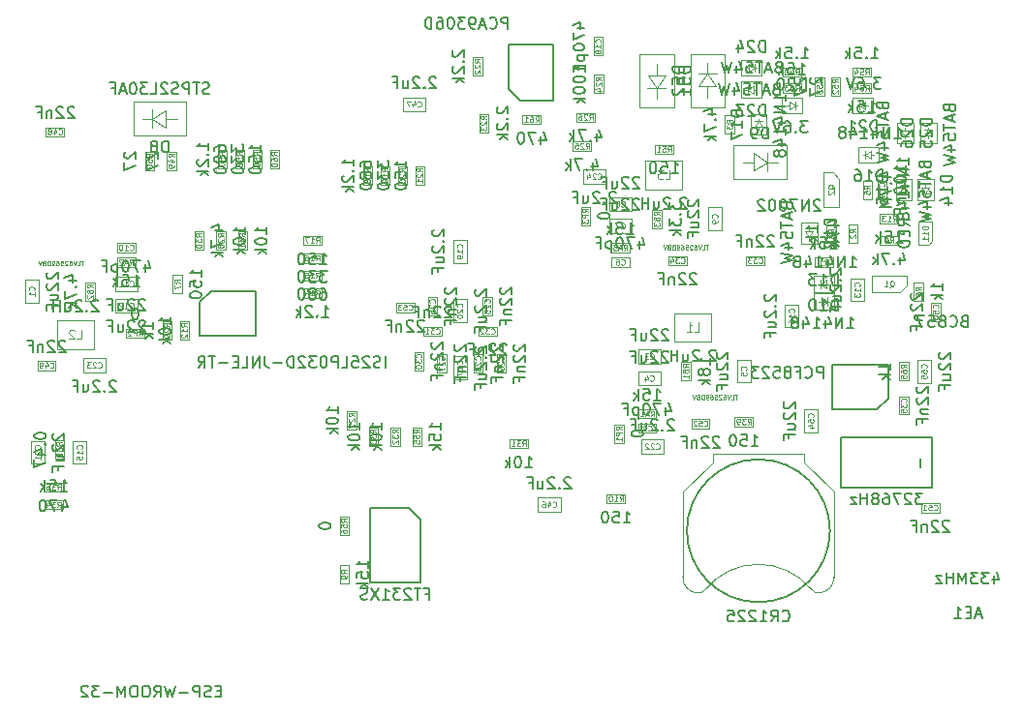
<source format=gbr>
G04 #@! TF.GenerationSoftware,KiCad,Pcbnew,5.0.0-rc2-dev-unknown+dfsg1+20180318-2*
G04 #@! TF.CreationDate,2018-05-23T15:33:37+02:00*
G04 #@! TF.ProjectId,ulx3s,756C7833732E6B696361645F70636200,rev?*
G04 #@! TF.SameCoordinates,Original*
G04 #@! TF.FileFunction,Other,Fab,Bot*
%FSLAX46Y46*%
G04 Gerber Fmt 4.6, Leading zero omitted, Abs format (unit mm)*
G04 Created by KiCad (PCBNEW 5.0.0-rc2-dev-unknown+dfsg1+20180318-2) date Wed May 23 15:33:37 2018*
%MOMM*%
%LPD*%
G01*
G04 APERTURE LIST*
%ADD10C,0.100000*%
%ADD11C,0.150000*%
%ADD12C,0.120000*%
%ADD13C,0.080000*%
%ADD14C,0.075000*%
G04 APERTURE END LIST*
D10*
X154730000Y-76005000D02*
X157930000Y-76005000D01*
X154730000Y-73505000D02*
X154730000Y-76005000D01*
X157930000Y-73505000D02*
X154730000Y-73505000D01*
X157930000Y-76005000D02*
X157930000Y-73505000D01*
X106495000Y-87475000D02*
X103295000Y-87475000D01*
X106495000Y-89975000D02*
X106495000Y-87475000D01*
X103295000Y-89975000D02*
X106495000Y-89975000D01*
X103295000Y-87475000D02*
X103295000Y-89975000D01*
X157270000Y-89340000D02*
X160470000Y-89340000D01*
X157270000Y-86840000D02*
X157270000Y-89340000D01*
X160470000Y-86840000D02*
X157270000Y-86840000D01*
X160470000Y-89340000D02*
X160470000Y-86840000D01*
D11*
X134035000Y-103890000D02*
X130635000Y-103890000D01*
X130635000Y-103890000D02*
X130635000Y-110390000D01*
X130635000Y-110390000D02*
X135035000Y-110390000D01*
X135035000Y-110390000D02*
X135035000Y-104890000D01*
X135035000Y-104890000D02*
X134035000Y-103890000D01*
X170835000Y-105870000D02*
G75*
G03X170835000Y-105870000I-6250000J0D01*
G01*
D10*
X159206987Y-111317558D02*
G75*
G03X159985000Y-110970000I88013J847558D01*
G01*
X169963013Y-111317558D02*
G75*
G02X169185000Y-110970000I-88013J847558D01*
G01*
X159977095Y-110979589D02*
G75*
G02X169185000Y-110970000I4607905J-3790411D01*
G01*
X157985000Y-109920000D02*
G75*
G03X159285000Y-111320000I1350000J-50000D01*
G01*
X171185000Y-109920000D02*
G75*
G02X169885000Y-111320000I-1350000J-50000D01*
G01*
X157985000Y-102470000D02*
X157985000Y-109970000D01*
X171185000Y-102470000D02*
X171185000Y-109970000D01*
X160585000Y-99870000D02*
X157985000Y-102470000D01*
X168585000Y-99870000D02*
X171185000Y-102470000D01*
X160585000Y-99170000D02*
X160585000Y-99870000D01*
X168585000Y-99170000D02*
X168585000Y-99870000D01*
X168585000Y-99170000D02*
X160585000Y-99170000D01*
D11*
X175940000Y-94265000D02*
X175940000Y-91365000D01*
X175940000Y-91365000D02*
X171040000Y-91365000D01*
X171040000Y-91365000D02*
X171040000Y-95265000D01*
X171040000Y-95265000D02*
X174940000Y-95265000D01*
X174940000Y-95265000D02*
X175940000Y-94265000D01*
X115780000Y-85870000D02*
X115780000Y-88770000D01*
X115780000Y-88770000D02*
X120680000Y-88770000D01*
X120680000Y-88770000D02*
X120680000Y-84870000D01*
X120680000Y-84870000D02*
X116780000Y-84870000D01*
X116780000Y-84870000D02*
X115780000Y-85870000D01*
X179776000Y-97722000D02*
X179776000Y-102122000D01*
X171776000Y-97722000D02*
X179776000Y-97722000D01*
X171776000Y-102122000D02*
X171776000Y-97722000D01*
X179776000Y-102122000D02*
X171776000Y-102122000D01*
X178776000Y-99522000D02*
X178776000Y-100322000D01*
D10*
X133501000Y-67950000D02*
X133501000Y-69150000D01*
X133501000Y-69150000D02*
X135501000Y-69150000D01*
X135501000Y-69150000D02*
X135501000Y-67950000D01*
X135501000Y-67950000D02*
X133501000Y-67950000D01*
X101685000Y-83915000D02*
X100485000Y-83915000D01*
X100485000Y-83915000D02*
X100485000Y-85915000D01*
X100485000Y-85915000D02*
X101685000Y-85915000D01*
X101685000Y-85915000D02*
X101685000Y-83915000D01*
X154060000Y-96510000D02*
X154060000Y-97310000D01*
X154060000Y-97310000D02*
X155660000Y-97310000D01*
X155660000Y-97310000D02*
X155660000Y-96510000D01*
X155660000Y-96510000D02*
X154060000Y-96510000D01*
X156060000Y-90030000D02*
X154060000Y-90030000D01*
X156060000Y-91230000D02*
X156060000Y-90030000D01*
X154060000Y-91230000D02*
X156060000Y-91230000D01*
X154060000Y-90030000D02*
X154060000Y-91230000D01*
X154060000Y-91935000D02*
X154060000Y-93135000D01*
X154060000Y-93135000D02*
X156060000Y-93135000D01*
X156060000Y-93135000D02*
X156060000Y-91935000D01*
X156060000Y-91935000D02*
X154060000Y-91935000D01*
X162715000Y-90900000D02*
X162715000Y-92900000D01*
X163915000Y-90900000D02*
X162715000Y-90900000D01*
X163915000Y-92900000D02*
X163915000Y-90900000D01*
X162715000Y-92900000D02*
X163915000Y-92900000D01*
X151720000Y-81975000D02*
X151720000Y-82775000D01*
X151720000Y-82775000D02*
X153320000Y-82775000D01*
X153320000Y-82775000D02*
X153320000Y-81975000D01*
X153320000Y-81975000D02*
X151720000Y-81975000D01*
X153520000Y-78600000D02*
X151520000Y-78600000D01*
X153520000Y-79800000D02*
X153520000Y-78600000D01*
X151520000Y-79800000D02*
X153520000Y-79800000D01*
X151520000Y-78600000D02*
X151520000Y-79800000D01*
X153520000Y-76695000D02*
X151520000Y-76695000D01*
X153520000Y-77895000D02*
X153520000Y-76695000D01*
X151520000Y-77895000D02*
X153520000Y-77895000D01*
X151520000Y-76695000D02*
X151520000Y-77895000D01*
X160175000Y-79565000D02*
X161375000Y-79565000D01*
X161375000Y-79565000D02*
X161375000Y-77565000D01*
X161375000Y-77565000D02*
X160175000Y-77565000D01*
X160175000Y-77565000D02*
X160175000Y-79565000D01*
X108540000Y-81505000D02*
X110140000Y-81505000D01*
X108540000Y-80705000D02*
X108540000Y-81505000D01*
X110140000Y-80705000D02*
X108540000Y-80705000D01*
X110140000Y-81505000D02*
X110140000Y-80705000D01*
X108340000Y-84880000D02*
X110340000Y-84880000D01*
X108340000Y-83680000D02*
X108340000Y-84880000D01*
X110340000Y-83680000D02*
X108340000Y-83680000D01*
X110340000Y-84880000D02*
X110340000Y-83680000D01*
X110340000Y-86785000D02*
X110340000Y-85585000D01*
X110340000Y-85585000D02*
X108340000Y-85585000D01*
X108340000Y-85585000D02*
X108340000Y-86785000D01*
X108340000Y-86785000D02*
X110340000Y-86785000D01*
X172621000Y-83788000D02*
X172621000Y-85788000D01*
X173821000Y-83788000D02*
X172621000Y-83788000D01*
X173821000Y-85788000D02*
X173821000Y-83788000D01*
X172621000Y-85788000D02*
X173821000Y-85788000D01*
X175780000Y-76825000D02*
X175780000Y-75225000D01*
X174980000Y-76825000D02*
X175780000Y-76825000D01*
X174980000Y-75225000D02*
X174980000Y-76825000D01*
X175780000Y-75225000D02*
X174980000Y-75225000D01*
X104676000Y-100012000D02*
X105876000Y-100012000D01*
X105876000Y-100012000D02*
X105876000Y-98012000D01*
X105876000Y-98012000D02*
X104676000Y-98012000D01*
X104676000Y-98012000D02*
X104676000Y-100012000D01*
X166906000Y-88074000D02*
X168106000Y-88074000D01*
X168106000Y-88074000D02*
X168106000Y-86074000D01*
X168106000Y-86074000D02*
X166906000Y-86074000D01*
X166906000Y-86074000D02*
X166906000Y-88074000D01*
X139100000Y-90620000D02*
X137900000Y-90620000D01*
X137900000Y-90620000D02*
X137900000Y-92620000D01*
X137900000Y-92620000D02*
X139100000Y-92620000D01*
X139100000Y-92620000D02*
X139100000Y-90620000D01*
X150189600Y-64284000D02*
X150989600Y-64284000D01*
X150989600Y-64284000D02*
X150989600Y-62684000D01*
X150989600Y-62684000D02*
X150189600Y-62684000D01*
X150189600Y-62684000D02*
X150189600Y-64284000D01*
X137900000Y-82420000D02*
X139100000Y-82420000D01*
X139100000Y-82420000D02*
X139100000Y-80420000D01*
X139100000Y-80420000D02*
X137900000Y-80420000D01*
X137900000Y-80420000D02*
X137900000Y-82420000D01*
X139100000Y-87620000D02*
X139100000Y-85620000D01*
X137900000Y-87620000D02*
X139100000Y-87620000D01*
X137900000Y-85620000D02*
X137900000Y-87620000D01*
X139100000Y-85620000D02*
X137900000Y-85620000D01*
X102193000Y-100012000D02*
X102193000Y-98012000D01*
X100993000Y-100012000D02*
X102193000Y-100012000D01*
X100993000Y-98012000D02*
X100993000Y-100012000D01*
X102193000Y-98012000D02*
X100993000Y-98012000D01*
X154314000Y-97904000D02*
X154314000Y-99104000D01*
X154314000Y-99104000D02*
X156314000Y-99104000D01*
X156314000Y-99104000D02*
X156314000Y-97904000D01*
X156314000Y-97904000D02*
X154314000Y-97904000D01*
X105546000Y-91992000D02*
X107546000Y-91992000D01*
X105546000Y-90792000D02*
X105546000Y-91992000D01*
X107546000Y-90792000D02*
X105546000Y-90792000D01*
X107546000Y-91992000D02*
X107546000Y-90792000D01*
X151234000Y-75482000D02*
X151234000Y-74282000D01*
X151234000Y-74282000D02*
X149234000Y-74282000D01*
X149234000Y-74282000D02*
X149234000Y-75482000D01*
X149234000Y-75482000D02*
X151234000Y-75482000D01*
X141300000Y-87020000D02*
X141300000Y-85420000D01*
X140500000Y-87020000D02*
X141300000Y-87020000D01*
X140500000Y-85420000D02*
X140500000Y-87020000D01*
X141300000Y-85420000D02*
X140500000Y-85420000D01*
X136500000Y-87020000D02*
X136500000Y-85420000D01*
X135700000Y-87020000D02*
X136500000Y-87020000D01*
X135700000Y-85420000D02*
X135700000Y-87020000D01*
X136500000Y-85420000D02*
X135700000Y-85420000D01*
X137300000Y-92020000D02*
X137300000Y-90420000D01*
X136500000Y-92020000D02*
X137300000Y-92020000D01*
X136500000Y-90420000D02*
X136500000Y-92020000D01*
X137300000Y-90420000D02*
X136500000Y-90420000D01*
X140500000Y-90420000D02*
X139700000Y-90420000D01*
X139700000Y-90420000D02*
X139700000Y-92020000D01*
X139700000Y-92020000D02*
X140500000Y-92020000D01*
X140500000Y-92020000D02*
X140500000Y-90420000D01*
X142500000Y-92020000D02*
X142500000Y-90420000D01*
X141700000Y-92020000D02*
X142500000Y-92020000D01*
X141700000Y-90420000D02*
X141700000Y-92020000D01*
X142500000Y-90420000D02*
X141700000Y-90420000D01*
X135300000Y-90220000D02*
X134500000Y-90220000D01*
X134500000Y-90220000D02*
X134500000Y-91820000D01*
X134500000Y-91820000D02*
X135300000Y-91820000D01*
X135300000Y-91820000D02*
X135300000Y-90220000D01*
X135300000Y-88020000D02*
X135300000Y-88820000D01*
X135300000Y-88820000D02*
X136900000Y-88820000D01*
X136900000Y-88820000D02*
X136900000Y-88020000D01*
X136900000Y-88020000D02*
X135300000Y-88020000D01*
X140100000Y-88820000D02*
X141700000Y-88820000D01*
X140100000Y-88020000D02*
X140100000Y-88820000D01*
X141700000Y-88020000D02*
X140100000Y-88020000D01*
X141700000Y-88820000D02*
X141700000Y-88020000D01*
X163500000Y-81820000D02*
X163500000Y-82620000D01*
X163500000Y-82620000D02*
X165100000Y-82620000D01*
X165100000Y-82620000D02*
X165100000Y-81820000D01*
X165100000Y-81820000D02*
X163500000Y-81820000D01*
X158300000Y-82620000D02*
X158300000Y-81820000D01*
X158300000Y-81820000D02*
X156700000Y-81820000D01*
X156700000Y-81820000D02*
X156700000Y-82620000D01*
X156700000Y-82620000D02*
X158300000Y-82620000D01*
X177700000Y-94100000D02*
X176900000Y-94100000D01*
X176900000Y-94100000D02*
X176900000Y-95700000D01*
X176900000Y-95700000D02*
X177700000Y-95700000D01*
X177700000Y-95700000D02*
X177700000Y-94100000D01*
X145297000Y-102984000D02*
X145297000Y-104184000D01*
X145297000Y-104184000D02*
X147297000Y-104184000D01*
X147297000Y-104184000D02*
X147297000Y-102984000D01*
X147297000Y-102984000D02*
X145297000Y-102984000D01*
X103920000Y-70563000D02*
X102320000Y-70563000D01*
X103920000Y-71363000D02*
X103920000Y-70563000D01*
X102320000Y-71363000D02*
X103920000Y-71363000D01*
X102320000Y-70563000D02*
X102320000Y-71363000D01*
X103170000Y-91010000D02*
X101570000Y-91010000D01*
X103170000Y-91810000D02*
X103170000Y-91010000D01*
X101570000Y-91810000D02*
X103170000Y-91810000D01*
X101570000Y-91010000D02*
X101570000Y-91810000D01*
X179694000Y-87511000D02*
X180494000Y-87511000D01*
X180494000Y-87511000D02*
X180494000Y-85911000D01*
X180494000Y-85911000D02*
X179694000Y-85911000D01*
X179694000Y-85911000D02*
X179694000Y-87511000D01*
X180398000Y-104256000D02*
X180398000Y-103456000D01*
X180398000Y-103456000D02*
X178798000Y-103456000D01*
X178798000Y-103456000D02*
X178798000Y-104256000D01*
X178798000Y-104256000D02*
X180398000Y-104256000D01*
X158720000Y-96890000D02*
X160320000Y-96890000D01*
X158720000Y-96090000D02*
X158720000Y-96890000D01*
X160320000Y-96090000D02*
X158720000Y-96090000D01*
X160320000Y-96890000D02*
X160320000Y-96090000D01*
X132902200Y-86730000D02*
X134502200Y-86730000D01*
X132902200Y-85930000D02*
X132902200Y-86730000D01*
X134502200Y-85930000D02*
X132902200Y-85930000D01*
X134502200Y-86730000D02*
X134502200Y-85930000D01*
X168572000Y-95236000D02*
X168572000Y-97236000D01*
X169772000Y-95236000D02*
X168572000Y-95236000D01*
X169772000Y-97236000D02*
X169772000Y-95236000D01*
X168572000Y-97236000D02*
X169772000Y-97236000D01*
X179790000Y-78835000D02*
X179790000Y-80535000D01*
X179790000Y-80535000D02*
X179490000Y-80835000D01*
X179490000Y-80835000D02*
X178590000Y-80835000D01*
X178590000Y-80835000D02*
X178590000Y-78835000D01*
X178590000Y-78835000D02*
X179790000Y-78835000D01*
X170500000Y-84280000D02*
X170750000Y-84280000D01*
X170500000Y-83930000D02*
X170000000Y-84280000D01*
X170500000Y-84630000D02*
X170500000Y-83930000D01*
X170000000Y-84280000D02*
X170500000Y-84630000D01*
X170000000Y-84280000D02*
X169800000Y-84280000D01*
X170000000Y-84630000D02*
X170000000Y-83930000D01*
X169400000Y-83580000D02*
X169400000Y-84980000D01*
X171200000Y-83580000D02*
X169400000Y-83580000D01*
X171200000Y-84980000D02*
X171200000Y-83580000D01*
X169400000Y-84980000D02*
X171200000Y-84980000D01*
X169730000Y-80735000D02*
X169730000Y-78935000D01*
X169730000Y-78935000D02*
X168330000Y-78935000D01*
X168330000Y-78935000D02*
X168330000Y-80735000D01*
X168330000Y-80735000D02*
X169730000Y-80735000D01*
X169380000Y-80135000D02*
X168680000Y-80135000D01*
X169030000Y-80135000D02*
X169030000Y-80335000D01*
X169030000Y-80135000D02*
X169380000Y-79635000D01*
X169380000Y-79635000D02*
X168680000Y-79635000D01*
X168680000Y-79635000D02*
X169030000Y-80135000D01*
X169030000Y-79635000D02*
X169030000Y-79385000D01*
X170100000Y-85804000D02*
X169850000Y-85804000D01*
X170100000Y-86154000D02*
X170600000Y-85804000D01*
X170100000Y-85454000D02*
X170100000Y-86154000D01*
X170600000Y-85804000D02*
X170100000Y-85454000D01*
X170600000Y-85804000D02*
X170800000Y-85804000D01*
X170600000Y-85454000D02*
X170600000Y-86154000D01*
X171200000Y-86504000D02*
X171200000Y-85104000D01*
X169400000Y-86504000D02*
X171200000Y-86504000D01*
X169400000Y-85104000D02*
X169400000Y-86504000D01*
X171200000Y-85104000D02*
X169400000Y-85104000D01*
X179890000Y-76925000D02*
X179890000Y-75125000D01*
X179890000Y-75125000D02*
X178490000Y-75125000D01*
X178490000Y-75125000D02*
X178490000Y-76925000D01*
X178490000Y-76925000D02*
X179890000Y-76925000D01*
X179540000Y-76325000D02*
X178840000Y-76325000D01*
X179190000Y-76325000D02*
X179190000Y-76525000D01*
X179190000Y-76325000D02*
X179540000Y-75825000D01*
X179540000Y-75825000D02*
X178840000Y-75825000D01*
X178840000Y-75825000D02*
X179190000Y-76325000D01*
X179190000Y-75825000D02*
X179190000Y-75575000D01*
X176585000Y-75125000D02*
X176585000Y-76925000D01*
X176585000Y-76925000D02*
X177985000Y-76925000D01*
X177985000Y-76925000D02*
X177985000Y-75125000D01*
X177985000Y-75125000D02*
X176585000Y-75125000D01*
X176935000Y-75725000D02*
X177635000Y-75725000D01*
X177285000Y-75725000D02*
X177285000Y-75525000D01*
X177285000Y-75725000D02*
X176935000Y-76225000D01*
X176935000Y-76225000D02*
X177635000Y-76225000D01*
X177635000Y-76225000D02*
X177285000Y-75725000D01*
X177285000Y-76225000D02*
X177285000Y-76475000D01*
X174437000Y-72977000D02*
X174687000Y-72977000D01*
X174437000Y-72627000D02*
X173937000Y-72977000D01*
X174437000Y-73327000D02*
X174437000Y-72627000D01*
X173937000Y-72977000D02*
X174437000Y-73327000D01*
X173937000Y-72977000D02*
X173737000Y-72977000D01*
X173937000Y-73327000D02*
X173937000Y-72627000D01*
X173337000Y-72277000D02*
X173337000Y-73677000D01*
X175137000Y-72277000D02*
X173337000Y-72277000D01*
X175137000Y-73677000D02*
X175137000Y-72277000D01*
X173337000Y-73677000D02*
X175137000Y-73677000D01*
X164585000Y-70510000D02*
X164585000Y-70760000D01*
X164935000Y-70510000D02*
X164585000Y-70010000D01*
X164235000Y-70510000D02*
X164935000Y-70510000D01*
X164585000Y-70010000D02*
X164235000Y-70510000D01*
X164585000Y-70010000D02*
X164585000Y-69810000D01*
X164235000Y-70010000D02*
X164935000Y-70010000D01*
X165285000Y-69410000D02*
X163885000Y-69410000D01*
X165285000Y-71210000D02*
X165285000Y-69410000D01*
X163885000Y-71210000D02*
X165285000Y-71210000D01*
X163885000Y-69410000D02*
X163885000Y-71210000D01*
X167306000Y-68659000D02*
X167056000Y-68659000D01*
X167306000Y-69009000D02*
X167806000Y-68659000D01*
X167306000Y-68309000D02*
X167306000Y-69009000D01*
X167806000Y-68659000D02*
X167306000Y-68309000D01*
X167806000Y-68659000D02*
X168006000Y-68659000D01*
X167806000Y-68309000D02*
X167806000Y-69009000D01*
X168406000Y-69359000D02*
X168406000Y-67959000D01*
X166606000Y-69359000D02*
X168406000Y-69359000D01*
X166606000Y-67959000D02*
X166606000Y-69359000D01*
X168406000Y-67959000D02*
X166606000Y-67959000D01*
X172829000Y-69359000D02*
X174629000Y-69359000D01*
X174629000Y-69359000D02*
X174629000Y-67959000D01*
X174629000Y-67959000D02*
X172829000Y-67959000D01*
X172829000Y-67959000D02*
X172829000Y-69359000D01*
X173429000Y-69009000D02*
X173429000Y-68309000D01*
X173429000Y-68659000D02*
X173229000Y-68659000D01*
X173429000Y-68659000D02*
X173929000Y-69009000D01*
X173929000Y-69009000D02*
X173929000Y-68309000D01*
X173929000Y-68309000D02*
X173429000Y-68659000D01*
X173929000Y-68659000D02*
X174179000Y-68659000D01*
X163050000Y-67962000D02*
X164850000Y-67962000D01*
X164850000Y-67962000D02*
X164850000Y-66562000D01*
X164850000Y-66562000D02*
X163050000Y-66562000D01*
X163050000Y-66562000D02*
X163050000Y-67962000D01*
X163650000Y-67612000D02*
X163650000Y-66912000D01*
X163650000Y-67262000D02*
X163450000Y-67262000D01*
X163650000Y-67262000D02*
X164150000Y-67612000D01*
X164150000Y-67612000D02*
X164150000Y-66912000D01*
X164150000Y-66912000D02*
X163650000Y-67262000D01*
X164150000Y-67262000D02*
X164400000Y-67262000D01*
X164850000Y-64657000D02*
X163050000Y-64657000D01*
X163050000Y-64657000D02*
X163050000Y-66057000D01*
X163050000Y-66057000D02*
X164850000Y-66057000D01*
X164850000Y-66057000D02*
X164850000Y-64657000D01*
X164250000Y-65007000D02*
X164250000Y-65707000D01*
X164250000Y-65357000D02*
X164450000Y-65357000D01*
X164250000Y-65357000D02*
X163750000Y-65007000D01*
X163750000Y-65007000D02*
X163750000Y-65707000D01*
X163750000Y-65707000D02*
X164250000Y-65357000D01*
X163750000Y-65357000D02*
X163500000Y-65357000D01*
X177412000Y-70872000D02*
X177412000Y-70622000D01*
X177062000Y-70872000D02*
X177412000Y-71372000D01*
X177762000Y-70872000D02*
X177062000Y-70872000D01*
X177412000Y-71372000D02*
X177762000Y-70872000D01*
X177412000Y-71372000D02*
X177412000Y-71572000D01*
X177762000Y-71372000D02*
X177062000Y-71372000D01*
X176712000Y-71972000D02*
X178112000Y-71972000D01*
X176712000Y-70172000D02*
X176712000Y-71972000D01*
X178112000Y-70172000D02*
X176712000Y-70172000D01*
X178112000Y-71972000D02*
X178112000Y-70172000D01*
X179444000Y-71272000D02*
X179444000Y-71522000D01*
X179794000Y-71272000D02*
X179444000Y-70772000D01*
X179094000Y-71272000D02*
X179794000Y-71272000D01*
X179444000Y-70772000D02*
X179094000Y-71272000D01*
X179444000Y-70772000D02*
X179444000Y-70572000D01*
X179094000Y-70772000D02*
X179794000Y-70772000D01*
X180144000Y-70172000D02*
X178744000Y-70172000D01*
X180144000Y-71972000D02*
X180144000Y-70172000D01*
X178744000Y-71972000D02*
X180144000Y-71972000D01*
X178744000Y-70172000D02*
X178744000Y-71972000D01*
X174495000Y-84980000D02*
X174495000Y-83580000D01*
X177535000Y-83580000D02*
X174495000Y-83580000D01*
X176965000Y-84980000D02*
X177535000Y-84430000D01*
X177535000Y-84430000D02*
X177535000Y-83580000D01*
X176965000Y-84980000D02*
X174515000Y-84980000D01*
X171635000Y-75075000D02*
X171635000Y-77525000D01*
X171085000Y-74505000D02*
X170235000Y-74505000D01*
X171635000Y-75075000D02*
X171085000Y-74505000D01*
X170235000Y-74505000D02*
X170235000Y-77545000D01*
X171635000Y-77545000D02*
X170235000Y-77545000D01*
X111611560Y-69800980D02*
X112762180Y-70601080D01*
X111611560Y-69800980D02*
X112762180Y-69051680D01*
X112762180Y-69051680D02*
X112762180Y-70601080D01*
X111611560Y-70601080D02*
X111611560Y-69000880D01*
X112762180Y-69800980D02*
X113760400Y-69800980D01*
X111611560Y-69800980D02*
X110709860Y-69800980D01*
X114561000Y-71302000D02*
X109961000Y-71302000D01*
X114561000Y-71302000D02*
X114561000Y-68302000D01*
X109961000Y-68302000D02*
X109961000Y-71302000D01*
X114561000Y-68302000D02*
X109961000Y-68302000D01*
X162412000Y-75112000D02*
X167012000Y-75112000D01*
X167012000Y-75112000D02*
X167012000Y-72112000D01*
X162412000Y-72112000D02*
X162412000Y-75112000D01*
X162412000Y-72112000D02*
X167012000Y-72112000D01*
X165361440Y-73613020D02*
X166263140Y-73613020D01*
X164210820Y-73613020D02*
X163212600Y-73613020D01*
X165361440Y-72812920D02*
X165361440Y-74413120D01*
X164210820Y-74362320D02*
X164210820Y-72812920D01*
X165361440Y-73613020D02*
X164210820Y-74362320D01*
X165361440Y-73613020D02*
X164210820Y-72812920D01*
X154195000Y-64200000D02*
X154195000Y-68800000D01*
X154195000Y-68800000D02*
X157195000Y-68800000D01*
X157195000Y-64200000D02*
X154195000Y-64200000D01*
X157195000Y-64200000D02*
X157195000Y-68800000D01*
X155693980Y-67149440D02*
X155693980Y-68051140D01*
X155693980Y-65998820D02*
X155693980Y-65000600D01*
X156494080Y-67149440D02*
X154893880Y-67149440D01*
X154944680Y-65998820D02*
X156494080Y-65998820D01*
X155693980Y-67149440D02*
X154944680Y-65998820D01*
X155693980Y-67149440D02*
X156494080Y-65998820D01*
X160141020Y-65850560D02*
X159340920Y-67001180D01*
X160141020Y-65850560D02*
X160890320Y-67001180D01*
X160890320Y-67001180D02*
X159340920Y-67001180D01*
X159340920Y-65850560D02*
X160941120Y-65850560D01*
X160141020Y-67001180D02*
X160141020Y-67999400D01*
X160141020Y-65850560D02*
X160141020Y-64948860D01*
X158640000Y-68800000D02*
X158640000Y-64200000D01*
X158640000Y-68800000D02*
X161640000Y-68800000D01*
X161640000Y-64200000D02*
X158640000Y-64200000D01*
X161640000Y-68800000D02*
X161640000Y-64200000D01*
X112877000Y-74285000D02*
X113677000Y-74285000D01*
X113677000Y-74285000D02*
X113677000Y-72685000D01*
X113677000Y-72685000D02*
X112877000Y-72685000D01*
X112877000Y-72685000D02*
X112877000Y-74285000D01*
X110972000Y-72685000D02*
X110972000Y-74285000D01*
X111772000Y-72685000D02*
X110972000Y-72685000D01*
X111772000Y-74285000D02*
X111772000Y-72685000D01*
X110972000Y-74285000D02*
X111772000Y-74285000D01*
X155530000Y-72887000D02*
X157130000Y-72887000D01*
X155530000Y-72087000D02*
X155530000Y-72887000D01*
X157130000Y-72087000D02*
X155530000Y-72087000D01*
X157130000Y-72887000D02*
X157130000Y-72087000D01*
X170916000Y-66165000D02*
X170916000Y-67765000D01*
X171716000Y-66165000D02*
X170916000Y-66165000D01*
X171716000Y-67765000D02*
X171716000Y-66165000D01*
X170916000Y-67765000D02*
X171716000Y-67765000D01*
X169519000Y-67765000D02*
X170319000Y-67765000D01*
X170319000Y-67765000D02*
X170319000Y-66165000D01*
X170319000Y-66165000D02*
X169519000Y-66165000D01*
X169519000Y-66165000D02*
X169519000Y-67765000D01*
X174402000Y-65338000D02*
X172802000Y-65338000D01*
X174402000Y-66138000D02*
X174402000Y-65338000D01*
X172802000Y-66138000D02*
X174402000Y-66138000D01*
X172802000Y-65338000D02*
X172802000Y-66138000D01*
X127990000Y-106246000D02*
X128790000Y-106246000D01*
X128790000Y-106246000D02*
X128790000Y-104646000D01*
X128790000Y-104646000D02*
X127990000Y-104646000D01*
X127990000Y-104646000D02*
X127990000Y-106246000D01*
X117322000Y-72558000D02*
X117322000Y-74158000D01*
X118122000Y-72558000D02*
X117322000Y-72558000D01*
X118122000Y-74158000D02*
X118122000Y-72558000D01*
X117322000Y-74158000D02*
X118122000Y-74158000D01*
X118846000Y-74158000D02*
X119646000Y-74158000D01*
X119646000Y-74158000D02*
X119646000Y-72558000D01*
X119646000Y-72558000D02*
X118846000Y-72558000D01*
X118846000Y-72558000D02*
X118846000Y-74158000D01*
X120370000Y-72558000D02*
X120370000Y-74158000D01*
X121170000Y-72558000D02*
X120370000Y-72558000D01*
X121170000Y-74158000D02*
X121170000Y-72558000D01*
X120370000Y-74158000D02*
X121170000Y-74158000D01*
X121894000Y-74158000D02*
X122694000Y-74158000D01*
X122694000Y-74158000D02*
X122694000Y-72558000D01*
X122694000Y-72558000D02*
X121894000Y-72558000D01*
X121894000Y-72558000D02*
X121894000Y-74158000D01*
X145580000Y-70300000D02*
X145580000Y-69500000D01*
X145580000Y-69500000D02*
X143980000Y-69500000D01*
X143980000Y-69500000D02*
X143980000Y-70300000D01*
X143980000Y-70300000D02*
X145580000Y-70300000D01*
X152793000Y-96561000D02*
X151993000Y-96561000D01*
X151993000Y-96561000D02*
X151993000Y-98161000D01*
X151993000Y-98161000D02*
X152793000Y-98161000D01*
X152793000Y-98161000D02*
X152793000Y-96561000D01*
X110902000Y-88198000D02*
X109302000Y-88198000D01*
X110902000Y-88998000D02*
X110902000Y-88198000D01*
X109302000Y-88998000D02*
X110902000Y-88998000D01*
X109302000Y-88198000D02*
X109302000Y-88998000D01*
X149872000Y-77511000D02*
X149072000Y-77511000D01*
X149072000Y-77511000D02*
X149072000Y-79111000D01*
X149072000Y-79111000D02*
X149872000Y-79111000D01*
X149872000Y-79111000D02*
X149872000Y-77511000D01*
X166706000Y-65338000D02*
X166706000Y-66138000D01*
X166706000Y-66138000D02*
X168306000Y-66138000D01*
X168306000Y-66138000D02*
X168306000Y-65338000D01*
X168306000Y-65338000D02*
X166706000Y-65338000D01*
X124796000Y-85460000D02*
X126396000Y-85460000D01*
X124796000Y-84660000D02*
X124796000Y-85460000D01*
X126396000Y-84660000D02*
X124796000Y-84660000D01*
X126396000Y-85460000D02*
X126396000Y-84660000D01*
X126396000Y-83936000D02*
X126396000Y-83136000D01*
X126396000Y-83136000D02*
X124796000Y-83136000D01*
X124796000Y-83136000D02*
X124796000Y-83936000D01*
X124796000Y-83936000D02*
X126396000Y-83936000D01*
X126396000Y-82412000D02*
X126396000Y-81612000D01*
X126396000Y-81612000D02*
X124796000Y-81612000D01*
X124796000Y-81612000D02*
X124796000Y-82412000D01*
X124796000Y-82412000D02*
X126396000Y-82412000D01*
X124796000Y-80870000D02*
X126396000Y-80870000D01*
X124796000Y-80070000D02*
X124796000Y-80870000D01*
X126396000Y-80070000D02*
X124796000Y-80070000D01*
X126396000Y-80870000D02*
X126396000Y-80070000D01*
X130022000Y-73973000D02*
X130022000Y-75573000D01*
X130822000Y-73973000D02*
X130022000Y-73973000D01*
X130822000Y-75573000D02*
X130822000Y-73973000D01*
X130022000Y-75573000D02*
X130822000Y-75573000D01*
X131561000Y-75573000D02*
X132361000Y-75573000D01*
X132361000Y-75573000D02*
X132361000Y-73973000D01*
X132361000Y-73973000D02*
X131561000Y-73973000D01*
X131561000Y-73973000D02*
X131561000Y-75573000D01*
X133085000Y-73973000D02*
X133085000Y-75573000D01*
X133885000Y-73973000D02*
X133085000Y-73973000D01*
X133885000Y-75573000D02*
X133885000Y-73973000D01*
X133085000Y-75573000D02*
X133885000Y-75573000D01*
X134609000Y-75573000D02*
X135409000Y-75573000D01*
X135409000Y-75573000D02*
X135409000Y-73973000D01*
X135409000Y-73973000D02*
X134609000Y-73973000D01*
X134609000Y-73973000D02*
X134609000Y-75573000D01*
X114185000Y-83480000D02*
X113385000Y-83480000D01*
X113385000Y-83480000D02*
X113385000Y-85080000D01*
X113385000Y-85080000D02*
X114185000Y-85080000D01*
X114185000Y-85080000D02*
X114185000Y-83480000D01*
X151339000Y-103476000D02*
X152939000Y-103476000D01*
X151339000Y-102676000D02*
X151339000Y-103476000D01*
X152939000Y-102676000D02*
X151339000Y-102676000D01*
X152939000Y-103476000D02*
X152939000Y-102676000D01*
X164115000Y-96745000D02*
X164115000Y-95945000D01*
X164115000Y-95945000D02*
X162515000Y-95945000D01*
X162515000Y-95945000D02*
X162515000Y-96745000D01*
X162515000Y-96745000D02*
X164115000Y-96745000D01*
X178955000Y-85715000D02*
X178955000Y-84115000D01*
X178155000Y-85715000D02*
X178955000Y-85715000D01*
X178155000Y-84115000D02*
X178155000Y-85715000D01*
X178955000Y-84115000D02*
X178155000Y-84115000D01*
X112496000Y-89144000D02*
X113296000Y-89144000D01*
X113296000Y-89144000D02*
X113296000Y-87544000D01*
X113296000Y-87544000D02*
X112496000Y-87544000D01*
X112496000Y-87544000D02*
X112496000Y-89144000D01*
X170535000Y-80635000D02*
X171335000Y-80635000D01*
X171335000Y-80635000D02*
X171335000Y-79035000D01*
X171335000Y-79035000D02*
X170535000Y-79035000D01*
X170535000Y-79035000D02*
X170535000Y-80635000D01*
X103790000Y-102460000D02*
X103790000Y-101660000D01*
X103790000Y-101660000D02*
X102190000Y-101660000D01*
X102190000Y-101660000D02*
X102190000Y-102460000D01*
X102190000Y-102460000D02*
X103790000Y-102460000D01*
X114020000Y-89144000D02*
X114820000Y-89144000D01*
X114820000Y-89144000D02*
X114820000Y-87544000D01*
X114820000Y-87544000D02*
X114020000Y-87544000D01*
X114020000Y-87544000D02*
X114020000Y-89144000D01*
X171100000Y-81975000D02*
X169500000Y-81975000D01*
X171100000Y-82775000D02*
X171100000Y-81975000D01*
X169500000Y-82775000D02*
X171100000Y-82775000D01*
X169500000Y-81975000D02*
X169500000Y-82775000D01*
X172440000Y-80635000D02*
X173240000Y-80635000D01*
X173240000Y-80635000D02*
X173240000Y-79035000D01*
X173240000Y-79035000D02*
X172440000Y-79035000D01*
X172440000Y-79035000D02*
X172440000Y-80635000D01*
X161645000Y-69510000D02*
X161645000Y-71110000D01*
X162445000Y-69510000D02*
X161645000Y-69510000D01*
X162445000Y-71110000D02*
X162445000Y-69510000D01*
X161645000Y-71110000D02*
X162445000Y-71110000D01*
X175215000Y-80870000D02*
X176815000Y-80870000D01*
X175215000Y-80070000D02*
X175215000Y-80870000D01*
X176815000Y-80070000D02*
X175215000Y-80070000D01*
X176815000Y-80870000D02*
X176815000Y-80070000D01*
X174510000Y-75225000D02*
X173710000Y-75225000D01*
X173710000Y-75225000D02*
X173710000Y-76825000D01*
X173710000Y-76825000D02*
X174510000Y-76825000D01*
X174510000Y-76825000D02*
X174510000Y-75225000D01*
X128790000Y-110480000D02*
X128790000Y-108880000D01*
X127990000Y-110480000D02*
X128790000Y-110480000D01*
X127990000Y-108880000D02*
X127990000Y-110480000D01*
X128790000Y-108880000D02*
X127990000Y-108880000D01*
X119900000Y-79670000D02*
X119100000Y-79670000D01*
X119100000Y-79670000D02*
X119100000Y-81270000D01*
X119100000Y-81270000D02*
X119900000Y-81270000D01*
X119900000Y-81270000D02*
X119900000Y-79670000D01*
X176815000Y-78965000D02*
X176815000Y-78165000D01*
X176815000Y-78165000D02*
X175215000Y-78165000D01*
X175215000Y-78165000D02*
X175215000Y-78965000D01*
X175215000Y-78965000D02*
X176815000Y-78965000D01*
X139625500Y-66030000D02*
X140425500Y-66030000D01*
X140425500Y-66030000D02*
X140425500Y-64430000D01*
X140425500Y-64430000D02*
X139625500Y-64430000D01*
X139625500Y-64430000D02*
X139625500Y-66030000D01*
X140997000Y-71001000D02*
X140997000Y-69401000D01*
X140197000Y-71001000D02*
X140997000Y-71001000D01*
X140197000Y-69401000D02*
X140197000Y-71001000D01*
X140997000Y-69401000D02*
X140197000Y-69401000D01*
X150215000Y-65972000D02*
X150215000Y-67572000D01*
X151015000Y-65972000D02*
X150215000Y-65972000D01*
X151015000Y-67572000D02*
X151015000Y-65972000D01*
X150215000Y-67572000D02*
X151015000Y-67572000D01*
X149975000Y-72615000D02*
X149975000Y-71815000D01*
X149975000Y-71815000D02*
X148375000Y-71815000D01*
X148375000Y-71815000D02*
X148375000Y-72615000D01*
X148375000Y-72615000D02*
X149975000Y-72615000D01*
X150287000Y-70093000D02*
X150287000Y-69293000D01*
X150287000Y-69293000D02*
X148687000Y-69293000D01*
X148687000Y-69293000D02*
X148687000Y-70093000D01*
X148687000Y-70093000D02*
X150287000Y-70093000D01*
X128625000Y-95375000D02*
X128625000Y-96975000D01*
X129425000Y-95375000D02*
X128625000Y-95375000D01*
X129425000Y-96975000D02*
X129425000Y-95375000D01*
X128625000Y-96975000D02*
X129425000Y-96975000D01*
X117995000Y-79670000D02*
X117195000Y-79670000D01*
X117195000Y-79670000D02*
X117195000Y-81270000D01*
X117195000Y-81270000D02*
X117995000Y-81270000D01*
X117995000Y-81270000D02*
X117995000Y-79670000D01*
X116090000Y-81270000D02*
X116090000Y-79670000D01*
X115290000Y-81270000D02*
X116090000Y-81270000D01*
X115290000Y-79670000D02*
X115290000Y-81270000D01*
X116090000Y-79670000D02*
X115290000Y-79670000D01*
X142830000Y-98650000D02*
X144430000Y-98650000D01*
X142830000Y-97850000D02*
X142830000Y-98650000D01*
X144430000Y-97850000D02*
X142830000Y-97850000D01*
X144430000Y-98650000D02*
X144430000Y-97850000D01*
X132435000Y-98415000D02*
X133235000Y-98415000D01*
X133235000Y-98415000D02*
X133235000Y-96815000D01*
X133235000Y-96815000D02*
X132435000Y-96815000D01*
X132435000Y-96815000D02*
X132435000Y-98415000D01*
X130530000Y-96815000D02*
X130530000Y-98415000D01*
X131330000Y-96815000D02*
X130530000Y-96815000D01*
X131330000Y-98415000D02*
X131330000Y-96815000D01*
X130530000Y-98415000D02*
X131330000Y-98415000D01*
X103790000Y-103200000D02*
X102190000Y-103200000D01*
X103790000Y-104000000D02*
X103790000Y-103200000D01*
X102190000Y-104000000D02*
X103790000Y-104000000D01*
X102190000Y-103200000D02*
X102190000Y-104000000D01*
X103098000Y-99558000D02*
X103898000Y-99558000D01*
X103898000Y-99558000D02*
X103898000Y-97958000D01*
X103898000Y-97958000D02*
X103098000Y-97958000D01*
X103098000Y-97958000D02*
X103098000Y-99558000D01*
X135140000Y-96815000D02*
X134340000Y-96815000D01*
X134340000Y-96815000D02*
X134340000Y-98415000D01*
X134340000Y-98415000D02*
X135140000Y-98415000D01*
X135140000Y-98415000D02*
X135140000Y-96815000D01*
X166706000Y-66735000D02*
X166706000Y-67535000D01*
X166706000Y-67535000D02*
X168306000Y-67535000D01*
X168306000Y-67535000D02*
X168306000Y-66735000D01*
X168306000Y-66735000D02*
X166706000Y-66735000D01*
X172800000Y-67520000D02*
X174400000Y-67520000D01*
X172800000Y-66720000D02*
X172800000Y-67520000D01*
X174400000Y-66720000D02*
X172800000Y-66720000D01*
X174400000Y-67520000D02*
X174400000Y-66720000D01*
X155660000Y-95240000D02*
X154060000Y-95240000D01*
X155660000Y-96040000D02*
X155660000Y-95240000D01*
X154060000Y-96040000D02*
X155660000Y-96040000D01*
X154060000Y-95240000D02*
X154060000Y-96040000D01*
X108540000Y-82775000D02*
X110140000Y-82775000D01*
X108540000Y-81975000D02*
X108540000Y-82775000D01*
X110140000Y-81975000D02*
X108540000Y-81975000D01*
X110140000Y-82775000D02*
X110140000Y-81975000D01*
X153320000Y-80705000D02*
X151720000Y-80705000D01*
X153320000Y-81505000D02*
X153320000Y-80705000D01*
X151720000Y-81505000D02*
X153320000Y-81505000D01*
X151720000Y-80705000D02*
X151720000Y-81505000D01*
X158635000Y-91100000D02*
X157835000Y-91100000D01*
X157835000Y-91100000D02*
X157835000Y-92700000D01*
X157835000Y-92700000D02*
X158635000Y-92700000D01*
X158635000Y-92700000D02*
X158635000Y-91100000D01*
X105765000Y-85715000D02*
X106565000Y-85715000D01*
X106565000Y-85715000D02*
X106565000Y-84115000D01*
X106565000Y-84115000D02*
X105765000Y-84115000D01*
X105765000Y-84115000D02*
X105765000Y-85715000D01*
X156095000Y-77765000D02*
X155295000Y-77765000D01*
X155295000Y-77765000D02*
X155295000Y-79365000D01*
X155295000Y-79365000D02*
X156095000Y-79365000D01*
X156095000Y-79365000D02*
X156095000Y-77765000D01*
D11*
X143730000Y-68251500D02*
X146630000Y-68251500D01*
X146630000Y-68251500D02*
X146630000Y-63351500D01*
X146630000Y-63351500D02*
X142730000Y-63351500D01*
X142730000Y-63351500D02*
X142730000Y-67251500D01*
X142730000Y-67251500D02*
X143730000Y-68251500D01*
D10*
X179678000Y-90918000D02*
X178478000Y-90918000D01*
X178478000Y-90918000D02*
X178478000Y-92918000D01*
X178478000Y-92918000D02*
X179678000Y-92918000D01*
X179678000Y-92918000D02*
X179678000Y-90918000D01*
X176900000Y-92718000D02*
X177700000Y-92718000D01*
X177700000Y-92718000D02*
X177700000Y-91118000D01*
X177700000Y-91118000D02*
X176900000Y-91118000D01*
X176900000Y-91118000D02*
X176900000Y-92718000D01*
D11*
X158306190Y-76802619D02*
X158258571Y-76755000D01*
X158163333Y-76707380D01*
X157925238Y-76707380D01*
X157830000Y-76755000D01*
X157782380Y-76802619D01*
X157734761Y-76897857D01*
X157734761Y-76993095D01*
X157782380Y-77135952D01*
X158353809Y-77707380D01*
X157734761Y-77707380D01*
X157306190Y-77612142D02*
X157258571Y-77659761D01*
X157306190Y-77707380D01*
X157353809Y-77659761D01*
X157306190Y-77612142D01*
X157306190Y-77707380D01*
X156877619Y-76802619D02*
X156830000Y-76755000D01*
X156734761Y-76707380D01*
X156496666Y-76707380D01*
X156401428Y-76755000D01*
X156353809Y-76802619D01*
X156306190Y-76897857D01*
X156306190Y-76993095D01*
X156353809Y-77135952D01*
X156925238Y-77707380D01*
X156306190Y-77707380D01*
X155449047Y-77040714D02*
X155449047Y-77707380D01*
X155877619Y-77040714D02*
X155877619Y-77564523D01*
X155830000Y-77659761D01*
X155734761Y-77707380D01*
X155591904Y-77707380D01*
X155496666Y-77659761D01*
X155449047Y-77612142D01*
X154972857Y-77707380D02*
X154972857Y-76707380D01*
X154972857Y-77183571D02*
X154401428Y-77183571D01*
X154401428Y-77707380D02*
X154401428Y-76707380D01*
D12*
X156463333Y-75116904D02*
X156844285Y-75116904D01*
X156844285Y-74316904D01*
X156272857Y-74316904D02*
X155777619Y-74316904D01*
X156044285Y-74621666D01*
X155930000Y-74621666D01*
X155853809Y-74659761D01*
X155815714Y-74697857D01*
X155777619Y-74774047D01*
X155777619Y-74964523D01*
X155815714Y-75040714D01*
X155853809Y-75078809D01*
X155930000Y-75116904D01*
X156158571Y-75116904D01*
X156234761Y-75078809D01*
X156272857Y-75040714D01*
D11*
X106871190Y-85772619D02*
X106823571Y-85725000D01*
X106728333Y-85677380D01*
X106490238Y-85677380D01*
X106395000Y-85725000D01*
X106347380Y-85772619D01*
X106299761Y-85867857D01*
X106299761Y-85963095D01*
X106347380Y-86105952D01*
X106918809Y-86677380D01*
X106299761Y-86677380D01*
X105871190Y-86582142D02*
X105823571Y-86629761D01*
X105871190Y-86677380D01*
X105918809Y-86629761D01*
X105871190Y-86582142D01*
X105871190Y-86677380D01*
X105442619Y-85772619D02*
X105395000Y-85725000D01*
X105299761Y-85677380D01*
X105061666Y-85677380D01*
X104966428Y-85725000D01*
X104918809Y-85772619D01*
X104871190Y-85867857D01*
X104871190Y-85963095D01*
X104918809Y-86105952D01*
X105490238Y-86677380D01*
X104871190Y-86677380D01*
X104014047Y-86010714D02*
X104014047Y-86677380D01*
X104442619Y-86010714D02*
X104442619Y-86534523D01*
X104395000Y-86629761D01*
X104299761Y-86677380D01*
X104156904Y-86677380D01*
X104061666Y-86629761D01*
X104014047Y-86582142D01*
X103537857Y-86677380D02*
X103537857Y-85677380D01*
X103537857Y-86153571D02*
X102966428Y-86153571D01*
X102966428Y-86677380D02*
X102966428Y-85677380D01*
D12*
X105028333Y-89086904D02*
X105409285Y-89086904D01*
X105409285Y-88286904D01*
X104799761Y-88363095D02*
X104761666Y-88325000D01*
X104685476Y-88286904D01*
X104495000Y-88286904D01*
X104418809Y-88325000D01*
X104380714Y-88363095D01*
X104342619Y-88439285D01*
X104342619Y-88515476D01*
X104380714Y-88629761D01*
X104837857Y-89086904D01*
X104342619Y-89086904D01*
D11*
X160846190Y-90137619D02*
X160798571Y-90090000D01*
X160703333Y-90042380D01*
X160465238Y-90042380D01*
X160370000Y-90090000D01*
X160322380Y-90137619D01*
X160274761Y-90232857D01*
X160274761Y-90328095D01*
X160322380Y-90470952D01*
X160893809Y-91042380D01*
X160274761Y-91042380D01*
X159846190Y-90947142D02*
X159798571Y-90994761D01*
X159846190Y-91042380D01*
X159893809Y-90994761D01*
X159846190Y-90947142D01*
X159846190Y-91042380D01*
X159417619Y-90137619D02*
X159370000Y-90090000D01*
X159274761Y-90042380D01*
X159036666Y-90042380D01*
X158941428Y-90090000D01*
X158893809Y-90137619D01*
X158846190Y-90232857D01*
X158846190Y-90328095D01*
X158893809Y-90470952D01*
X159465238Y-91042380D01*
X158846190Y-91042380D01*
X157989047Y-90375714D02*
X157989047Y-91042380D01*
X158417619Y-90375714D02*
X158417619Y-90899523D01*
X158370000Y-90994761D01*
X158274761Y-91042380D01*
X158131904Y-91042380D01*
X158036666Y-90994761D01*
X157989047Y-90947142D01*
X157512857Y-91042380D02*
X157512857Y-90042380D01*
X157512857Y-90518571D02*
X156941428Y-90518571D01*
X156941428Y-91042380D02*
X156941428Y-90042380D01*
D12*
X159003333Y-88451904D02*
X159384285Y-88451904D01*
X159384285Y-87651904D01*
X158317619Y-88451904D02*
X158774761Y-88451904D01*
X158546190Y-88451904D02*
X158546190Y-87651904D01*
X158622380Y-87766190D01*
X158698571Y-87842380D01*
X158774761Y-87880476D01*
D10*
X162746428Y-93966952D02*
X162517857Y-93966952D01*
X162632142Y-94366952D02*
X162632142Y-93966952D01*
X162194047Y-94366952D02*
X162384523Y-94366952D01*
X162384523Y-93966952D01*
X162117857Y-93966952D02*
X161984523Y-94366952D01*
X161851190Y-93966952D01*
X161546428Y-93966952D02*
X161622619Y-93966952D01*
X161660714Y-93986000D01*
X161679761Y-94005047D01*
X161717857Y-94062190D01*
X161736904Y-94138380D01*
X161736904Y-94290761D01*
X161717857Y-94328857D01*
X161698809Y-94347904D01*
X161660714Y-94366952D01*
X161584523Y-94366952D01*
X161546428Y-94347904D01*
X161527380Y-94328857D01*
X161508333Y-94290761D01*
X161508333Y-94195523D01*
X161527380Y-94157428D01*
X161546428Y-94138380D01*
X161584523Y-94119333D01*
X161660714Y-94119333D01*
X161698809Y-94138380D01*
X161717857Y-94157428D01*
X161736904Y-94195523D01*
X161355952Y-94005047D02*
X161336904Y-93986000D01*
X161298809Y-93966952D01*
X161203571Y-93966952D01*
X161165476Y-93986000D01*
X161146428Y-94005047D01*
X161127380Y-94043142D01*
X161127380Y-94081238D01*
X161146428Y-94138380D01*
X161375000Y-94366952D01*
X161127380Y-94366952D01*
X160765476Y-93966952D02*
X160955952Y-93966952D01*
X160975000Y-94157428D01*
X160955952Y-94138380D01*
X160917857Y-94119333D01*
X160822619Y-94119333D01*
X160784523Y-94138380D01*
X160765476Y-94157428D01*
X160746428Y-94195523D01*
X160746428Y-94290761D01*
X160765476Y-94328857D01*
X160784523Y-94347904D01*
X160822619Y-94366952D01*
X160917857Y-94366952D01*
X160955952Y-94347904D01*
X160975000Y-94328857D01*
X160403571Y-93966952D02*
X160479761Y-93966952D01*
X160517857Y-93986000D01*
X160536904Y-94005047D01*
X160575000Y-94062190D01*
X160594047Y-94138380D01*
X160594047Y-94290761D01*
X160575000Y-94328857D01*
X160555952Y-94347904D01*
X160517857Y-94366952D01*
X160441666Y-94366952D01*
X160403571Y-94347904D01*
X160384523Y-94328857D01*
X160365476Y-94290761D01*
X160365476Y-94195523D01*
X160384523Y-94157428D01*
X160403571Y-94138380D01*
X160441666Y-94119333D01*
X160517857Y-94119333D01*
X160555952Y-94138380D01*
X160575000Y-94157428D01*
X160594047Y-94195523D01*
X160175000Y-94366952D02*
X160098809Y-94366952D01*
X160060714Y-94347904D01*
X160041666Y-94328857D01*
X160003571Y-94271714D01*
X159984523Y-94195523D01*
X159984523Y-94043142D01*
X160003571Y-94005047D01*
X160022619Y-93986000D01*
X160060714Y-93966952D01*
X160136904Y-93966952D01*
X160175000Y-93986000D01*
X160194047Y-94005047D01*
X160213095Y-94043142D01*
X160213095Y-94138380D01*
X160194047Y-94176476D01*
X160175000Y-94195523D01*
X160136904Y-94214571D01*
X160060714Y-94214571D01*
X160022619Y-94195523D01*
X160003571Y-94176476D01*
X159984523Y-94138380D01*
X159813095Y-94366952D02*
X159813095Y-93966952D01*
X159717857Y-93966952D01*
X159660714Y-93986000D01*
X159622619Y-94024095D01*
X159603571Y-94062190D01*
X159584523Y-94138380D01*
X159584523Y-94195523D01*
X159603571Y-94271714D01*
X159622619Y-94309809D01*
X159660714Y-94347904D01*
X159717857Y-94366952D01*
X159813095Y-94366952D01*
X159279761Y-94157428D02*
X159222619Y-94176476D01*
X159203571Y-94195523D01*
X159184523Y-94233619D01*
X159184523Y-94290761D01*
X159203571Y-94328857D01*
X159222619Y-94347904D01*
X159260714Y-94366952D01*
X159413095Y-94366952D01*
X159413095Y-93966952D01*
X159279761Y-93966952D01*
X159241666Y-93986000D01*
X159222619Y-94005047D01*
X159203571Y-94043142D01*
X159203571Y-94081238D01*
X159222619Y-94119333D01*
X159241666Y-94138380D01*
X159279761Y-94157428D01*
X159413095Y-94157428D01*
X159070238Y-93966952D02*
X158936904Y-94366952D01*
X158803571Y-93966952D01*
X105596428Y-82252952D02*
X105367857Y-82252952D01*
X105482142Y-82652952D02*
X105482142Y-82252952D01*
X105044047Y-82652952D02*
X105234523Y-82652952D01*
X105234523Y-82252952D01*
X104967857Y-82252952D02*
X104834523Y-82652952D01*
X104701190Y-82252952D01*
X104396428Y-82252952D02*
X104472619Y-82252952D01*
X104510714Y-82272000D01*
X104529761Y-82291047D01*
X104567857Y-82348190D01*
X104586904Y-82424380D01*
X104586904Y-82576761D01*
X104567857Y-82614857D01*
X104548809Y-82633904D01*
X104510714Y-82652952D01*
X104434523Y-82652952D01*
X104396428Y-82633904D01*
X104377380Y-82614857D01*
X104358333Y-82576761D01*
X104358333Y-82481523D01*
X104377380Y-82443428D01*
X104396428Y-82424380D01*
X104434523Y-82405333D01*
X104510714Y-82405333D01*
X104548809Y-82424380D01*
X104567857Y-82443428D01*
X104586904Y-82481523D01*
X104205952Y-82291047D02*
X104186904Y-82272000D01*
X104148809Y-82252952D01*
X104053571Y-82252952D01*
X104015476Y-82272000D01*
X103996428Y-82291047D01*
X103977380Y-82329142D01*
X103977380Y-82367238D01*
X103996428Y-82424380D01*
X104225000Y-82652952D01*
X103977380Y-82652952D01*
X103615476Y-82252952D02*
X103805952Y-82252952D01*
X103825000Y-82443428D01*
X103805952Y-82424380D01*
X103767857Y-82405333D01*
X103672619Y-82405333D01*
X103634523Y-82424380D01*
X103615476Y-82443428D01*
X103596428Y-82481523D01*
X103596428Y-82576761D01*
X103615476Y-82614857D01*
X103634523Y-82633904D01*
X103672619Y-82652952D01*
X103767857Y-82652952D01*
X103805952Y-82633904D01*
X103825000Y-82614857D01*
X103253571Y-82252952D02*
X103329761Y-82252952D01*
X103367857Y-82272000D01*
X103386904Y-82291047D01*
X103425000Y-82348190D01*
X103444047Y-82424380D01*
X103444047Y-82576761D01*
X103425000Y-82614857D01*
X103405952Y-82633904D01*
X103367857Y-82652952D01*
X103291666Y-82652952D01*
X103253571Y-82633904D01*
X103234523Y-82614857D01*
X103215476Y-82576761D01*
X103215476Y-82481523D01*
X103234523Y-82443428D01*
X103253571Y-82424380D01*
X103291666Y-82405333D01*
X103367857Y-82405333D01*
X103405952Y-82424380D01*
X103425000Y-82443428D01*
X103444047Y-82481523D01*
X103025000Y-82652952D02*
X102948809Y-82652952D01*
X102910714Y-82633904D01*
X102891666Y-82614857D01*
X102853571Y-82557714D01*
X102834523Y-82481523D01*
X102834523Y-82329142D01*
X102853571Y-82291047D01*
X102872619Y-82272000D01*
X102910714Y-82252952D01*
X102986904Y-82252952D01*
X103025000Y-82272000D01*
X103044047Y-82291047D01*
X103063095Y-82329142D01*
X103063095Y-82424380D01*
X103044047Y-82462476D01*
X103025000Y-82481523D01*
X102986904Y-82500571D01*
X102910714Y-82500571D01*
X102872619Y-82481523D01*
X102853571Y-82462476D01*
X102834523Y-82424380D01*
X102663095Y-82652952D02*
X102663095Y-82252952D01*
X102567857Y-82252952D01*
X102510714Y-82272000D01*
X102472619Y-82310095D01*
X102453571Y-82348190D01*
X102434523Y-82424380D01*
X102434523Y-82481523D01*
X102453571Y-82557714D01*
X102472619Y-82595809D01*
X102510714Y-82633904D01*
X102567857Y-82652952D01*
X102663095Y-82652952D01*
X102129761Y-82443428D02*
X102072619Y-82462476D01*
X102053571Y-82481523D01*
X102034523Y-82519619D01*
X102034523Y-82576761D01*
X102053571Y-82614857D01*
X102072619Y-82633904D01*
X102110714Y-82652952D01*
X102263095Y-82652952D01*
X102263095Y-82252952D01*
X102129761Y-82252952D01*
X102091666Y-82272000D01*
X102072619Y-82291047D01*
X102053571Y-82329142D01*
X102053571Y-82367238D01*
X102072619Y-82405333D01*
X102091666Y-82424380D01*
X102129761Y-82443428D01*
X102263095Y-82443428D01*
X101920238Y-82252952D02*
X101786904Y-82652952D01*
X101653571Y-82252952D01*
X160206428Y-80885952D02*
X159977857Y-80885952D01*
X160092142Y-81285952D02*
X160092142Y-80885952D01*
X159654047Y-81285952D02*
X159844523Y-81285952D01*
X159844523Y-80885952D01*
X159577857Y-80885952D02*
X159444523Y-81285952D01*
X159311190Y-80885952D01*
X159006428Y-80885952D02*
X159082619Y-80885952D01*
X159120714Y-80905000D01*
X159139761Y-80924047D01*
X159177857Y-80981190D01*
X159196904Y-81057380D01*
X159196904Y-81209761D01*
X159177857Y-81247857D01*
X159158809Y-81266904D01*
X159120714Y-81285952D01*
X159044523Y-81285952D01*
X159006428Y-81266904D01*
X158987380Y-81247857D01*
X158968333Y-81209761D01*
X158968333Y-81114523D01*
X158987380Y-81076428D01*
X159006428Y-81057380D01*
X159044523Y-81038333D01*
X159120714Y-81038333D01*
X159158809Y-81057380D01*
X159177857Y-81076428D01*
X159196904Y-81114523D01*
X158815952Y-80924047D02*
X158796904Y-80905000D01*
X158758809Y-80885952D01*
X158663571Y-80885952D01*
X158625476Y-80905000D01*
X158606428Y-80924047D01*
X158587380Y-80962142D01*
X158587380Y-81000238D01*
X158606428Y-81057380D01*
X158835000Y-81285952D01*
X158587380Y-81285952D01*
X158225476Y-80885952D02*
X158415952Y-80885952D01*
X158435000Y-81076428D01*
X158415952Y-81057380D01*
X158377857Y-81038333D01*
X158282619Y-81038333D01*
X158244523Y-81057380D01*
X158225476Y-81076428D01*
X158206428Y-81114523D01*
X158206428Y-81209761D01*
X158225476Y-81247857D01*
X158244523Y-81266904D01*
X158282619Y-81285952D01*
X158377857Y-81285952D01*
X158415952Y-81266904D01*
X158435000Y-81247857D01*
X157863571Y-80885952D02*
X157939761Y-80885952D01*
X157977857Y-80905000D01*
X157996904Y-80924047D01*
X158035000Y-80981190D01*
X158054047Y-81057380D01*
X158054047Y-81209761D01*
X158035000Y-81247857D01*
X158015952Y-81266904D01*
X157977857Y-81285952D01*
X157901666Y-81285952D01*
X157863571Y-81266904D01*
X157844523Y-81247857D01*
X157825476Y-81209761D01*
X157825476Y-81114523D01*
X157844523Y-81076428D01*
X157863571Y-81057380D01*
X157901666Y-81038333D01*
X157977857Y-81038333D01*
X158015952Y-81057380D01*
X158035000Y-81076428D01*
X158054047Y-81114523D01*
X157635000Y-81285952D02*
X157558809Y-81285952D01*
X157520714Y-81266904D01*
X157501666Y-81247857D01*
X157463571Y-81190714D01*
X157444523Y-81114523D01*
X157444523Y-80962142D01*
X157463571Y-80924047D01*
X157482619Y-80905000D01*
X157520714Y-80885952D01*
X157596904Y-80885952D01*
X157635000Y-80905000D01*
X157654047Y-80924047D01*
X157673095Y-80962142D01*
X157673095Y-81057380D01*
X157654047Y-81095476D01*
X157635000Y-81114523D01*
X157596904Y-81133571D01*
X157520714Y-81133571D01*
X157482619Y-81114523D01*
X157463571Y-81095476D01*
X157444523Y-81057380D01*
X157273095Y-81285952D02*
X157273095Y-80885952D01*
X157177857Y-80885952D01*
X157120714Y-80905000D01*
X157082619Y-80943095D01*
X157063571Y-80981190D01*
X157044523Y-81057380D01*
X157044523Y-81114523D01*
X157063571Y-81190714D01*
X157082619Y-81228809D01*
X157120714Y-81266904D01*
X157177857Y-81285952D01*
X157273095Y-81285952D01*
X156739761Y-81076428D02*
X156682619Y-81095476D01*
X156663571Y-81114523D01*
X156644523Y-81152619D01*
X156644523Y-81209761D01*
X156663571Y-81247857D01*
X156682619Y-81266904D01*
X156720714Y-81285952D01*
X156873095Y-81285952D01*
X156873095Y-80885952D01*
X156739761Y-80885952D01*
X156701666Y-80905000D01*
X156682619Y-80924047D01*
X156663571Y-80962142D01*
X156663571Y-81000238D01*
X156682619Y-81038333D01*
X156701666Y-81057380D01*
X156739761Y-81076428D01*
X156873095Y-81076428D01*
X156530238Y-80885952D02*
X156396904Y-81285952D01*
X156263571Y-80885952D01*
D11*
X135454047Y-111368571D02*
X135787380Y-111368571D01*
X135787380Y-111892380D02*
X135787380Y-110892380D01*
X135311190Y-110892380D01*
X135073095Y-110892380D02*
X134501666Y-110892380D01*
X134787380Y-111892380D02*
X134787380Y-110892380D01*
X134215952Y-110987619D02*
X134168333Y-110940000D01*
X134073095Y-110892380D01*
X133835000Y-110892380D01*
X133739761Y-110940000D01*
X133692142Y-110987619D01*
X133644523Y-111082857D01*
X133644523Y-111178095D01*
X133692142Y-111320952D01*
X134263571Y-111892380D01*
X133644523Y-111892380D01*
X133311190Y-110892380D02*
X132692142Y-110892380D01*
X133025476Y-111273333D01*
X132882619Y-111273333D01*
X132787380Y-111320952D01*
X132739761Y-111368571D01*
X132692142Y-111463809D01*
X132692142Y-111701904D01*
X132739761Y-111797142D01*
X132787380Y-111844761D01*
X132882619Y-111892380D01*
X133168333Y-111892380D01*
X133263571Y-111844761D01*
X133311190Y-111797142D01*
X131739761Y-111892380D02*
X132311190Y-111892380D01*
X132025476Y-111892380D02*
X132025476Y-110892380D01*
X132120714Y-111035238D01*
X132215952Y-111130476D01*
X132311190Y-111178095D01*
X131406428Y-110892380D02*
X130739761Y-111892380D01*
X130739761Y-110892380D02*
X131406428Y-111892380D01*
X130406428Y-111844761D02*
X130263571Y-111892380D01*
X130025476Y-111892380D01*
X129930238Y-111844761D01*
X129882619Y-111797142D01*
X129835000Y-111701904D01*
X129835000Y-111606666D01*
X129882619Y-111511428D01*
X129930238Y-111463809D01*
X130025476Y-111416190D01*
X130215952Y-111368571D01*
X130311190Y-111320952D01*
X130358809Y-111273333D01*
X130406428Y-111178095D01*
X130406428Y-111082857D01*
X130358809Y-110987619D01*
X130311190Y-110940000D01*
X130215952Y-110892380D01*
X129977857Y-110892380D01*
X129835000Y-110940000D01*
X166680238Y-113727142D02*
X166727857Y-113774761D01*
X166870714Y-113822380D01*
X166965952Y-113822380D01*
X167108809Y-113774761D01*
X167204047Y-113679523D01*
X167251666Y-113584285D01*
X167299285Y-113393809D01*
X167299285Y-113250952D01*
X167251666Y-113060476D01*
X167204047Y-112965238D01*
X167108809Y-112870000D01*
X166965952Y-112822380D01*
X166870714Y-112822380D01*
X166727857Y-112870000D01*
X166680238Y-112917619D01*
X165680238Y-113822380D02*
X166013571Y-113346190D01*
X166251666Y-113822380D02*
X166251666Y-112822380D01*
X165870714Y-112822380D01*
X165775476Y-112870000D01*
X165727857Y-112917619D01*
X165680238Y-113012857D01*
X165680238Y-113155714D01*
X165727857Y-113250952D01*
X165775476Y-113298571D01*
X165870714Y-113346190D01*
X166251666Y-113346190D01*
X164727857Y-113822380D02*
X165299285Y-113822380D01*
X165013571Y-113822380D02*
X165013571Y-112822380D01*
X165108809Y-112965238D01*
X165204047Y-113060476D01*
X165299285Y-113108095D01*
X164346904Y-112917619D02*
X164299285Y-112870000D01*
X164204047Y-112822380D01*
X163965952Y-112822380D01*
X163870714Y-112870000D01*
X163823095Y-112917619D01*
X163775476Y-113012857D01*
X163775476Y-113108095D01*
X163823095Y-113250952D01*
X164394523Y-113822380D01*
X163775476Y-113822380D01*
X163394523Y-112917619D02*
X163346904Y-112870000D01*
X163251666Y-112822380D01*
X163013571Y-112822380D01*
X162918333Y-112870000D01*
X162870714Y-112917619D01*
X162823095Y-113012857D01*
X162823095Y-113108095D01*
X162870714Y-113250952D01*
X163442142Y-113822380D01*
X162823095Y-113822380D01*
X161918333Y-112822380D02*
X162394523Y-112822380D01*
X162442142Y-113298571D01*
X162394523Y-113250952D01*
X162299285Y-113203333D01*
X162061190Y-113203333D01*
X161965952Y-113250952D01*
X161918333Y-113298571D01*
X161870714Y-113393809D01*
X161870714Y-113631904D01*
X161918333Y-113727142D01*
X161965952Y-113774761D01*
X162061190Y-113822380D01*
X162299285Y-113822380D01*
X162394523Y-113774761D01*
X162442142Y-113727142D01*
X170235238Y-92497380D02*
X170235238Y-91497380D01*
X169854285Y-91497380D01*
X169759047Y-91545000D01*
X169711428Y-91592619D01*
X169663809Y-91687857D01*
X169663809Y-91830714D01*
X169711428Y-91925952D01*
X169759047Y-91973571D01*
X169854285Y-92021190D01*
X170235238Y-92021190D01*
X168663809Y-92402142D02*
X168711428Y-92449761D01*
X168854285Y-92497380D01*
X168949523Y-92497380D01*
X169092380Y-92449761D01*
X169187619Y-92354523D01*
X169235238Y-92259285D01*
X169282857Y-92068809D01*
X169282857Y-91925952D01*
X169235238Y-91735476D01*
X169187619Y-91640238D01*
X169092380Y-91545000D01*
X168949523Y-91497380D01*
X168854285Y-91497380D01*
X168711428Y-91545000D01*
X168663809Y-91592619D01*
X167901904Y-91973571D02*
X168235238Y-91973571D01*
X168235238Y-92497380D02*
X168235238Y-91497380D01*
X167759047Y-91497380D01*
X167235238Y-91925952D02*
X167330476Y-91878333D01*
X167378095Y-91830714D01*
X167425714Y-91735476D01*
X167425714Y-91687857D01*
X167378095Y-91592619D01*
X167330476Y-91545000D01*
X167235238Y-91497380D01*
X167044761Y-91497380D01*
X166949523Y-91545000D01*
X166901904Y-91592619D01*
X166854285Y-91687857D01*
X166854285Y-91735476D01*
X166901904Y-91830714D01*
X166949523Y-91878333D01*
X167044761Y-91925952D01*
X167235238Y-91925952D01*
X167330476Y-91973571D01*
X167378095Y-92021190D01*
X167425714Y-92116428D01*
X167425714Y-92306904D01*
X167378095Y-92402142D01*
X167330476Y-92449761D01*
X167235238Y-92497380D01*
X167044761Y-92497380D01*
X166949523Y-92449761D01*
X166901904Y-92402142D01*
X166854285Y-92306904D01*
X166854285Y-92116428D01*
X166901904Y-92021190D01*
X166949523Y-91973571D01*
X167044761Y-91925952D01*
X165949523Y-91497380D02*
X166425714Y-91497380D01*
X166473333Y-91973571D01*
X166425714Y-91925952D01*
X166330476Y-91878333D01*
X166092380Y-91878333D01*
X165997142Y-91925952D01*
X165949523Y-91973571D01*
X165901904Y-92068809D01*
X165901904Y-92306904D01*
X165949523Y-92402142D01*
X165997142Y-92449761D01*
X166092380Y-92497380D01*
X166330476Y-92497380D01*
X166425714Y-92449761D01*
X166473333Y-92402142D01*
X165520952Y-91592619D02*
X165473333Y-91545000D01*
X165378095Y-91497380D01*
X165140000Y-91497380D01*
X165044761Y-91545000D01*
X164997142Y-91592619D01*
X164949523Y-91687857D01*
X164949523Y-91783095D01*
X164997142Y-91925952D01*
X165568571Y-92497380D01*
X164949523Y-92497380D01*
X164616190Y-91497380D02*
X163997142Y-91497380D01*
X164330476Y-91878333D01*
X164187619Y-91878333D01*
X164092380Y-91925952D01*
X164044761Y-91973571D01*
X163997142Y-92068809D01*
X163997142Y-92306904D01*
X164044761Y-92402142D01*
X164092380Y-92449761D01*
X164187619Y-92497380D01*
X164473333Y-92497380D01*
X164568571Y-92449761D01*
X164616190Y-92402142D01*
X131960857Y-91590380D02*
X131960857Y-90590380D01*
X131532285Y-91542761D02*
X131389428Y-91590380D01*
X131151333Y-91590380D01*
X131056095Y-91542761D01*
X131008476Y-91495142D01*
X130960857Y-91399904D01*
X130960857Y-91304666D01*
X131008476Y-91209428D01*
X131056095Y-91161809D01*
X131151333Y-91114190D01*
X131341809Y-91066571D01*
X131437047Y-91018952D01*
X131484666Y-90971333D01*
X131532285Y-90876095D01*
X131532285Y-90780857D01*
X131484666Y-90685619D01*
X131437047Y-90638000D01*
X131341809Y-90590380D01*
X131103714Y-90590380D01*
X130960857Y-90638000D01*
X130579904Y-90685619D02*
X130532285Y-90638000D01*
X130437047Y-90590380D01*
X130198952Y-90590380D01*
X130103714Y-90638000D01*
X130056095Y-90685619D01*
X130008476Y-90780857D01*
X130008476Y-90876095D01*
X130056095Y-91018952D01*
X130627523Y-91590380D01*
X130008476Y-91590380D01*
X129103714Y-90590380D02*
X129579904Y-90590380D01*
X129627523Y-91066571D01*
X129579904Y-91018952D01*
X129484666Y-90971333D01*
X129246571Y-90971333D01*
X129151333Y-91018952D01*
X129103714Y-91066571D01*
X129056095Y-91161809D01*
X129056095Y-91399904D01*
X129103714Y-91495142D01*
X129151333Y-91542761D01*
X129246571Y-91590380D01*
X129484666Y-91590380D01*
X129579904Y-91542761D01*
X129627523Y-91495142D01*
X128151333Y-91590380D02*
X128627523Y-91590380D01*
X128627523Y-90590380D01*
X127818000Y-91590380D02*
X127818000Y-90590380D01*
X127437047Y-90590380D01*
X127341809Y-90638000D01*
X127294190Y-90685619D01*
X127246571Y-90780857D01*
X127246571Y-90923714D01*
X127294190Y-91018952D01*
X127341809Y-91066571D01*
X127437047Y-91114190D01*
X127818000Y-91114190D01*
X126627523Y-90590380D02*
X126532285Y-90590380D01*
X126437047Y-90638000D01*
X126389428Y-90685619D01*
X126341809Y-90780857D01*
X126294190Y-90971333D01*
X126294190Y-91209428D01*
X126341809Y-91399904D01*
X126389428Y-91495142D01*
X126437047Y-91542761D01*
X126532285Y-91590380D01*
X126627523Y-91590380D01*
X126722761Y-91542761D01*
X126770380Y-91495142D01*
X126818000Y-91399904D01*
X126865619Y-91209428D01*
X126865619Y-90971333D01*
X126818000Y-90780857D01*
X126770380Y-90685619D01*
X126722761Y-90638000D01*
X126627523Y-90590380D01*
X125960857Y-90590380D02*
X125341809Y-90590380D01*
X125675142Y-90971333D01*
X125532285Y-90971333D01*
X125437047Y-91018952D01*
X125389428Y-91066571D01*
X125341809Y-91161809D01*
X125341809Y-91399904D01*
X125389428Y-91495142D01*
X125437047Y-91542761D01*
X125532285Y-91590380D01*
X125818000Y-91590380D01*
X125913238Y-91542761D01*
X125960857Y-91495142D01*
X124960857Y-90685619D02*
X124913238Y-90638000D01*
X124818000Y-90590380D01*
X124579904Y-90590380D01*
X124484666Y-90638000D01*
X124437047Y-90685619D01*
X124389428Y-90780857D01*
X124389428Y-90876095D01*
X124437047Y-91018952D01*
X125008476Y-91590380D01*
X124389428Y-91590380D01*
X123960857Y-91590380D02*
X123960857Y-90590380D01*
X123722761Y-90590380D01*
X123579904Y-90638000D01*
X123484666Y-90733238D01*
X123437047Y-90828476D01*
X123389428Y-91018952D01*
X123389428Y-91161809D01*
X123437047Y-91352285D01*
X123484666Y-91447523D01*
X123579904Y-91542761D01*
X123722761Y-91590380D01*
X123960857Y-91590380D01*
X122960857Y-91209428D02*
X122198952Y-91209428D01*
X121437047Y-90590380D02*
X121437047Y-91304666D01*
X121484666Y-91447523D01*
X121579904Y-91542761D01*
X121722761Y-91590380D01*
X121818000Y-91590380D01*
X120960857Y-91590380D02*
X120960857Y-90590380D01*
X120389428Y-91590380D01*
X120389428Y-90590380D01*
X119437047Y-91590380D02*
X119913238Y-91590380D01*
X119913238Y-90590380D01*
X119103714Y-91066571D02*
X118770380Y-91066571D01*
X118627523Y-91590380D02*
X119103714Y-91590380D01*
X119103714Y-90590380D01*
X118627523Y-90590380D01*
X118198952Y-91209428D02*
X117437047Y-91209428D01*
X117103714Y-90590380D02*
X116532285Y-90590380D01*
X116818000Y-91590380D02*
X116818000Y-90590380D01*
X115627523Y-91590380D02*
X115960857Y-91114190D01*
X116198952Y-91590380D02*
X116198952Y-90590380D01*
X115818000Y-90590380D01*
X115722761Y-90638000D01*
X115675142Y-90685619D01*
X115627523Y-90780857D01*
X115627523Y-90923714D01*
X115675142Y-91018952D01*
X115722761Y-91066571D01*
X115818000Y-91114190D01*
X116198952Y-91114190D01*
X117586428Y-119902571D02*
X117253095Y-119902571D01*
X117110238Y-120426380D02*
X117586428Y-120426380D01*
X117586428Y-119426380D01*
X117110238Y-119426380D01*
X116729285Y-120378761D02*
X116586428Y-120426380D01*
X116348333Y-120426380D01*
X116253095Y-120378761D01*
X116205476Y-120331142D01*
X116157857Y-120235904D01*
X116157857Y-120140666D01*
X116205476Y-120045428D01*
X116253095Y-119997809D01*
X116348333Y-119950190D01*
X116538809Y-119902571D01*
X116634047Y-119854952D01*
X116681666Y-119807333D01*
X116729285Y-119712095D01*
X116729285Y-119616857D01*
X116681666Y-119521619D01*
X116634047Y-119474000D01*
X116538809Y-119426380D01*
X116300714Y-119426380D01*
X116157857Y-119474000D01*
X115729285Y-120426380D02*
X115729285Y-119426380D01*
X115348333Y-119426380D01*
X115253095Y-119474000D01*
X115205476Y-119521619D01*
X115157857Y-119616857D01*
X115157857Y-119759714D01*
X115205476Y-119854952D01*
X115253095Y-119902571D01*
X115348333Y-119950190D01*
X115729285Y-119950190D01*
X114729285Y-120045428D02*
X113967380Y-120045428D01*
X113586428Y-119426380D02*
X113348333Y-120426380D01*
X113157857Y-119712095D01*
X112967380Y-120426380D01*
X112729285Y-119426380D01*
X111776904Y-120426380D02*
X112110238Y-119950190D01*
X112348333Y-120426380D02*
X112348333Y-119426380D01*
X111967380Y-119426380D01*
X111872142Y-119474000D01*
X111824523Y-119521619D01*
X111776904Y-119616857D01*
X111776904Y-119759714D01*
X111824523Y-119854952D01*
X111872142Y-119902571D01*
X111967380Y-119950190D01*
X112348333Y-119950190D01*
X111157857Y-119426380D02*
X110967380Y-119426380D01*
X110872142Y-119474000D01*
X110776904Y-119569238D01*
X110729285Y-119759714D01*
X110729285Y-120093047D01*
X110776904Y-120283523D01*
X110872142Y-120378761D01*
X110967380Y-120426380D01*
X111157857Y-120426380D01*
X111253095Y-120378761D01*
X111348333Y-120283523D01*
X111395952Y-120093047D01*
X111395952Y-119759714D01*
X111348333Y-119569238D01*
X111253095Y-119474000D01*
X111157857Y-119426380D01*
X110110238Y-119426380D02*
X109919761Y-119426380D01*
X109824523Y-119474000D01*
X109729285Y-119569238D01*
X109681666Y-119759714D01*
X109681666Y-120093047D01*
X109729285Y-120283523D01*
X109824523Y-120378761D01*
X109919761Y-120426380D01*
X110110238Y-120426380D01*
X110205476Y-120378761D01*
X110300714Y-120283523D01*
X110348333Y-120093047D01*
X110348333Y-119759714D01*
X110300714Y-119569238D01*
X110205476Y-119474000D01*
X110110238Y-119426380D01*
X109253095Y-120426380D02*
X109253095Y-119426380D01*
X108919761Y-120140666D01*
X108586428Y-119426380D01*
X108586428Y-120426380D01*
X108110238Y-120045428D02*
X107348333Y-120045428D01*
X106967380Y-119426380D02*
X106348333Y-119426380D01*
X106681666Y-119807333D01*
X106538809Y-119807333D01*
X106443571Y-119854952D01*
X106395952Y-119902571D01*
X106348333Y-119997809D01*
X106348333Y-120235904D01*
X106395952Y-120331142D01*
X106443571Y-120378761D01*
X106538809Y-120426380D01*
X106824523Y-120426380D01*
X106919761Y-120378761D01*
X106967380Y-120331142D01*
X105967380Y-119521619D02*
X105919761Y-119474000D01*
X105824523Y-119426380D01*
X105586428Y-119426380D01*
X105491190Y-119474000D01*
X105443571Y-119521619D01*
X105395952Y-119616857D01*
X105395952Y-119712095D01*
X105443571Y-119854952D01*
X106015000Y-120426380D01*
X105395952Y-120426380D01*
X178942666Y-102574380D02*
X178323619Y-102574380D01*
X178656952Y-102955333D01*
X178514095Y-102955333D01*
X178418857Y-103002952D01*
X178371238Y-103050571D01*
X178323619Y-103145809D01*
X178323619Y-103383904D01*
X178371238Y-103479142D01*
X178418857Y-103526761D01*
X178514095Y-103574380D01*
X178799809Y-103574380D01*
X178895047Y-103526761D01*
X178942666Y-103479142D01*
X177942666Y-102669619D02*
X177895047Y-102622000D01*
X177799809Y-102574380D01*
X177561714Y-102574380D01*
X177466476Y-102622000D01*
X177418857Y-102669619D01*
X177371238Y-102764857D01*
X177371238Y-102860095D01*
X177418857Y-103002952D01*
X177990285Y-103574380D01*
X177371238Y-103574380D01*
X177037904Y-102574380D02*
X176371238Y-102574380D01*
X176799809Y-103574380D01*
X175561714Y-102574380D02*
X175752190Y-102574380D01*
X175847428Y-102622000D01*
X175895047Y-102669619D01*
X175990285Y-102812476D01*
X176037904Y-103002952D01*
X176037904Y-103383904D01*
X175990285Y-103479142D01*
X175942666Y-103526761D01*
X175847428Y-103574380D01*
X175656952Y-103574380D01*
X175561714Y-103526761D01*
X175514095Y-103479142D01*
X175466476Y-103383904D01*
X175466476Y-103145809D01*
X175514095Y-103050571D01*
X175561714Y-103002952D01*
X175656952Y-102955333D01*
X175847428Y-102955333D01*
X175942666Y-103002952D01*
X175990285Y-103050571D01*
X176037904Y-103145809D01*
X174895047Y-103002952D02*
X174990285Y-102955333D01*
X175037904Y-102907714D01*
X175085523Y-102812476D01*
X175085523Y-102764857D01*
X175037904Y-102669619D01*
X174990285Y-102622000D01*
X174895047Y-102574380D01*
X174704571Y-102574380D01*
X174609333Y-102622000D01*
X174561714Y-102669619D01*
X174514095Y-102764857D01*
X174514095Y-102812476D01*
X174561714Y-102907714D01*
X174609333Y-102955333D01*
X174704571Y-103002952D01*
X174895047Y-103002952D01*
X174990285Y-103050571D01*
X175037904Y-103098190D01*
X175085523Y-103193428D01*
X175085523Y-103383904D01*
X175037904Y-103479142D01*
X174990285Y-103526761D01*
X174895047Y-103574380D01*
X174704571Y-103574380D01*
X174609333Y-103526761D01*
X174561714Y-103479142D01*
X174514095Y-103383904D01*
X174514095Y-103193428D01*
X174561714Y-103098190D01*
X174609333Y-103050571D01*
X174704571Y-103002952D01*
X174085523Y-103574380D02*
X174085523Y-102574380D01*
X174085523Y-103050571D02*
X173514095Y-103050571D01*
X173514095Y-103574380D02*
X173514095Y-102574380D01*
X173133142Y-102907714D02*
X172609333Y-102907714D01*
X173133142Y-103574380D01*
X172609333Y-103574380D01*
X136381952Y-66247619D02*
X136334333Y-66200000D01*
X136239095Y-66152380D01*
X136001000Y-66152380D01*
X135905761Y-66200000D01*
X135858142Y-66247619D01*
X135810523Y-66342857D01*
X135810523Y-66438095D01*
X135858142Y-66580952D01*
X136429571Y-67152380D01*
X135810523Y-67152380D01*
X135381952Y-67057142D02*
X135334333Y-67104761D01*
X135381952Y-67152380D01*
X135429571Y-67104761D01*
X135381952Y-67057142D01*
X135381952Y-67152380D01*
X134953380Y-66247619D02*
X134905761Y-66200000D01*
X134810523Y-66152380D01*
X134572428Y-66152380D01*
X134477190Y-66200000D01*
X134429571Y-66247619D01*
X134381952Y-66342857D01*
X134381952Y-66438095D01*
X134429571Y-66580952D01*
X135001000Y-67152380D01*
X134381952Y-67152380D01*
X133524809Y-66485714D02*
X133524809Y-67152380D01*
X133953380Y-66485714D02*
X133953380Y-67009523D01*
X133905761Y-67104761D01*
X133810523Y-67152380D01*
X133667666Y-67152380D01*
X133572428Y-67104761D01*
X133524809Y-67057142D01*
X132715285Y-66628571D02*
X133048619Y-66628571D01*
X133048619Y-67152380D02*
X133048619Y-66152380D01*
X132572428Y-66152380D01*
D13*
X134822428Y-68728571D02*
X134846238Y-68752380D01*
X134917666Y-68776190D01*
X134965285Y-68776190D01*
X135036714Y-68752380D01*
X135084333Y-68704761D01*
X135108142Y-68657142D01*
X135131952Y-68561904D01*
X135131952Y-68490476D01*
X135108142Y-68395238D01*
X135084333Y-68347619D01*
X135036714Y-68300000D01*
X134965285Y-68276190D01*
X134917666Y-68276190D01*
X134846238Y-68300000D01*
X134822428Y-68323809D01*
X134393857Y-68442857D02*
X134393857Y-68776190D01*
X134512904Y-68252380D02*
X134631952Y-68609523D01*
X134322428Y-68609523D01*
X134179571Y-68276190D02*
X133846238Y-68276190D01*
X134060523Y-68776190D01*
D11*
X102482619Y-83272142D02*
X102435000Y-83319761D01*
X102387380Y-83415000D01*
X102387380Y-83653095D01*
X102435000Y-83748333D01*
X102482619Y-83795952D01*
X102577857Y-83843571D01*
X102673095Y-83843571D01*
X102815952Y-83795952D01*
X103387380Y-83224523D01*
X103387380Y-83843571D01*
X102482619Y-84224523D02*
X102435000Y-84272142D01*
X102387380Y-84367380D01*
X102387380Y-84605476D01*
X102435000Y-84700714D01*
X102482619Y-84748333D01*
X102577857Y-84795952D01*
X102673095Y-84795952D01*
X102815952Y-84748333D01*
X103387380Y-84176904D01*
X103387380Y-84795952D01*
X102720714Y-85653095D02*
X103387380Y-85653095D01*
X102720714Y-85224523D02*
X103244523Y-85224523D01*
X103339761Y-85272142D01*
X103387380Y-85367380D01*
X103387380Y-85510238D01*
X103339761Y-85605476D01*
X103292142Y-85653095D01*
X102863571Y-86462619D02*
X102863571Y-86129285D01*
X103387380Y-86129285D02*
X102387380Y-86129285D01*
X102387380Y-86605476D01*
D13*
X101263571Y-84831666D02*
X101287380Y-84807857D01*
X101311190Y-84736428D01*
X101311190Y-84688809D01*
X101287380Y-84617380D01*
X101239761Y-84569761D01*
X101192142Y-84545952D01*
X101096904Y-84522142D01*
X101025476Y-84522142D01*
X100930238Y-84545952D01*
X100882619Y-84569761D01*
X100835000Y-84617380D01*
X100811190Y-84688809D01*
X100811190Y-84736428D01*
X100835000Y-84807857D01*
X100858809Y-84831666D01*
X101311190Y-85307857D02*
X101311190Y-85022142D01*
X101311190Y-85165000D02*
X100811190Y-85165000D01*
X100882619Y-85117380D01*
X100930238Y-85069761D01*
X100954047Y-85022142D01*
D11*
X156502857Y-95045714D02*
X156502857Y-95712380D01*
X156740952Y-94664761D02*
X156979047Y-95379047D01*
X156360000Y-95379047D01*
X156074285Y-94712380D02*
X155407619Y-94712380D01*
X155836190Y-95712380D01*
X154836190Y-94712380D02*
X154740952Y-94712380D01*
X154645714Y-94760000D01*
X154598095Y-94807619D01*
X154550476Y-94902857D01*
X154502857Y-95093333D01*
X154502857Y-95331428D01*
X154550476Y-95521904D01*
X154598095Y-95617142D01*
X154645714Y-95664761D01*
X154740952Y-95712380D01*
X154836190Y-95712380D01*
X154931428Y-95664761D01*
X154979047Y-95617142D01*
X155026666Y-95521904D01*
X155074285Y-95331428D01*
X155074285Y-95093333D01*
X155026666Y-94902857D01*
X154979047Y-94807619D01*
X154931428Y-94760000D01*
X154836190Y-94712380D01*
X154074285Y-95045714D02*
X154074285Y-96045714D01*
X154074285Y-95093333D02*
X153979047Y-95045714D01*
X153788571Y-95045714D01*
X153693333Y-95093333D01*
X153645714Y-95140952D01*
X153598095Y-95236190D01*
X153598095Y-95521904D01*
X153645714Y-95617142D01*
X153693333Y-95664761D01*
X153788571Y-95712380D01*
X153979047Y-95712380D01*
X154074285Y-95664761D01*
X152836190Y-95188571D02*
X153169523Y-95188571D01*
X153169523Y-95712380D02*
X153169523Y-94712380D01*
X152693333Y-94712380D01*
D13*
X154943333Y-97088571D02*
X154967142Y-97112380D01*
X155038571Y-97136190D01*
X155086190Y-97136190D01*
X155157619Y-97112380D01*
X155205238Y-97064761D01*
X155229047Y-97017142D01*
X155252857Y-96921904D01*
X155252857Y-96850476D01*
X155229047Y-96755238D01*
X155205238Y-96707619D01*
X155157619Y-96660000D01*
X155086190Y-96636190D01*
X155038571Y-96636190D01*
X154967142Y-96660000D01*
X154943333Y-96683809D01*
X154752857Y-96683809D02*
X154729047Y-96660000D01*
X154681428Y-96636190D01*
X154562380Y-96636190D01*
X154514761Y-96660000D01*
X154490952Y-96683809D01*
X154467142Y-96731428D01*
X154467142Y-96779047D01*
X154490952Y-96850476D01*
X154776666Y-97136190D01*
X154467142Y-97136190D01*
D11*
X156702857Y-88327619D02*
X156655238Y-88280000D01*
X156560000Y-88232380D01*
X156321904Y-88232380D01*
X156226666Y-88280000D01*
X156179047Y-88327619D01*
X156131428Y-88422857D01*
X156131428Y-88518095D01*
X156179047Y-88660952D01*
X156750476Y-89232380D01*
X156131428Y-89232380D01*
X155750476Y-88327619D02*
X155702857Y-88280000D01*
X155607619Y-88232380D01*
X155369523Y-88232380D01*
X155274285Y-88280000D01*
X155226666Y-88327619D01*
X155179047Y-88422857D01*
X155179047Y-88518095D01*
X155226666Y-88660952D01*
X155798095Y-89232380D01*
X155179047Y-89232380D01*
X154321904Y-88565714D02*
X154321904Y-89232380D01*
X154750476Y-88565714D02*
X154750476Y-89089523D01*
X154702857Y-89184761D01*
X154607619Y-89232380D01*
X154464761Y-89232380D01*
X154369523Y-89184761D01*
X154321904Y-89137142D01*
X153512380Y-88708571D02*
X153845714Y-88708571D01*
X153845714Y-89232380D02*
X153845714Y-88232380D01*
X153369523Y-88232380D01*
D13*
X155143333Y-90808571D02*
X155167142Y-90832380D01*
X155238571Y-90856190D01*
X155286190Y-90856190D01*
X155357619Y-90832380D01*
X155405238Y-90784761D01*
X155429047Y-90737142D01*
X155452857Y-90641904D01*
X155452857Y-90570476D01*
X155429047Y-90475238D01*
X155405238Y-90427619D01*
X155357619Y-90380000D01*
X155286190Y-90356190D01*
X155238571Y-90356190D01*
X155167142Y-90380000D01*
X155143333Y-90403809D01*
X154976666Y-90356190D02*
X154667142Y-90356190D01*
X154833809Y-90546666D01*
X154762380Y-90546666D01*
X154714761Y-90570476D01*
X154690952Y-90594285D01*
X154667142Y-90641904D01*
X154667142Y-90760952D01*
X154690952Y-90808571D01*
X154714761Y-90832380D01*
X154762380Y-90856190D01*
X154905238Y-90856190D01*
X154952857Y-90832380D01*
X154976666Y-90808571D01*
D11*
X156702857Y-90232619D02*
X156655238Y-90185000D01*
X156560000Y-90137380D01*
X156321904Y-90137380D01*
X156226666Y-90185000D01*
X156179047Y-90232619D01*
X156131428Y-90327857D01*
X156131428Y-90423095D01*
X156179047Y-90565952D01*
X156750476Y-91137380D01*
X156131428Y-91137380D01*
X155750476Y-90232619D02*
X155702857Y-90185000D01*
X155607619Y-90137380D01*
X155369523Y-90137380D01*
X155274285Y-90185000D01*
X155226666Y-90232619D01*
X155179047Y-90327857D01*
X155179047Y-90423095D01*
X155226666Y-90565952D01*
X155798095Y-91137380D01*
X155179047Y-91137380D01*
X154321904Y-90470714D02*
X154321904Y-91137380D01*
X154750476Y-90470714D02*
X154750476Y-90994523D01*
X154702857Y-91089761D01*
X154607619Y-91137380D01*
X154464761Y-91137380D01*
X154369523Y-91089761D01*
X154321904Y-91042142D01*
X153512380Y-90613571D02*
X153845714Y-90613571D01*
X153845714Y-91137380D02*
X153845714Y-90137380D01*
X153369523Y-90137380D01*
D13*
X155143333Y-92713571D02*
X155167142Y-92737380D01*
X155238571Y-92761190D01*
X155286190Y-92761190D01*
X155357619Y-92737380D01*
X155405238Y-92689761D01*
X155429047Y-92642142D01*
X155452857Y-92546904D01*
X155452857Y-92475476D01*
X155429047Y-92380238D01*
X155405238Y-92332619D01*
X155357619Y-92285000D01*
X155286190Y-92261190D01*
X155238571Y-92261190D01*
X155167142Y-92285000D01*
X155143333Y-92308809D01*
X154714761Y-92427857D02*
X154714761Y-92761190D01*
X154833809Y-92237380D02*
X154952857Y-92594523D01*
X154643333Y-92594523D01*
D11*
X161012619Y-90257142D02*
X160965000Y-90304761D01*
X160917380Y-90400000D01*
X160917380Y-90638095D01*
X160965000Y-90733333D01*
X161012619Y-90780952D01*
X161107857Y-90828571D01*
X161203095Y-90828571D01*
X161345952Y-90780952D01*
X161917380Y-90209523D01*
X161917380Y-90828571D01*
X161012619Y-91209523D02*
X160965000Y-91257142D01*
X160917380Y-91352380D01*
X160917380Y-91590476D01*
X160965000Y-91685714D01*
X161012619Y-91733333D01*
X161107857Y-91780952D01*
X161203095Y-91780952D01*
X161345952Y-91733333D01*
X161917380Y-91161904D01*
X161917380Y-91780952D01*
X161250714Y-92638095D02*
X161917380Y-92638095D01*
X161250714Y-92209523D02*
X161774523Y-92209523D01*
X161869761Y-92257142D01*
X161917380Y-92352380D01*
X161917380Y-92495238D01*
X161869761Y-92590476D01*
X161822142Y-92638095D01*
X161393571Y-93447619D02*
X161393571Y-93114285D01*
X161917380Y-93114285D02*
X160917380Y-93114285D01*
X160917380Y-93590476D01*
D13*
X163493571Y-91816666D02*
X163517380Y-91792857D01*
X163541190Y-91721428D01*
X163541190Y-91673809D01*
X163517380Y-91602380D01*
X163469761Y-91554761D01*
X163422142Y-91530952D01*
X163326904Y-91507142D01*
X163255476Y-91507142D01*
X163160238Y-91530952D01*
X163112619Y-91554761D01*
X163065000Y-91602380D01*
X163041190Y-91673809D01*
X163041190Y-91721428D01*
X163065000Y-91792857D01*
X163088809Y-91816666D01*
X163041190Y-92269047D02*
X163041190Y-92030952D01*
X163279285Y-92007142D01*
X163255476Y-92030952D01*
X163231666Y-92078571D01*
X163231666Y-92197619D01*
X163255476Y-92245238D01*
X163279285Y-92269047D01*
X163326904Y-92292857D01*
X163445952Y-92292857D01*
X163493571Y-92269047D01*
X163517380Y-92245238D01*
X163541190Y-92197619D01*
X163541190Y-92078571D01*
X163517380Y-92030952D01*
X163493571Y-92007142D01*
D11*
X154162857Y-80510714D02*
X154162857Y-81177380D01*
X154400952Y-80129761D02*
X154639047Y-80844047D01*
X154020000Y-80844047D01*
X153734285Y-80177380D02*
X153067619Y-80177380D01*
X153496190Y-81177380D01*
X152496190Y-80177380D02*
X152400952Y-80177380D01*
X152305714Y-80225000D01*
X152258095Y-80272619D01*
X152210476Y-80367857D01*
X152162857Y-80558333D01*
X152162857Y-80796428D01*
X152210476Y-80986904D01*
X152258095Y-81082142D01*
X152305714Y-81129761D01*
X152400952Y-81177380D01*
X152496190Y-81177380D01*
X152591428Y-81129761D01*
X152639047Y-81082142D01*
X152686666Y-80986904D01*
X152734285Y-80796428D01*
X152734285Y-80558333D01*
X152686666Y-80367857D01*
X152639047Y-80272619D01*
X152591428Y-80225000D01*
X152496190Y-80177380D01*
X151734285Y-80510714D02*
X151734285Y-81510714D01*
X151734285Y-80558333D02*
X151639047Y-80510714D01*
X151448571Y-80510714D01*
X151353333Y-80558333D01*
X151305714Y-80605952D01*
X151258095Y-80701190D01*
X151258095Y-80986904D01*
X151305714Y-81082142D01*
X151353333Y-81129761D01*
X151448571Y-81177380D01*
X151639047Y-81177380D01*
X151734285Y-81129761D01*
X150496190Y-80653571D02*
X150829523Y-80653571D01*
X150829523Y-81177380D02*
X150829523Y-80177380D01*
X150353333Y-80177380D01*
D13*
X152603333Y-82553571D02*
X152627142Y-82577380D01*
X152698571Y-82601190D01*
X152746190Y-82601190D01*
X152817619Y-82577380D01*
X152865238Y-82529761D01*
X152889047Y-82482142D01*
X152912857Y-82386904D01*
X152912857Y-82315476D01*
X152889047Y-82220238D01*
X152865238Y-82172619D01*
X152817619Y-82125000D01*
X152746190Y-82101190D01*
X152698571Y-82101190D01*
X152627142Y-82125000D01*
X152603333Y-82148809D01*
X152174761Y-82101190D02*
X152270000Y-82101190D01*
X152317619Y-82125000D01*
X152341428Y-82148809D01*
X152389047Y-82220238D01*
X152412857Y-82315476D01*
X152412857Y-82505952D01*
X152389047Y-82553571D01*
X152365238Y-82577380D01*
X152317619Y-82601190D01*
X152222380Y-82601190D01*
X152174761Y-82577380D01*
X152150952Y-82553571D01*
X152127142Y-82505952D01*
X152127142Y-82386904D01*
X152150952Y-82339285D01*
X152174761Y-82315476D01*
X152222380Y-82291666D01*
X152317619Y-82291666D01*
X152365238Y-82315476D01*
X152389047Y-82339285D01*
X152412857Y-82386904D01*
D11*
X154162857Y-76897619D02*
X154115238Y-76850000D01*
X154020000Y-76802380D01*
X153781904Y-76802380D01*
X153686666Y-76850000D01*
X153639047Y-76897619D01*
X153591428Y-76992857D01*
X153591428Y-77088095D01*
X153639047Y-77230952D01*
X154210476Y-77802380D01*
X153591428Y-77802380D01*
X153210476Y-76897619D02*
X153162857Y-76850000D01*
X153067619Y-76802380D01*
X152829523Y-76802380D01*
X152734285Y-76850000D01*
X152686666Y-76897619D01*
X152639047Y-76992857D01*
X152639047Y-77088095D01*
X152686666Y-77230952D01*
X153258095Y-77802380D01*
X152639047Y-77802380D01*
X151781904Y-77135714D02*
X151781904Y-77802380D01*
X152210476Y-77135714D02*
X152210476Y-77659523D01*
X152162857Y-77754761D01*
X152067619Y-77802380D01*
X151924761Y-77802380D01*
X151829523Y-77754761D01*
X151781904Y-77707142D01*
X150972380Y-77278571D02*
X151305714Y-77278571D01*
X151305714Y-77802380D02*
X151305714Y-76802380D01*
X150829523Y-76802380D01*
D13*
X152603333Y-79378571D02*
X152627142Y-79402380D01*
X152698571Y-79426190D01*
X152746190Y-79426190D01*
X152817619Y-79402380D01*
X152865238Y-79354761D01*
X152889047Y-79307142D01*
X152912857Y-79211904D01*
X152912857Y-79140476D01*
X152889047Y-79045238D01*
X152865238Y-78997619D01*
X152817619Y-78950000D01*
X152746190Y-78926190D01*
X152698571Y-78926190D01*
X152627142Y-78950000D01*
X152603333Y-78973809D01*
X152436666Y-78926190D02*
X152103333Y-78926190D01*
X152317619Y-79426190D01*
D11*
X154162857Y-74992619D02*
X154115238Y-74945000D01*
X154020000Y-74897380D01*
X153781904Y-74897380D01*
X153686666Y-74945000D01*
X153639047Y-74992619D01*
X153591428Y-75087857D01*
X153591428Y-75183095D01*
X153639047Y-75325952D01*
X154210476Y-75897380D01*
X153591428Y-75897380D01*
X153210476Y-74992619D02*
X153162857Y-74945000D01*
X153067619Y-74897380D01*
X152829523Y-74897380D01*
X152734285Y-74945000D01*
X152686666Y-74992619D01*
X152639047Y-75087857D01*
X152639047Y-75183095D01*
X152686666Y-75325952D01*
X153258095Y-75897380D01*
X152639047Y-75897380D01*
X151781904Y-75230714D02*
X151781904Y-75897380D01*
X152210476Y-75230714D02*
X152210476Y-75754523D01*
X152162857Y-75849761D01*
X152067619Y-75897380D01*
X151924761Y-75897380D01*
X151829523Y-75849761D01*
X151781904Y-75802142D01*
X150972380Y-75373571D02*
X151305714Y-75373571D01*
X151305714Y-75897380D02*
X151305714Y-74897380D01*
X150829523Y-74897380D01*
D13*
X152603333Y-77473571D02*
X152627142Y-77497380D01*
X152698571Y-77521190D01*
X152746190Y-77521190D01*
X152817619Y-77497380D01*
X152865238Y-77449761D01*
X152889047Y-77402142D01*
X152912857Y-77306904D01*
X152912857Y-77235476D01*
X152889047Y-77140238D01*
X152865238Y-77092619D01*
X152817619Y-77045000D01*
X152746190Y-77021190D01*
X152698571Y-77021190D01*
X152627142Y-77045000D01*
X152603333Y-77068809D01*
X152317619Y-77235476D02*
X152365238Y-77211666D01*
X152389047Y-77187857D01*
X152412857Y-77140238D01*
X152412857Y-77116428D01*
X152389047Y-77068809D01*
X152365238Y-77045000D01*
X152317619Y-77021190D01*
X152222380Y-77021190D01*
X152174761Y-77045000D01*
X152150952Y-77068809D01*
X152127142Y-77116428D01*
X152127142Y-77140238D01*
X152150952Y-77187857D01*
X152174761Y-77211666D01*
X152222380Y-77235476D01*
X152317619Y-77235476D01*
X152365238Y-77259285D01*
X152389047Y-77283095D01*
X152412857Y-77330714D01*
X152412857Y-77425952D01*
X152389047Y-77473571D01*
X152365238Y-77497380D01*
X152317619Y-77521190D01*
X152222380Y-77521190D01*
X152174761Y-77497380D01*
X152150952Y-77473571D01*
X152127142Y-77425952D01*
X152127142Y-77330714D01*
X152150952Y-77283095D01*
X152174761Y-77259285D01*
X152222380Y-77235476D01*
D11*
X158472619Y-76922142D02*
X158425000Y-76969761D01*
X158377380Y-77065000D01*
X158377380Y-77303095D01*
X158425000Y-77398333D01*
X158472619Y-77445952D01*
X158567857Y-77493571D01*
X158663095Y-77493571D01*
X158805952Y-77445952D01*
X159377380Y-76874523D01*
X159377380Y-77493571D01*
X158472619Y-77874523D02*
X158425000Y-77922142D01*
X158377380Y-78017380D01*
X158377380Y-78255476D01*
X158425000Y-78350714D01*
X158472619Y-78398333D01*
X158567857Y-78445952D01*
X158663095Y-78445952D01*
X158805952Y-78398333D01*
X159377380Y-77826904D01*
X159377380Y-78445952D01*
X158710714Y-79303095D02*
X159377380Y-79303095D01*
X158710714Y-78874523D02*
X159234523Y-78874523D01*
X159329761Y-78922142D01*
X159377380Y-79017380D01*
X159377380Y-79160238D01*
X159329761Y-79255476D01*
X159282142Y-79303095D01*
X158853571Y-80112619D02*
X158853571Y-79779285D01*
X159377380Y-79779285D02*
X158377380Y-79779285D01*
X158377380Y-80255476D01*
D13*
X160953571Y-78481666D02*
X160977380Y-78457857D01*
X161001190Y-78386428D01*
X161001190Y-78338809D01*
X160977380Y-78267380D01*
X160929761Y-78219761D01*
X160882142Y-78195952D01*
X160786904Y-78172142D01*
X160715476Y-78172142D01*
X160620238Y-78195952D01*
X160572619Y-78219761D01*
X160525000Y-78267380D01*
X160501190Y-78338809D01*
X160501190Y-78386428D01*
X160525000Y-78457857D01*
X160548809Y-78481666D01*
X161001190Y-78719761D02*
X161001190Y-78815000D01*
X160977380Y-78862619D01*
X160953571Y-78886428D01*
X160882142Y-78934047D01*
X160786904Y-78957857D01*
X160596428Y-78957857D01*
X160548809Y-78934047D01*
X160525000Y-78910238D01*
X160501190Y-78862619D01*
X160501190Y-78767380D01*
X160525000Y-78719761D01*
X160548809Y-78695952D01*
X160596428Y-78672142D01*
X160715476Y-78672142D01*
X160763095Y-78695952D01*
X160786904Y-78719761D01*
X160810714Y-78767380D01*
X160810714Y-78862619D01*
X160786904Y-78910238D01*
X160763095Y-78934047D01*
X160715476Y-78957857D01*
D11*
X110982857Y-82540714D02*
X110982857Y-83207380D01*
X111220952Y-82159761D02*
X111459047Y-82874047D01*
X110840000Y-82874047D01*
X110554285Y-82207380D02*
X109887619Y-82207380D01*
X110316190Y-83207380D01*
X109316190Y-82207380D02*
X109220952Y-82207380D01*
X109125714Y-82255000D01*
X109078095Y-82302619D01*
X109030476Y-82397857D01*
X108982857Y-82588333D01*
X108982857Y-82826428D01*
X109030476Y-83016904D01*
X109078095Y-83112142D01*
X109125714Y-83159761D01*
X109220952Y-83207380D01*
X109316190Y-83207380D01*
X109411428Y-83159761D01*
X109459047Y-83112142D01*
X109506666Y-83016904D01*
X109554285Y-82826428D01*
X109554285Y-82588333D01*
X109506666Y-82397857D01*
X109459047Y-82302619D01*
X109411428Y-82255000D01*
X109316190Y-82207380D01*
X108554285Y-82540714D02*
X108554285Y-83540714D01*
X108554285Y-82588333D02*
X108459047Y-82540714D01*
X108268571Y-82540714D01*
X108173333Y-82588333D01*
X108125714Y-82635952D01*
X108078095Y-82731190D01*
X108078095Y-83016904D01*
X108125714Y-83112142D01*
X108173333Y-83159761D01*
X108268571Y-83207380D01*
X108459047Y-83207380D01*
X108554285Y-83159761D01*
X107316190Y-82683571D02*
X107649523Y-82683571D01*
X107649523Y-83207380D02*
X107649523Y-82207380D01*
X107173333Y-82207380D01*
D13*
X109661428Y-81283571D02*
X109685238Y-81307380D01*
X109756666Y-81331190D01*
X109804285Y-81331190D01*
X109875714Y-81307380D01*
X109923333Y-81259761D01*
X109947142Y-81212142D01*
X109970952Y-81116904D01*
X109970952Y-81045476D01*
X109947142Y-80950238D01*
X109923333Y-80902619D01*
X109875714Y-80855000D01*
X109804285Y-80831190D01*
X109756666Y-80831190D01*
X109685238Y-80855000D01*
X109661428Y-80878809D01*
X109185238Y-81331190D02*
X109470952Y-81331190D01*
X109328095Y-81331190D02*
X109328095Y-80831190D01*
X109375714Y-80902619D01*
X109423333Y-80950238D01*
X109470952Y-80974047D01*
X108875714Y-80831190D02*
X108828095Y-80831190D01*
X108780476Y-80855000D01*
X108756666Y-80878809D01*
X108732857Y-80926428D01*
X108709047Y-81021666D01*
X108709047Y-81140714D01*
X108732857Y-81235952D01*
X108756666Y-81283571D01*
X108780476Y-81307380D01*
X108828095Y-81331190D01*
X108875714Y-81331190D01*
X108923333Y-81307380D01*
X108947142Y-81283571D01*
X108970952Y-81235952D01*
X108994761Y-81140714D01*
X108994761Y-81021666D01*
X108970952Y-80926428D01*
X108947142Y-80878809D01*
X108923333Y-80855000D01*
X108875714Y-80831190D01*
D11*
X110982857Y-85677619D02*
X110935238Y-85630000D01*
X110840000Y-85582380D01*
X110601904Y-85582380D01*
X110506666Y-85630000D01*
X110459047Y-85677619D01*
X110411428Y-85772857D01*
X110411428Y-85868095D01*
X110459047Y-86010952D01*
X111030476Y-86582380D01*
X110411428Y-86582380D01*
X110030476Y-85677619D02*
X109982857Y-85630000D01*
X109887619Y-85582380D01*
X109649523Y-85582380D01*
X109554285Y-85630000D01*
X109506666Y-85677619D01*
X109459047Y-85772857D01*
X109459047Y-85868095D01*
X109506666Y-86010952D01*
X110078095Y-86582380D01*
X109459047Y-86582380D01*
X108601904Y-85915714D02*
X108601904Y-86582380D01*
X109030476Y-85915714D02*
X109030476Y-86439523D01*
X108982857Y-86534761D01*
X108887619Y-86582380D01*
X108744761Y-86582380D01*
X108649523Y-86534761D01*
X108601904Y-86487142D01*
X107792380Y-86058571D02*
X108125714Y-86058571D01*
X108125714Y-86582380D02*
X108125714Y-85582380D01*
X107649523Y-85582380D01*
D13*
X109661428Y-84458571D02*
X109685238Y-84482380D01*
X109756666Y-84506190D01*
X109804285Y-84506190D01*
X109875714Y-84482380D01*
X109923333Y-84434761D01*
X109947142Y-84387142D01*
X109970952Y-84291904D01*
X109970952Y-84220476D01*
X109947142Y-84125238D01*
X109923333Y-84077619D01*
X109875714Y-84030000D01*
X109804285Y-84006190D01*
X109756666Y-84006190D01*
X109685238Y-84030000D01*
X109661428Y-84053809D01*
X109185238Y-84506190D02*
X109470952Y-84506190D01*
X109328095Y-84506190D02*
X109328095Y-84006190D01*
X109375714Y-84077619D01*
X109423333Y-84125238D01*
X109470952Y-84149047D01*
X108709047Y-84506190D02*
X108994761Y-84506190D01*
X108851904Y-84506190D02*
X108851904Y-84006190D01*
X108899523Y-84077619D01*
X108947142Y-84125238D01*
X108994761Y-84149047D01*
D11*
X110982857Y-87582619D02*
X110935238Y-87535000D01*
X110840000Y-87487380D01*
X110601904Y-87487380D01*
X110506666Y-87535000D01*
X110459047Y-87582619D01*
X110411428Y-87677857D01*
X110411428Y-87773095D01*
X110459047Y-87915952D01*
X111030476Y-88487380D01*
X110411428Y-88487380D01*
X110030476Y-87582619D02*
X109982857Y-87535000D01*
X109887619Y-87487380D01*
X109649523Y-87487380D01*
X109554285Y-87535000D01*
X109506666Y-87582619D01*
X109459047Y-87677857D01*
X109459047Y-87773095D01*
X109506666Y-87915952D01*
X110078095Y-88487380D01*
X109459047Y-88487380D01*
X108601904Y-87820714D02*
X108601904Y-88487380D01*
X109030476Y-87820714D02*
X109030476Y-88344523D01*
X108982857Y-88439761D01*
X108887619Y-88487380D01*
X108744761Y-88487380D01*
X108649523Y-88439761D01*
X108601904Y-88392142D01*
X107792380Y-87963571D02*
X108125714Y-87963571D01*
X108125714Y-88487380D02*
X108125714Y-87487380D01*
X107649523Y-87487380D01*
D13*
X109661428Y-86363571D02*
X109685238Y-86387380D01*
X109756666Y-86411190D01*
X109804285Y-86411190D01*
X109875714Y-86387380D01*
X109923333Y-86339761D01*
X109947142Y-86292142D01*
X109970952Y-86196904D01*
X109970952Y-86125476D01*
X109947142Y-86030238D01*
X109923333Y-85982619D01*
X109875714Y-85935000D01*
X109804285Y-85911190D01*
X109756666Y-85911190D01*
X109685238Y-85935000D01*
X109661428Y-85958809D01*
X109185238Y-86411190D02*
X109470952Y-86411190D01*
X109328095Y-86411190D02*
X109328095Y-85911190D01*
X109375714Y-85982619D01*
X109423333Y-86030238D01*
X109470952Y-86054047D01*
X108994761Y-85958809D02*
X108970952Y-85935000D01*
X108923333Y-85911190D01*
X108804285Y-85911190D01*
X108756666Y-85935000D01*
X108732857Y-85958809D01*
X108709047Y-86006428D01*
X108709047Y-86054047D01*
X108732857Y-86125476D01*
X109018571Y-86411190D01*
X108709047Y-86411190D01*
D11*
X170918619Y-82907047D02*
X170871000Y-82954666D01*
X170823380Y-83049904D01*
X170823380Y-83288000D01*
X170871000Y-83383238D01*
X170918619Y-83430857D01*
X171013857Y-83478476D01*
X171109095Y-83478476D01*
X171251952Y-83430857D01*
X171823380Y-82859428D01*
X171823380Y-83478476D01*
X171728142Y-83907047D02*
X171775761Y-83954666D01*
X171823380Y-83907047D01*
X171775761Y-83859428D01*
X171728142Y-83907047D01*
X171823380Y-83907047D01*
X170918619Y-84335619D02*
X170871000Y-84383238D01*
X170823380Y-84478476D01*
X170823380Y-84716571D01*
X170871000Y-84811809D01*
X170918619Y-84859428D01*
X171013857Y-84907047D01*
X171109095Y-84907047D01*
X171251952Y-84859428D01*
X171823380Y-84288000D01*
X171823380Y-84907047D01*
X171156714Y-85764190D02*
X171823380Y-85764190D01*
X171156714Y-85335619D02*
X171680523Y-85335619D01*
X171775761Y-85383238D01*
X171823380Y-85478476D01*
X171823380Y-85621333D01*
X171775761Y-85716571D01*
X171728142Y-85764190D01*
X171299571Y-86573714D02*
X171299571Y-86240380D01*
X171823380Y-86240380D02*
X170823380Y-86240380D01*
X170823380Y-86716571D01*
D13*
X173399571Y-84466571D02*
X173423380Y-84442761D01*
X173447190Y-84371333D01*
X173447190Y-84323714D01*
X173423380Y-84252285D01*
X173375761Y-84204666D01*
X173328142Y-84180857D01*
X173232904Y-84157047D01*
X173161476Y-84157047D01*
X173066238Y-84180857D01*
X173018619Y-84204666D01*
X172971000Y-84252285D01*
X172947190Y-84323714D01*
X172947190Y-84371333D01*
X172971000Y-84442761D01*
X172994809Y-84466571D01*
X173447190Y-84942761D02*
X173447190Y-84657047D01*
X173447190Y-84799904D02*
X172947190Y-84799904D01*
X173018619Y-84752285D01*
X173066238Y-84704666D01*
X173090047Y-84657047D01*
X172947190Y-85109428D02*
X172947190Y-85418952D01*
X173137666Y-85252285D01*
X173137666Y-85323714D01*
X173161476Y-85371333D01*
X173185285Y-85395142D01*
X173232904Y-85418952D01*
X173351952Y-85418952D01*
X173399571Y-85395142D01*
X173423380Y-85371333D01*
X173447190Y-85323714D01*
X173447190Y-85180857D01*
X173423380Y-85133238D01*
X173399571Y-85109428D01*
D11*
X177482380Y-74477380D02*
X177482380Y-73905952D01*
X177482380Y-74191666D02*
X176482380Y-74191666D01*
X176625238Y-74096428D01*
X176720476Y-74001190D01*
X176768095Y-73905952D01*
X176482380Y-75096428D02*
X176482380Y-75191666D01*
X176530000Y-75286904D01*
X176577619Y-75334523D01*
X176672857Y-75382142D01*
X176863333Y-75429761D01*
X177101428Y-75429761D01*
X177291904Y-75382142D01*
X177387142Y-75334523D01*
X177434761Y-75286904D01*
X177482380Y-75191666D01*
X177482380Y-75096428D01*
X177434761Y-75001190D01*
X177387142Y-74953571D01*
X177291904Y-74905952D01*
X177101428Y-74858333D01*
X176863333Y-74858333D01*
X176672857Y-74905952D01*
X176577619Y-74953571D01*
X176530000Y-75001190D01*
X176482380Y-75096428D01*
X176482380Y-76048809D02*
X176482380Y-76144047D01*
X176530000Y-76239285D01*
X176577619Y-76286904D01*
X176672857Y-76334523D01*
X176863333Y-76382142D01*
X177101428Y-76382142D01*
X177291904Y-76334523D01*
X177387142Y-76286904D01*
X177434761Y-76239285D01*
X177482380Y-76144047D01*
X177482380Y-76048809D01*
X177434761Y-75953571D01*
X177387142Y-75905952D01*
X177291904Y-75858333D01*
X177101428Y-75810714D01*
X176863333Y-75810714D01*
X176672857Y-75858333D01*
X176577619Y-75905952D01*
X176530000Y-75953571D01*
X176482380Y-76048809D01*
X176815714Y-76810714D02*
X177482380Y-76810714D01*
X176910952Y-76810714D02*
X176863333Y-76858333D01*
X176815714Y-76953571D01*
X176815714Y-77096428D01*
X176863333Y-77191666D01*
X176958571Y-77239285D01*
X177482380Y-77239285D01*
X176958571Y-78048809D02*
X176958571Y-77715476D01*
X177482380Y-77715476D02*
X176482380Y-77715476D01*
X176482380Y-78191666D01*
D13*
X175558571Y-75703571D02*
X175582380Y-75679761D01*
X175606190Y-75608333D01*
X175606190Y-75560714D01*
X175582380Y-75489285D01*
X175534761Y-75441666D01*
X175487142Y-75417857D01*
X175391904Y-75394047D01*
X175320476Y-75394047D01*
X175225238Y-75417857D01*
X175177619Y-75441666D01*
X175130000Y-75489285D01*
X175106190Y-75560714D01*
X175106190Y-75608333D01*
X175130000Y-75679761D01*
X175153809Y-75703571D01*
X175606190Y-76179761D02*
X175606190Y-75894047D01*
X175606190Y-76036904D02*
X175106190Y-76036904D01*
X175177619Y-75989285D01*
X175225238Y-75941666D01*
X175249047Y-75894047D01*
X175272857Y-76608333D02*
X175606190Y-76608333D01*
X175082380Y-76489285D02*
X175439523Y-76370238D01*
X175439523Y-76679761D01*
D11*
X102973619Y-97369142D02*
X102926000Y-97416761D01*
X102878380Y-97512000D01*
X102878380Y-97750095D01*
X102926000Y-97845333D01*
X102973619Y-97892952D01*
X103068857Y-97940571D01*
X103164095Y-97940571D01*
X103306952Y-97892952D01*
X103878380Y-97321523D01*
X103878380Y-97940571D01*
X102973619Y-98321523D02*
X102926000Y-98369142D01*
X102878380Y-98464380D01*
X102878380Y-98702476D01*
X102926000Y-98797714D01*
X102973619Y-98845333D01*
X103068857Y-98892952D01*
X103164095Y-98892952D01*
X103306952Y-98845333D01*
X103878380Y-98273904D01*
X103878380Y-98892952D01*
X103211714Y-99750095D02*
X103878380Y-99750095D01*
X103211714Y-99321523D02*
X103735523Y-99321523D01*
X103830761Y-99369142D01*
X103878380Y-99464380D01*
X103878380Y-99607238D01*
X103830761Y-99702476D01*
X103783142Y-99750095D01*
X103354571Y-100559619D02*
X103354571Y-100226285D01*
X103878380Y-100226285D02*
X102878380Y-100226285D01*
X102878380Y-100702476D01*
D13*
X105454571Y-98690571D02*
X105478380Y-98666761D01*
X105502190Y-98595333D01*
X105502190Y-98547714D01*
X105478380Y-98476285D01*
X105430761Y-98428666D01*
X105383142Y-98404857D01*
X105287904Y-98381047D01*
X105216476Y-98381047D01*
X105121238Y-98404857D01*
X105073619Y-98428666D01*
X105026000Y-98476285D01*
X105002190Y-98547714D01*
X105002190Y-98595333D01*
X105026000Y-98666761D01*
X105049809Y-98690571D01*
X105502190Y-99166761D02*
X105502190Y-98881047D01*
X105502190Y-99023904D02*
X105002190Y-99023904D01*
X105073619Y-98976285D01*
X105121238Y-98928666D01*
X105145047Y-98881047D01*
X105002190Y-99619142D02*
X105002190Y-99381047D01*
X105240285Y-99357238D01*
X105216476Y-99381047D01*
X105192666Y-99428666D01*
X105192666Y-99547714D01*
X105216476Y-99595333D01*
X105240285Y-99619142D01*
X105287904Y-99642952D01*
X105406952Y-99642952D01*
X105454571Y-99619142D01*
X105478380Y-99595333D01*
X105502190Y-99547714D01*
X105502190Y-99428666D01*
X105478380Y-99381047D01*
X105454571Y-99357238D01*
D11*
X165203619Y-85193047D02*
X165156000Y-85240666D01*
X165108380Y-85335904D01*
X165108380Y-85574000D01*
X165156000Y-85669238D01*
X165203619Y-85716857D01*
X165298857Y-85764476D01*
X165394095Y-85764476D01*
X165536952Y-85716857D01*
X166108380Y-85145428D01*
X166108380Y-85764476D01*
X166013142Y-86193047D02*
X166060761Y-86240666D01*
X166108380Y-86193047D01*
X166060761Y-86145428D01*
X166013142Y-86193047D01*
X166108380Y-86193047D01*
X165203619Y-86621619D02*
X165156000Y-86669238D01*
X165108380Y-86764476D01*
X165108380Y-87002571D01*
X165156000Y-87097809D01*
X165203619Y-87145428D01*
X165298857Y-87193047D01*
X165394095Y-87193047D01*
X165536952Y-87145428D01*
X166108380Y-86574000D01*
X166108380Y-87193047D01*
X165441714Y-88050190D02*
X166108380Y-88050190D01*
X165441714Y-87621619D02*
X165965523Y-87621619D01*
X166060761Y-87669238D01*
X166108380Y-87764476D01*
X166108380Y-87907333D01*
X166060761Y-88002571D01*
X166013142Y-88050190D01*
X165584571Y-88859714D02*
X165584571Y-88526380D01*
X166108380Y-88526380D02*
X165108380Y-88526380D01*
X165108380Y-89002571D01*
D13*
X167684571Y-86752571D02*
X167708380Y-86728761D01*
X167732190Y-86657333D01*
X167732190Y-86609714D01*
X167708380Y-86538285D01*
X167660761Y-86490666D01*
X167613142Y-86466857D01*
X167517904Y-86443047D01*
X167446476Y-86443047D01*
X167351238Y-86466857D01*
X167303619Y-86490666D01*
X167256000Y-86538285D01*
X167232190Y-86609714D01*
X167232190Y-86657333D01*
X167256000Y-86728761D01*
X167279809Y-86752571D01*
X167732190Y-87228761D02*
X167732190Y-86943047D01*
X167732190Y-87085904D02*
X167232190Y-87085904D01*
X167303619Y-87038285D01*
X167351238Y-86990666D01*
X167375047Y-86943047D01*
X167232190Y-87657333D02*
X167232190Y-87562095D01*
X167256000Y-87514476D01*
X167279809Y-87490666D01*
X167351238Y-87443047D01*
X167446476Y-87419238D01*
X167636952Y-87419238D01*
X167684571Y-87443047D01*
X167708380Y-87466857D01*
X167732190Y-87514476D01*
X167732190Y-87609714D01*
X167708380Y-87657333D01*
X167684571Y-87681142D01*
X167636952Y-87704952D01*
X167517904Y-87704952D01*
X167470285Y-87681142D01*
X167446476Y-87657333D01*
X167422666Y-87609714D01*
X167422666Y-87514476D01*
X167446476Y-87466857D01*
X167470285Y-87443047D01*
X167517904Y-87419238D01*
D11*
X139897619Y-89739047D02*
X139850000Y-89786666D01*
X139802380Y-89881904D01*
X139802380Y-90120000D01*
X139850000Y-90215238D01*
X139897619Y-90262857D01*
X139992857Y-90310476D01*
X140088095Y-90310476D01*
X140230952Y-90262857D01*
X140802380Y-89691428D01*
X140802380Y-90310476D01*
X140707142Y-90739047D02*
X140754761Y-90786666D01*
X140802380Y-90739047D01*
X140754761Y-90691428D01*
X140707142Y-90739047D01*
X140802380Y-90739047D01*
X139897619Y-91167619D02*
X139850000Y-91215238D01*
X139802380Y-91310476D01*
X139802380Y-91548571D01*
X139850000Y-91643809D01*
X139897619Y-91691428D01*
X139992857Y-91739047D01*
X140088095Y-91739047D01*
X140230952Y-91691428D01*
X140802380Y-91120000D01*
X140802380Y-91739047D01*
X140135714Y-92596190D02*
X140802380Y-92596190D01*
X140135714Y-92167619D02*
X140659523Y-92167619D01*
X140754761Y-92215238D01*
X140802380Y-92310476D01*
X140802380Y-92453333D01*
X140754761Y-92548571D01*
X140707142Y-92596190D01*
X140278571Y-93405714D02*
X140278571Y-93072380D01*
X140802380Y-93072380D02*
X139802380Y-93072380D01*
X139802380Y-93548571D01*
D13*
X138678571Y-91298571D02*
X138702380Y-91274761D01*
X138726190Y-91203333D01*
X138726190Y-91155714D01*
X138702380Y-91084285D01*
X138654761Y-91036666D01*
X138607142Y-91012857D01*
X138511904Y-90989047D01*
X138440476Y-90989047D01*
X138345238Y-91012857D01*
X138297619Y-91036666D01*
X138250000Y-91084285D01*
X138226190Y-91155714D01*
X138226190Y-91203333D01*
X138250000Y-91274761D01*
X138273809Y-91298571D01*
X138726190Y-91774761D02*
X138726190Y-91489047D01*
X138726190Y-91631904D02*
X138226190Y-91631904D01*
X138297619Y-91584285D01*
X138345238Y-91536666D01*
X138369047Y-91489047D01*
X138226190Y-91941428D02*
X138226190Y-92274761D01*
X138726190Y-92060476D01*
D11*
X148725314Y-61841142D02*
X149391980Y-61841142D01*
X148344361Y-61603047D02*
X149058647Y-61364952D01*
X149058647Y-61984000D01*
X148391980Y-62269714D02*
X148391980Y-62936380D01*
X149391980Y-62507809D01*
X148391980Y-63507809D02*
X148391980Y-63603047D01*
X148439600Y-63698285D01*
X148487219Y-63745904D01*
X148582457Y-63793523D01*
X148772933Y-63841142D01*
X149011028Y-63841142D01*
X149201504Y-63793523D01*
X149296742Y-63745904D01*
X149344361Y-63698285D01*
X149391980Y-63603047D01*
X149391980Y-63507809D01*
X149344361Y-63412571D01*
X149296742Y-63364952D01*
X149201504Y-63317333D01*
X149011028Y-63269714D01*
X148772933Y-63269714D01*
X148582457Y-63317333D01*
X148487219Y-63364952D01*
X148439600Y-63412571D01*
X148391980Y-63507809D01*
X148725314Y-64269714D02*
X149725314Y-64269714D01*
X148772933Y-64269714D02*
X148725314Y-64364952D01*
X148725314Y-64555428D01*
X148772933Y-64650666D01*
X148820552Y-64698285D01*
X148915790Y-64745904D01*
X149201504Y-64745904D01*
X149296742Y-64698285D01*
X149344361Y-64650666D01*
X149391980Y-64555428D01*
X149391980Y-64364952D01*
X149344361Y-64269714D01*
X148868171Y-65507809D02*
X148868171Y-65174476D01*
X149391980Y-65174476D02*
X148391980Y-65174476D01*
X148391980Y-65650666D01*
D13*
X150768171Y-63162571D02*
X150791980Y-63138761D01*
X150815790Y-63067333D01*
X150815790Y-63019714D01*
X150791980Y-62948285D01*
X150744361Y-62900666D01*
X150696742Y-62876857D01*
X150601504Y-62853047D01*
X150530076Y-62853047D01*
X150434838Y-62876857D01*
X150387219Y-62900666D01*
X150339600Y-62948285D01*
X150315790Y-63019714D01*
X150315790Y-63067333D01*
X150339600Y-63138761D01*
X150363409Y-63162571D01*
X150815790Y-63638761D02*
X150815790Y-63353047D01*
X150815790Y-63495904D02*
X150315790Y-63495904D01*
X150387219Y-63448285D01*
X150434838Y-63400666D01*
X150458647Y-63353047D01*
X150530076Y-63924476D02*
X150506266Y-63876857D01*
X150482457Y-63853047D01*
X150434838Y-63829238D01*
X150411028Y-63829238D01*
X150363409Y-63853047D01*
X150339600Y-63876857D01*
X150315790Y-63924476D01*
X150315790Y-64019714D01*
X150339600Y-64067333D01*
X150363409Y-64091142D01*
X150411028Y-64114952D01*
X150434838Y-64114952D01*
X150482457Y-64091142D01*
X150506266Y-64067333D01*
X150530076Y-64019714D01*
X150530076Y-63924476D01*
X150553885Y-63876857D01*
X150577695Y-63853047D01*
X150625314Y-63829238D01*
X150720552Y-63829238D01*
X150768171Y-63853047D01*
X150791980Y-63876857D01*
X150815790Y-63924476D01*
X150815790Y-64019714D01*
X150791980Y-64067333D01*
X150768171Y-64091142D01*
X150720552Y-64114952D01*
X150625314Y-64114952D01*
X150577695Y-64091142D01*
X150553885Y-64067333D01*
X150530076Y-64019714D01*
D11*
X136197619Y-79539047D02*
X136150000Y-79586666D01*
X136102380Y-79681904D01*
X136102380Y-79920000D01*
X136150000Y-80015238D01*
X136197619Y-80062857D01*
X136292857Y-80110476D01*
X136388095Y-80110476D01*
X136530952Y-80062857D01*
X137102380Y-79491428D01*
X137102380Y-80110476D01*
X137007142Y-80539047D02*
X137054761Y-80586666D01*
X137102380Y-80539047D01*
X137054761Y-80491428D01*
X137007142Y-80539047D01*
X137102380Y-80539047D01*
X136197619Y-80967619D02*
X136150000Y-81015238D01*
X136102380Y-81110476D01*
X136102380Y-81348571D01*
X136150000Y-81443809D01*
X136197619Y-81491428D01*
X136292857Y-81539047D01*
X136388095Y-81539047D01*
X136530952Y-81491428D01*
X137102380Y-80920000D01*
X137102380Y-81539047D01*
X136435714Y-82396190D02*
X137102380Y-82396190D01*
X136435714Y-81967619D02*
X136959523Y-81967619D01*
X137054761Y-82015238D01*
X137102380Y-82110476D01*
X137102380Y-82253333D01*
X137054761Y-82348571D01*
X137007142Y-82396190D01*
X136578571Y-83205714D02*
X136578571Y-82872380D01*
X137102380Y-82872380D02*
X136102380Y-82872380D01*
X136102380Y-83348571D01*
D13*
X138678571Y-81098571D02*
X138702380Y-81074761D01*
X138726190Y-81003333D01*
X138726190Y-80955714D01*
X138702380Y-80884285D01*
X138654761Y-80836666D01*
X138607142Y-80812857D01*
X138511904Y-80789047D01*
X138440476Y-80789047D01*
X138345238Y-80812857D01*
X138297619Y-80836666D01*
X138250000Y-80884285D01*
X138226190Y-80955714D01*
X138226190Y-81003333D01*
X138250000Y-81074761D01*
X138273809Y-81098571D01*
X138726190Y-81574761D02*
X138726190Y-81289047D01*
X138726190Y-81431904D02*
X138226190Y-81431904D01*
X138297619Y-81384285D01*
X138345238Y-81336666D01*
X138369047Y-81289047D01*
X138726190Y-81812857D02*
X138726190Y-81908095D01*
X138702380Y-81955714D01*
X138678571Y-81979523D01*
X138607142Y-82027142D01*
X138511904Y-82050952D01*
X138321428Y-82050952D01*
X138273809Y-82027142D01*
X138250000Y-82003333D01*
X138226190Y-81955714D01*
X138226190Y-81860476D01*
X138250000Y-81812857D01*
X138273809Y-81789047D01*
X138321428Y-81765238D01*
X138440476Y-81765238D01*
X138488095Y-81789047D01*
X138511904Y-81812857D01*
X138535714Y-81860476D01*
X138535714Y-81955714D01*
X138511904Y-82003333D01*
X138488095Y-82027142D01*
X138440476Y-82050952D01*
D11*
X139897619Y-84739047D02*
X139850000Y-84786666D01*
X139802380Y-84881904D01*
X139802380Y-85120000D01*
X139850000Y-85215238D01*
X139897619Y-85262857D01*
X139992857Y-85310476D01*
X140088095Y-85310476D01*
X140230952Y-85262857D01*
X140802380Y-84691428D01*
X140802380Y-85310476D01*
X140707142Y-85739047D02*
X140754761Y-85786666D01*
X140802380Y-85739047D01*
X140754761Y-85691428D01*
X140707142Y-85739047D01*
X140802380Y-85739047D01*
X139897619Y-86167619D02*
X139850000Y-86215238D01*
X139802380Y-86310476D01*
X139802380Y-86548571D01*
X139850000Y-86643809D01*
X139897619Y-86691428D01*
X139992857Y-86739047D01*
X140088095Y-86739047D01*
X140230952Y-86691428D01*
X140802380Y-86120000D01*
X140802380Y-86739047D01*
X140135714Y-87596190D02*
X140802380Y-87596190D01*
X140135714Y-87167619D02*
X140659523Y-87167619D01*
X140754761Y-87215238D01*
X140802380Y-87310476D01*
X140802380Y-87453333D01*
X140754761Y-87548571D01*
X140707142Y-87596190D01*
X140278571Y-88405714D02*
X140278571Y-88072380D01*
X140802380Y-88072380D02*
X139802380Y-88072380D01*
X139802380Y-88548571D01*
D13*
X138678571Y-86298571D02*
X138702380Y-86274761D01*
X138726190Y-86203333D01*
X138726190Y-86155714D01*
X138702380Y-86084285D01*
X138654761Y-86036666D01*
X138607142Y-86012857D01*
X138511904Y-85989047D01*
X138440476Y-85989047D01*
X138345238Y-86012857D01*
X138297619Y-86036666D01*
X138250000Y-86084285D01*
X138226190Y-86155714D01*
X138226190Y-86203333D01*
X138250000Y-86274761D01*
X138273809Y-86298571D01*
X138273809Y-86489047D02*
X138250000Y-86512857D01*
X138226190Y-86560476D01*
X138226190Y-86679523D01*
X138250000Y-86727142D01*
X138273809Y-86750952D01*
X138321428Y-86774761D01*
X138369047Y-86774761D01*
X138440476Y-86750952D01*
X138726190Y-86465238D01*
X138726190Y-86774761D01*
X138226190Y-87084285D02*
X138226190Y-87131904D01*
X138250000Y-87179523D01*
X138273809Y-87203333D01*
X138321428Y-87227142D01*
X138416666Y-87250952D01*
X138535714Y-87250952D01*
X138630952Y-87227142D01*
X138678571Y-87203333D01*
X138702380Y-87179523D01*
X138726190Y-87131904D01*
X138726190Y-87084285D01*
X138702380Y-87036666D01*
X138678571Y-87012857D01*
X138630952Y-86989047D01*
X138535714Y-86965238D01*
X138416666Y-86965238D01*
X138321428Y-86989047D01*
X138273809Y-87012857D01*
X138250000Y-87036666D01*
X138226190Y-87084285D01*
D11*
X102990619Y-97369142D02*
X102943000Y-97416761D01*
X102895380Y-97512000D01*
X102895380Y-97750095D01*
X102943000Y-97845333D01*
X102990619Y-97892952D01*
X103085857Y-97940571D01*
X103181095Y-97940571D01*
X103323952Y-97892952D01*
X103895380Y-97321523D01*
X103895380Y-97940571D01*
X102990619Y-98321523D02*
X102943000Y-98369142D01*
X102895380Y-98464380D01*
X102895380Y-98702476D01*
X102943000Y-98797714D01*
X102990619Y-98845333D01*
X103085857Y-98892952D01*
X103181095Y-98892952D01*
X103323952Y-98845333D01*
X103895380Y-98273904D01*
X103895380Y-98892952D01*
X103228714Y-99750095D02*
X103895380Y-99750095D01*
X103228714Y-99321523D02*
X103752523Y-99321523D01*
X103847761Y-99369142D01*
X103895380Y-99464380D01*
X103895380Y-99607238D01*
X103847761Y-99702476D01*
X103800142Y-99750095D01*
X103371571Y-100559619D02*
X103371571Y-100226285D01*
X103895380Y-100226285D02*
X102895380Y-100226285D01*
X102895380Y-100702476D01*
D13*
X101771571Y-98690571D02*
X101795380Y-98666761D01*
X101819190Y-98595333D01*
X101819190Y-98547714D01*
X101795380Y-98476285D01*
X101747761Y-98428666D01*
X101700142Y-98404857D01*
X101604904Y-98381047D01*
X101533476Y-98381047D01*
X101438238Y-98404857D01*
X101390619Y-98428666D01*
X101343000Y-98476285D01*
X101319190Y-98547714D01*
X101319190Y-98595333D01*
X101343000Y-98666761D01*
X101366809Y-98690571D01*
X101366809Y-98881047D02*
X101343000Y-98904857D01*
X101319190Y-98952476D01*
X101319190Y-99071523D01*
X101343000Y-99119142D01*
X101366809Y-99142952D01*
X101414428Y-99166761D01*
X101462047Y-99166761D01*
X101533476Y-99142952D01*
X101819190Y-98857238D01*
X101819190Y-99166761D01*
X101819190Y-99642952D02*
X101819190Y-99357238D01*
X101819190Y-99500095D02*
X101319190Y-99500095D01*
X101390619Y-99452476D01*
X101438238Y-99404857D01*
X101462047Y-99357238D01*
D11*
X157194952Y-96201619D02*
X157147333Y-96154000D01*
X157052095Y-96106380D01*
X156814000Y-96106380D01*
X156718761Y-96154000D01*
X156671142Y-96201619D01*
X156623523Y-96296857D01*
X156623523Y-96392095D01*
X156671142Y-96534952D01*
X157242571Y-97106380D01*
X156623523Y-97106380D01*
X156194952Y-97011142D02*
X156147333Y-97058761D01*
X156194952Y-97106380D01*
X156242571Y-97058761D01*
X156194952Y-97011142D01*
X156194952Y-97106380D01*
X155766380Y-96201619D02*
X155718761Y-96154000D01*
X155623523Y-96106380D01*
X155385428Y-96106380D01*
X155290190Y-96154000D01*
X155242571Y-96201619D01*
X155194952Y-96296857D01*
X155194952Y-96392095D01*
X155242571Y-96534952D01*
X155814000Y-97106380D01*
X155194952Y-97106380D01*
X154337809Y-96439714D02*
X154337809Y-97106380D01*
X154766380Y-96439714D02*
X154766380Y-96963523D01*
X154718761Y-97058761D01*
X154623523Y-97106380D01*
X154480666Y-97106380D01*
X154385428Y-97058761D01*
X154337809Y-97011142D01*
X153528285Y-96582571D02*
X153861619Y-96582571D01*
X153861619Y-97106380D02*
X153861619Y-96106380D01*
X153385428Y-96106380D01*
D13*
X155635428Y-98682571D02*
X155659238Y-98706380D01*
X155730666Y-98730190D01*
X155778285Y-98730190D01*
X155849714Y-98706380D01*
X155897333Y-98658761D01*
X155921142Y-98611142D01*
X155944952Y-98515904D01*
X155944952Y-98444476D01*
X155921142Y-98349238D01*
X155897333Y-98301619D01*
X155849714Y-98254000D01*
X155778285Y-98230190D01*
X155730666Y-98230190D01*
X155659238Y-98254000D01*
X155635428Y-98277809D01*
X155444952Y-98277809D02*
X155421142Y-98254000D01*
X155373523Y-98230190D01*
X155254476Y-98230190D01*
X155206857Y-98254000D01*
X155183047Y-98277809D01*
X155159238Y-98325428D01*
X155159238Y-98373047D01*
X155183047Y-98444476D01*
X155468761Y-98730190D01*
X155159238Y-98730190D01*
X154968761Y-98277809D02*
X154944952Y-98254000D01*
X154897333Y-98230190D01*
X154778285Y-98230190D01*
X154730666Y-98254000D01*
X154706857Y-98277809D01*
X154683047Y-98325428D01*
X154683047Y-98373047D01*
X154706857Y-98444476D01*
X154992571Y-98730190D01*
X154683047Y-98730190D01*
D11*
X108426952Y-92789619D02*
X108379333Y-92742000D01*
X108284095Y-92694380D01*
X108046000Y-92694380D01*
X107950761Y-92742000D01*
X107903142Y-92789619D01*
X107855523Y-92884857D01*
X107855523Y-92980095D01*
X107903142Y-93122952D01*
X108474571Y-93694380D01*
X107855523Y-93694380D01*
X107426952Y-93599142D02*
X107379333Y-93646761D01*
X107426952Y-93694380D01*
X107474571Y-93646761D01*
X107426952Y-93599142D01*
X107426952Y-93694380D01*
X106998380Y-92789619D02*
X106950761Y-92742000D01*
X106855523Y-92694380D01*
X106617428Y-92694380D01*
X106522190Y-92742000D01*
X106474571Y-92789619D01*
X106426952Y-92884857D01*
X106426952Y-92980095D01*
X106474571Y-93122952D01*
X107046000Y-93694380D01*
X106426952Y-93694380D01*
X105569809Y-93027714D02*
X105569809Y-93694380D01*
X105998380Y-93027714D02*
X105998380Y-93551523D01*
X105950761Y-93646761D01*
X105855523Y-93694380D01*
X105712666Y-93694380D01*
X105617428Y-93646761D01*
X105569809Y-93599142D01*
X104760285Y-93170571D02*
X105093619Y-93170571D01*
X105093619Y-93694380D02*
X105093619Y-92694380D01*
X104617428Y-92694380D01*
D13*
X106867428Y-91570571D02*
X106891238Y-91594380D01*
X106962666Y-91618190D01*
X107010285Y-91618190D01*
X107081714Y-91594380D01*
X107129333Y-91546761D01*
X107153142Y-91499142D01*
X107176952Y-91403904D01*
X107176952Y-91332476D01*
X107153142Y-91237238D01*
X107129333Y-91189619D01*
X107081714Y-91142000D01*
X107010285Y-91118190D01*
X106962666Y-91118190D01*
X106891238Y-91142000D01*
X106867428Y-91165809D01*
X106676952Y-91165809D02*
X106653142Y-91142000D01*
X106605523Y-91118190D01*
X106486476Y-91118190D01*
X106438857Y-91142000D01*
X106415047Y-91165809D01*
X106391238Y-91213428D01*
X106391238Y-91261047D01*
X106415047Y-91332476D01*
X106700761Y-91618190D01*
X106391238Y-91618190D01*
X106224571Y-91118190D02*
X105915047Y-91118190D01*
X106081714Y-91308666D01*
X106010285Y-91308666D01*
X105962666Y-91332476D01*
X105938857Y-91356285D01*
X105915047Y-91403904D01*
X105915047Y-91522952D01*
X105938857Y-91570571D01*
X105962666Y-91594380D01*
X106010285Y-91618190D01*
X106153142Y-91618190D01*
X106200761Y-91594380D01*
X106224571Y-91570571D01*
D11*
X152114952Y-76279619D02*
X152067333Y-76232000D01*
X151972095Y-76184380D01*
X151734000Y-76184380D01*
X151638761Y-76232000D01*
X151591142Y-76279619D01*
X151543523Y-76374857D01*
X151543523Y-76470095D01*
X151591142Y-76612952D01*
X152162571Y-77184380D01*
X151543523Y-77184380D01*
X151114952Y-77089142D02*
X151067333Y-77136761D01*
X151114952Y-77184380D01*
X151162571Y-77136761D01*
X151114952Y-77089142D01*
X151114952Y-77184380D01*
X150686380Y-76279619D02*
X150638761Y-76232000D01*
X150543523Y-76184380D01*
X150305428Y-76184380D01*
X150210190Y-76232000D01*
X150162571Y-76279619D01*
X150114952Y-76374857D01*
X150114952Y-76470095D01*
X150162571Y-76612952D01*
X150734000Y-77184380D01*
X150114952Y-77184380D01*
X149257809Y-76517714D02*
X149257809Y-77184380D01*
X149686380Y-76517714D02*
X149686380Y-77041523D01*
X149638761Y-77136761D01*
X149543523Y-77184380D01*
X149400666Y-77184380D01*
X149305428Y-77136761D01*
X149257809Y-77089142D01*
X148448285Y-76660571D02*
X148781619Y-76660571D01*
X148781619Y-77184380D02*
X148781619Y-76184380D01*
X148305428Y-76184380D01*
D13*
X150555428Y-75060571D02*
X150579238Y-75084380D01*
X150650666Y-75108190D01*
X150698285Y-75108190D01*
X150769714Y-75084380D01*
X150817333Y-75036761D01*
X150841142Y-74989142D01*
X150864952Y-74893904D01*
X150864952Y-74822476D01*
X150841142Y-74727238D01*
X150817333Y-74679619D01*
X150769714Y-74632000D01*
X150698285Y-74608190D01*
X150650666Y-74608190D01*
X150579238Y-74632000D01*
X150555428Y-74655809D01*
X150364952Y-74655809D02*
X150341142Y-74632000D01*
X150293523Y-74608190D01*
X150174476Y-74608190D01*
X150126857Y-74632000D01*
X150103047Y-74655809D01*
X150079238Y-74703428D01*
X150079238Y-74751047D01*
X150103047Y-74822476D01*
X150388761Y-75108190D01*
X150079238Y-75108190D01*
X149650666Y-74774857D02*
X149650666Y-75108190D01*
X149769714Y-74584380D02*
X149888761Y-74941523D01*
X149579238Y-74941523D01*
D11*
X142097619Y-84577142D02*
X142050000Y-84624761D01*
X142002380Y-84720000D01*
X142002380Y-84958095D01*
X142050000Y-85053333D01*
X142097619Y-85100952D01*
X142192857Y-85148571D01*
X142288095Y-85148571D01*
X142430952Y-85100952D01*
X143002380Y-84529523D01*
X143002380Y-85148571D01*
X142097619Y-85529523D02*
X142050000Y-85577142D01*
X142002380Y-85672380D01*
X142002380Y-85910476D01*
X142050000Y-86005714D01*
X142097619Y-86053333D01*
X142192857Y-86100952D01*
X142288095Y-86100952D01*
X142430952Y-86053333D01*
X143002380Y-85481904D01*
X143002380Y-86100952D01*
X142335714Y-86529523D02*
X143002380Y-86529523D01*
X142430952Y-86529523D02*
X142383333Y-86577142D01*
X142335714Y-86672380D01*
X142335714Y-86815238D01*
X142383333Y-86910476D01*
X142478571Y-86958095D01*
X143002380Y-86958095D01*
X142478571Y-87767619D02*
X142478571Y-87434285D01*
X143002380Y-87434285D02*
X142002380Y-87434285D01*
X142002380Y-87910476D01*
D13*
X141078571Y-85898571D02*
X141102380Y-85874761D01*
X141126190Y-85803333D01*
X141126190Y-85755714D01*
X141102380Y-85684285D01*
X141054761Y-85636666D01*
X141007142Y-85612857D01*
X140911904Y-85589047D01*
X140840476Y-85589047D01*
X140745238Y-85612857D01*
X140697619Y-85636666D01*
X140650000Y-85684285D01*
X140626190Y-85755714D01*
X140626190Y-85803333D01*
X140650000Y-85874761D01*
X140673809Y-85898571D01*
X140673809Y-86089047D02*
X140650000Y-86112857D01*
X140626190Y-86160476D01*
X140626190Y-86279523D01*
X140650000Y-86327142D01*
X140673809Y-86350952D01*
X140721428Y-86374761D01*
X140769047Y-86374761D01*
X140840476Y-86350952D01*
X141126190Y-86065238D01*
X141126190Y-86374761D01*
X140626190Y-86827142D02*
X140626190Y-86589047D01*
X140864285Y-86565238D01*
X140840476Y-86589047D01*
X140816666Y-86636666D01*
X140816666Y-86755714D01*
X140840476Y-86803333D01*
X140864285Y-86827142D01*
X140911904Y-86850952D01*
X141030952Y-86850952D01*
X141078571Y-86827142D01*
X141102380Y-86803333D01*
X141126190Y-86755714D01*
X141126190Y-86636666D01*
X141102380Y-86589047D01*
X141078571Y-86565238D01*
D11*
X137297619Y-84577142D02*
X137250000Y-84624761D01*
X137202380Y-84720000D01*
X137202380Y-84958095D01*
X137250000Y-85053333D01*
X137297619Y-85100952D01*
X137392857Y-85148571D01*
X137488095Y-85148571D01*
X137630952Y-85100952D01*
X138202380Y-84529523D01*
X138202380Y-85148571D01*
X137297619Y-85529523D02*
X137250000Y-85577142D01*
X137202380Y-85672380D01*
X137202380Y-85910476D01*
X137250000Y-86005714D01*
X137297619Y-86053333D01*
X137392857Y-86100952D01*
X137488095Y-86100952D01*
X137630952Y-86053333D01*
X138202380Y-85481904D01*
X138202380Y-86100952D01*
X137535714Y-86529523D02*
X138202380Y-86529523D01*
X137630952Y-86529523D02*
X137583333Y-86577142D01*
X137535714Y-86672380D01*
X137535714Y-86815238D01*
X137583333Y-86910476D01*
X137678571Y-86958095D01*
X138202380Y-86958095D01*
X137678571Y-87767619D02*
X137678571Y-87434285D01*
X138202380Y-87434285D02*
X137202380Y-87434285D01*
X137202380Y-87910476D01*
D13*
X136278571Y-85898571D02*
X136302380Y-85874761D01*
X136326190Y-85803333D01*
X136326190Y-85755714D01*
X136302380Y-85684285D01*
X136254761Y-85636666D01*
X136207142Y-85612857D01*
X136111904Y-85589047D01*
X136040476Y-85589047D01*
X135945238Y-85612857D01*
X135897619Y-85636666D01*
X135850000Y-85684285D01*
X135826190Y-85755714D01*
X135826190Y-85803333D01*
X135850000Y-85874761D01*
X135873809Y-85898571D01*
X135873809Y-86089047D02*
X135850000Y-86112857D01*
X135826190Y-86160476D01*
X135826190Y-86279523D01*
X135850000Y-86327142D01*
X135873809Y-86350952D01*
X135921428Y-86374761D01*
X135969047Y-86374761D01*
X136040476Y-86350952D01*
X136326190Y-86065238D01*
X136326190Y-86374761D01*
X135826190Y-86803333D02*
X135826190Y-86708095D01*
X135850000Y-86660476D01*
X135873809Y-86636666D01*
X135945238Y-86589047D01*
X136040476Y-86565238D01*
X136230952Y-86565238D01*
X136278571Y-86589047D01*
X136302380Y-86612857D01*
X136326190Y-86660476D01*
X136326190Y-86755714D01*
X136302380Y-86803333D01*
X136278571Y-86827142D01*
X136230952Y-86850952D01*
X136111904Y-86850952D01*
X136064285Y-86827142D01*
X136040476Y-86803333D01*
X136016666Y-86755714D01*
X136016666Y-86660476D01*
X136040476Y-86612857D01*
X136064285Y-86589047D01*
X136111904Y-86565238D01*
D11*
X138097619Y-89577142D02*
X138050000Y-89624761D01*
X138002380Y-89720000D01*
X138002380Y-89958095D01*
X138050000Y-90053333D01*
X138097619Y-90100952D01*
X138192857Y-90148571D01*
X138288095Y-90148571D01*
X138430952Y-90100952D01*
X139002380Y-89529523D01*
X139002380Y-90148571D01*
X138097619Y-90529523D02*
X138050000Y-90577142D01*
X138002380Y-90672380D01*
X138002380Y-90910476D01*
X138050000Y-91005714D01*
X138097619Y-91053333D01*
X138192857Y-91100952D01*
X138288095Y-91100952D01*
X138430952Y-91053333D01*
X139002380Y-90481904D01*
X139002380Y-91100952D01*
X138335714Y-91529523D02*
X139002380Y-91529523D01*
X138430952Y-91529523D02*
X138383333Y-91577142D01*
X138335714Y-91672380D01*
X138335714Y-91815238D01*
X138383333Y-91910476D01*
X138478571Y-91958095D01*
X139002380Y-91958095D01*
X138478571Y-92767619D02*
X138478571Y-92434285D01*
X139002380Y-92434285D02*
X138002380Y-92434285D01*
X138002380Y-92910476D01*
D13*
X137078571Y-90898571D02*
X137102380Y-90874761D01*
X137126190Y-90803333D01*
X137126190Y-90755714D01*
X137102380Y-90684285D01*
X137054761Y-90636666D01*
X137007142Y-90612857D01*
X136911904Y-90589047D01*
X136840476Y-90589047D01*
X136745238Y-90612857D01*
X136697619Y-90636666D01*
X136650000Y-90684285D01*
X136626190Y-90755714D01*
X136626190Y-90803333D01*
X136650000Y-90874761D01*
X136673809Y-90898571D01*
X136673809Y-91089047D02*
X136650000Y-91112857D01*
X136626190Y-91160476D01*
X136626190Y-91279523D01*
X136650000Y-91327142D01*
X136673809Y-91350952D01*
X136721428Y-91374761D01*
X136769047Y-91374761D01*
X136840476Y-91350952D01*
X137126190Y-91065238D01*
X137126190Y-91374761D01*
X136626190Y-91541428D02*
X136626190Y-91874761D01*
X137126190Y-91660476D01*
D11*
X141297619Y-89577142D02*
X141250000Y-89624761D01*
X141202380Y-89720000D01*
X141202380Y-89958095D01*
X141250000Y-90053333D01*
X141297619Y-90100952D01*
X141392857Y-90148571D01*
X141488095Y-90148571D01*
X141630952Y-90100952D01*
X142202380Y-89529523D01*
X142202380Y-90148571D01*
X141297619Y-90529523D02*
X141250000Y-90577142D01*
X141202380Y-90672380D01*
X141202380Y-90910476D01*
X141250000Y-91005714D01*
X141297619Y-91053333D01*
X141392857Y-91100952D01*
X141488095Y-91100952D01*
X141630952Y-91053333D01*
X142202380Y-90481904D01*
X142202380Y-91100952D01*
X141535714Y-91529523D02*
X142202380Y-91529523D01*
X141630952Y-91529523D02*
X141583333Y-91577142D01*
X141535714Y-91672380D01*
X141535714Y-91815238D01*
X141583333Y-91910476D01*
X141678571Y-91958095D01*
X142202380Y-91958095D01*
X141678571Y-92767619D02*
X141678571Y-92434285D01*
X142202380Y-92434285D02*
X141202380Y-92434285D01*
X141202380Y-92910476D01*
D13*
X140278571Y-90898571D02*
X140302380Y-90874761D01*
X140326190Y-90803333D01*
X140326190Y-90755714D01*
X140302380Y-90684285D01*
X140254761Y-90636666D01*
X140207142Y-90612857D01*
X140111904Y-90589047D01*
X140040476Y-90589047D01*
X139945238Y-90612857D01*
X139897619Y-90636666D01*
X139850000Y-90684285D01*
X139826190Y-90755714D01*
X139826190Y-90803333D01*
X139850000Y-90874761D01*
X139873809Y-90898571D01*
X139873809Y-91089047D02*
X139850000Y-91112857D01*
X139826190Y-91160476D01*
X139826190Y-91279523D01*
X139850000Y-91327142D01*
X139873809Y-91350952D01*
X139921428Y-91374761D01*
X139969047Y-91374761D01*
X140040476Y-91350952D01*
X140326190Y-91065238D01*
X140326190Y-91374761D01*
X140040476Y-91660476D02*
X140016666Y-91612857D01*
X139992857Y-91589047D01*
X139945238Y-91565238D01*
X139921428Y-91565238D01*
X139873809Y-91589047D01*
X139850000Y-91612857D01*
X139826190Y-91660476D01*
X139826190Y-91755714D01*
X139850000Y-91803333D01*
X139873809Y-91827142D01*
X139921428Y-91850952D01*
X139945238Y-91850952D01*
X139992857Y-91827142D01*
X140016666Y-91803333D01*
X140040476Y-91755714D01*
X140040476Y-91660476D01*
X140064285Y-91612857D01*
X140088095Y-91589047D01*
X140135714Y-91565238D01*
X140230952Y-91565238D01*
X140278571Y-91589047D01*
X140302380Y-91612857D01*
X140326190Y-91660476D01*
X140326190Y-91755714D01*
X140302380Y-91803333D01*
X140278571Y-91827142D01*
X140230952Y-91850952D01*
X140135714Y-91850952D01*
X140088095Y-91827142D01*
X140064285Y-91803333D01*
X140040476Y-91755714D01*
D11*
X143297619Y-89577142D02*
X143250000Y-89624761D01*
X143202380Y-89720000D01*
X143202380Y-89958095D01*
X143250000Y-90053333D01*
X143297619Y-90100952D01*
X143392857Y-90148571D01*
X143488095Y-90148571D01*
X143630952Y-90100952D01*
X144202380Y-89529523D01*
X144202380Y-90148571D01*
X143297619Y-90529523D02*
X143250000Y-90577142D01*
X143202380Y-90672380D01*
X143202380Y-90910476D01*
X143250000Y-91005714D01*
X143297619Y-91053333D01*
X143392857Y-91100952D01*
X143488095Y-91100952D01*
X143630952Y-91053333D01*
X144202380Y-90481904D01*
X144202380Y-91100952D01*
X143535714Y-91529523D02*
X144202380Y-91529523D01*
X143630952Y-91529523D02*
X143583333Y-91577142D01*
X143535714Y-91672380D01*
X143535714Y-91815238D01*
X143583333Y-91910476D01*
X143678571Y-91958095D01*
X144202380Y-91958095D01*
X143678571Y-92767619D02*
X143678571Y-92434285D01*
X144202380Y-92434285D02*
X143202380Y-92434285D01*
X143202380Y-92910476D01*
D13*
X142278571Y-90898571D02*
X142302380Y-90874761D01*
X142326190Y-90803333D01*
X142326190Y-90755714D01*
X142302380Y-90684285D01*
X142254761Y-90636666D01*
X142207142Y-90612857D01*
X142111904Y-90589047D01*
X142040476Y-90589047D01*
X141945238Y-90612857D01*
X141897619Y-90636666D01*
X141850000Y-90684285D01*
X141826190Y-90755714D01*
X141826190Y-90803333D01*
X141850000Y-90874761D01*
X141873809Y-90898571D01*
X141873809Y-91089047D02*
X141850000Y-91112857D01*
X141826190Y-91160476D01*
X141826190Y-91279523D01*
X141850000Y-91327142D01*
X141873809Y-91350952D01*
X141921428Y-91374761D01*
X141969047Y-91374761D01*
X142040476Y-91350952D01*
X142326190Y-91065238D01*
X142326190Y-91374761D01*
X142326190Y-91612857D02*
X142326190Y-91708095D01*
X142302380Y-91755714D01*
X142278571Y-91779523D01*
X142207142Y-91827142D01*
X142111904Y-91850952D01*
X141921428Y-91850952D01*
X141873809Y-91827142D01*
X141850000Y-91803333D01*
X141826190Y-91755714D01*
X141826190Y-91660476D01*
X141850000Y-91612857D01*
X141873809Y-91589047D01*
X141921428Y-91565238D01*
X142040476Y-91565238D01*
X142088095Y-91589047D01*
X142111904Y-91612857D01*
X142135714Y-91660476D01*
X142135714Y-91755714D01*
X142111904Y-91803333D01*
X142088095Y-91827142D01*
X142040476Y-91850952D01*
D11*
X136097619Y-89377142D02*
X136050000Y-89424761D01*
X136002380Y-89520000D01*
X136002380Y-89758095D01*
X136050000Y-89853333D01*
X136097619Y-89900952D01*
X136192857Y-89948571D01*
X136288095Y-89948571D01*
X136430952Y-89900952D01*
X137002380Y-89329523D01*
X137002380Y-89948571D01*
X136097619Y-90329523D02*
X136050000Y-90377142D01*
X136002380Y-90472380D01*
X136002380Y-90710476D01*
X136050000Y-90805714D01*
X136097619Y-90853333D01*
X136192857Y-90900952D01*
X136288095Y-90900952D01*
X136430952Y-90853333D01*
X137002380Y-90281904D01*
X137002380Y-90900952D01*
X136335714Y-91329523D02*
X137002380Y-91329523D01*
X136430952Y-91329523D02*
X136383333Y-91377142D01*
X136335714Y-91472380D01*
X136335714Y-91615238D01*
X136383333Y-91710476D01*
X136478571Y-91758095D01*
X137002380Y-91758095D01*
X136478571Y-92567619D02*
X136478571Y-92234285D01*
X137002380Y-92234285D02*
X136002380Y-92234285D01*
X136002380Y-92710476D01*
D13*
X135078571Y-90698571D02*
X135102380Y-90674761D01*
X135126190Y-90603333D01*
X135126190Y-90555714D01*
X135102380Y-90484285D01*
X135054761Y-90436666D01*
X135007142Y-90412857D01*
X134911904Y-90389047D01*
X134840476Y-90389047D01*
X134745238Y-90412857D01*
X134697619Y-90436666D01*
X134650000Y-90484285D01*
X134626190Y-90555714D01*
X134626190Y-90603333D01*
X134650000Y-90674761D01*
X134673809Y-90698571D01*
X134626190Y-90865238D02*
X134626190Y-91174761D01*
X134816666Y-91008095D01*
X134816666Y-91079523D01*
X134840476Y-91127142D01*
X134864285Y-91150952D01*
X134911904Y-91174761D01*
X135030952Y-91174761D01*
X135078571Y-91150952D01*
X135102380Y-91127142D01*
X135126190Y-91079523D01*
X135126190Y-90936666D01*
X135102380Y-90889047D01*
X135078571Y-90865238D01*
X134626190Y-91484285D02*
X134626190Y-91531904D01*
X134650000Y-91579523D01*
X134673809Y-91603333D01*
X134721428Y-91627142D01*
X134816666Y-91650952D01*
X134935714Y-91650952D01*
X135030952Y-91627142D01*
X135078571Y-91603333D01*
X135102380Y-91579523D01*
X135126190Y-91531904D01*
X135126190Y-91484285D01*
X135102380Y-91436666D01*
X135078571Y-91412857D01*
X135030952Y-91389047D01*
X134935714Y-91365238D01*
X134816666Y-91365238D01*
X134721428Y-91389047D01*
X134673809Y-91412857D01*
X134650000Y-91436666D01*
X134626190Y-91484285D01*
D11*
X137742857Y-86317619D02*
X137695238Y-86270000D01*
X137600000Y-86222380D01*
X137361904Y-86222380D01*
X137266666Y-86270000D01*
X137219047Y-86317619D01*
X137171428Y-86412857D01*
X137171428Y-86508095D01*
X137219047Y-86650952D01*
X137790476Y-87222380D01*
X137171428Y-87222380D01*
X136790476Y-86317619D02*
X136742857Y-86270000D01*
X136647619Y-86222380D01*
X136409523Y-86222380D01*
X136314285Y-86270000D01*
X136266666Y-86317619D01*
X136219047Y-86412857D01*
X136219047Y-86508095D01*
X136266666Y-86650952D01*
X136838095Y-87222380D01*
X136219047Y-87222380D01*
X135790476Y-86555714D02*
X135790476Y-87222380D01*
X135790476Y-86650952D02*
X135742857Y-86603333D01*
X135647619Y-86555714D01*
X135504761Y-86555714D01*
X135409523Y-86603333D01*
X135361904Y-86698571D01*
X135361904Y-87222380D01*
X134552380Y-86698571D02*
X134885714Y-86698571D01*
X134885714Y-87222380D02*
X134885714Y-86222380D01*
X134409523Y-86222380D01*
D13*
X136421428Y-88598571D02*
X136445238Y-88622380D01*
X136516666Y-88646190D01*
X136564285Y-88646190D01*
X136635714Y-88622380D01*
X136683333Y-88574761D01*
X136707142Y-88527142D01*
X136730952Y-88431904D01*
X136730952Y-88360476D01*
X136707142Y-88265238D01*
X136683333Y-88217619D01*
X136635714Y-88170000D01*
X136564285Y-88146190D01*
X136516666Y-88146190D01*
X136445238Y-88170000D01*
X136421428Y-88193809D01*
X136254761Y-88146190D02*
X135945238Y-88146190D01*
X136111904Y-88336666D01*
X136040476Y-88336666D01*
X135992857Y-88360476D01*
X135969047Y-88384285D01*
X135945238Y-88431904D01*
X135945238Y-88550952D01*
X135969047Y-88598571D01*
X135992857Y-88622380D01*
X136040476Y-88646190D01*
X136183333Y-88646190D01*
X136230952Y-88622380D01*
X136254761Y-88598571D01*
X135469047Y-88646190D02*
X135754761Y-88646190D01*
X135611904Y-88646190D02*
X135611904Y-88146190D01*
X135659523Y-88217619D01*
X135707142Y-88265238D01*
X135754761Y-88289047D01*
D11*
X142542857Y-89617619D02*
X142495238Y-89570000D01*
X142400000Y-89522380D01*
X142161904Y-89522380D01*
X142066666Y-89570000D01*
X142019047Y-89617619D01*
X141971428Y-89712857D01*
X141971428Y-89808095D01*
X142019047Y-89950952D01*
X142590476Y-90522380D01*
X141971428Y-90522380D01*
X141590476Y-89617619D02*
X141542857Y-89570000D01*
X141447619Y-89522380D01*
X141209523Y-89522380D01*
X141114285Y-89570000D01*
X141066666Y-89617619D01*
X141019047Y-89712857D01*
X141019047Y-89808095D01*
X141066666Y-89950952D01*
X141638095Y-90522380D01*
X141019047Y-90522380D01*
X140590476Y-89855714D02*
X140590476Y-90522380D01*
X140590476Y-89950952D02*
X140542857Y-89903333D01*
X140447619Y-89855714D01*
X140304761Y-89855714D01*
X140209523Y-89903333D01*
X140161904Y-89998571D01*
X140161904Y-90522380D01*
X139352380Y-89998571D02*
X139685714Y-89998571D01*
X139685714Y-90522380D02*
X139685714Y-89522380D01*
X139209523Y-89522380D01*
D13*
X141221428Y-88598571D02*
X141245238Y-88622380D01*
X141316666Y-88646190D01*
X141364285Y-88646190D01*
X141435714Y-88622380D01*
X141483333Y-88574761D01*
X141507142Y-88527142D01*
X141530952Y-88431904D01*
X141530952Y-88360476D01*
X141507142Y-88265238D01*
X141483333Y-88217619D01*
X141435714Y-88170000D01*
X141364285Y-88146190D01*
X141316666Y-88146190D01*
X141245238Y-88170000D01*
X141221428Y-88193809D01*
X141054761Y-88146190D02*
X140745238Y-88146190D01*
X140911904Y-88336666D01*
X140840476Y-88336666D01*
X140792857Y-88360476D01*
X140769047Y-88384285D01*
X140745238Y-88431904D01*
X140745238Y-88550952D01*
X140769047Y-88598571D01*
X140792857Y-88622380D01*
X140840476Y-88646190D01*
X140983333Y-88646190D01*
X141030952Y-88622380D01*
X141054761Y-88598571D01*
X140554761Y-88193809D02*
X140530952Y-88170000D01*
X140483333Y-88146190D01*
X140364285Y-88146190D01*
X140316666Y-88170000D01*
X140292857Y-88193809D01*
X140269047Y-88241428D01*
X140269047Y-88289047D01*
X140292857Y-88360476D01*
X140578571Y-88646190D01*
X140269047Y-88646190D01*
D11*
X165942857Y-80117619D02*
X165895238Y-80070000D01*
X165800000Y-80022380D01*
X165561904Y-80022380D01*
X165466666Y-80070000D01*
X165419047Y-80117619D01*
X165371428Y-80212857D01*
X165371428Y-80308095D01*
X165419047Y-80450952D01*
X165990476Y-81022380D01*
X165371428Y-81022380D01*
X164990476Y-80117619D02*
X164942857Y-80070000D01*
X164847619Y-80022380D01*
X164609523Y-80022380D01*
X164514285Y-80070000D01*
X164466666Y-80117619D01*
X164419047Y-80212857D01*
X164419047Y-80308095D01*
X164466666Y-80450952D01*
X165038095Y-81022380D01*
X164419047Y-81022380D01*
X163990476Y-80355714D02*
X163990476Y-81022380D01*
X163990476Y-80450952D02*
X163942857Y-80403333D01*
X163847619Y-80355714D01*
X163704761Y-80355714D01*
X163609523Y-80403333D01*
X163561904Y-80498571D01*
X163561904Y-81022380D01*
X162752380Y-80498571D02*
X163085714Y-80498571D01*
X163085714Y-81022380D02*
X163085714Y-80022380D01*
X162609523Y-80022380D01*
D13*
X164621428Y-82398571D02*
X164645238Y-82422380D01*
X164716666Y-82446190D01*
X164764285Y-82446190D01*
X164835714Y-82422380D01*
X164883333Y-82374761D01*
X164907142Y-82327142D01*
X164930952Y-82231904D01*
X164930952Y-82160476D01*
X164907142Y-82065238D01*
X164883333Y-82017619D01*
X164835714Y-81970000D01*
X164764285Y-81946190D01*
X164716666Y-81946190D01*
X164645238Y-81970000D01*
X164621428Y-81993809D01*
X164454761Y-81946190D02*
X164145238Y-81946190D01*
X164311904Y-82136666D01*
X164240476Y-82136666D01*
X164192857Y-82160476D01*
X164169047Y-82184285D01*
X164145238Y-82231904D01*
X164145238Y-82350952D01*
X164169047Y-82398571D01*
X164192857Y-82422380D01*
X164240476Y-82446190D01*
X164383333Y-82446190D01*
X164430952Y-82422380D01*
X164454761Y-82398571D01*
X163978571Y-81946190D02*
X163669047Y-81946190D01*
X163835714Y-82136666D01*
X163764285Y-82136666D01*
X163716666Y-82160476D01*
X163692857Y-82184285D01*
X163669047Y-82231904D01*
X163669047Y-82350952D01*
X163692857Y-82398571D01*
X163716666Y-82422380D01*
X163764285Y-82446190D01*
X163907142Y-82446190D01*
X163954761Y-82422380D01*
X163978571Y-82398571D01*
D11*
X159142857Y-83417619D02*
X159095238Y-83370000D01*
X159000000Y-83322380D01*
X158761904Y-83322380D01*
X158666666Y-83370000D01*
X158619047Y-83417619D01*
X158571428Y-83512857D01*
X158571428Y-83608095D01*
X158619047Y-83750952D01*
X159190476Y-84322380D01*
X158571428Y-84322380D01*
X158190476Y-83417619D02*
X158142857Y-83370000D01*
X158047619Y-83322380D01*
X157809523Y-83322380D01*
X157714285Y-83370000D01*
X157666666Y-83417619D01*
X157619047Y-83512857D01*
X157619047Y-83608095D01*
X157666666Y-83750952D01*
X158238095Y-84322380D01*
X157619047Y-84322380D01*
X157190476Y-83655714D02*
X157190476Y-84322380D01*
X157190476Y-83750952D02*
X157142857Y-83703333D01*
X157047619Y-83655714D01*
X156904761Y-83655714D01*
X156809523Y-83703333D01*
X156761904Y-83798571D01*
X156761904Y-84322380D01*
X155952380Y-83798571D02*
X156285714Y-83798571D01*
X156285714Y-84322380D02*
X156285714Y-83322380D01*
X155809523Y-83322380D01*
D13*
X157821428Y-82398571D02*
X157845238Y-82422380D01*
X157916666Y-82446190D01*
X157964285Y-82446190D01*
X158035714Y-82422380D01*
X158083333Y-82374761D01*
X158107142Y-82327142D01*
X158130952Y-82231904D01*
X158130952Y-82160476D01*
X158107142Y-82065238D01*
X158083333Y-82017619D01*
X158035714Y-81970000D01*
X157964285Y-81946190D01*
X157916666Y-81946190D01*
X157845238Y-81970000D01*
X157821428Y-81993809D01*
X157654761Y-81946190D02*
X157345238Y-81946190D01*
X157511904Y-82136666D01*
X157440476Y-82136666D01*
X157392857Y-82160476D01*
X157369047Y-82184285D01*
X157345238Y-82231904D01*
X157345238Y-82350952D01*
X157369047Y-82398571D01*
X157392857Y-82422380D01*
X157440476Y-82446190D01*
X157583333Y-82446190D01*
X157630952Y-82422380D01*
X157654761Y-82398571D01*
X156916666Y-82112857D02*
X156916666Y-82446190D01*
X157035714Y-81922380D02*
X157154761Y-82279523D01*
X156845238Y-82279523D01*
D11*
X178497619Y-93257142D02*
X178450000Y-93304761D01*
X178402380Y-93400000D01*
X178402380Y-93638095D01*
X178450000Y-93733333D01*
X178497619Y-93780952D01*
X178592857Y-93828571D01*
X178688095Y-93828571D01*
X178830952Y-93780952D01*
X179402380Y-93209523D01*
X179402380Y-93828571D01*
X178497619Y-94209523D02*
X178450000Y-94257142D01*
X178402380Y-94352380D01*
X178402380Y-94590476D01*
X178450000Y-94685714D01*
X178497619Y-94733333D01*
X178592857Y-94780952D01*
X178688095Y-94780952D01*
X178830952Y-94733333D01*
X179402380Y-94161904D01*
X179402380Y-94780952D01*
X178735714Y-95209523D02*
X179402380Y-95209523D01*
X178830952Y-95209523D02*
X178783333Y-95257142D01*
X178735714Y-95352380D01*
X178735714Y-95495238D01*
X178783333Y-95590476D01*
X178878571Y-95638095D01*
X179402380Y-95638095D01*
X178878571Y-96447619D02*
X178878571Y-96114285D01*
X179402380Y-96114285D02*
X178402380Y-96114285D01*
X178402380Y-96590476D01*
D13*
X177478571Y-94578571D02*
X177502380Y-94554761D01*
X177526190Y-94483333D01*
X177526190Y-94435714D01*
X177502380Y-94364285D01*
X177454761Y-94316666D01*
X177407142Y-94292857D01*
X177311904Y-94269047D01*
X177240476Y-94269047D01*
X177145238Y-94292857D01*
X177097619Y-94316666D01*
X177050000Y-94364285D01*
X177026190Y-94435714D01*
X177026190Y-94483333D01*
X177050000Y-94554761D01*
X177073809Y-94578571D01*
X177026190Y-94745238D02*
X177026190Y-95054761D01*
X177216666Y-94888095D01*
X177216666Y-94959523D01*
X177240476Y-95007142D01*
X177264285Y-95030952D01*
X177311904Y-95054761D01*
X177430952Y-95054761D01*
X177478571Y-95030952D01*
X177502380Y-95007142D01*
X177526190Y-94959523D01*
X177526190Y-94816666D01*
X177502380Y-94769047D01*
X177478571Y-94745238D01*
X177026190Y-95507142D02*
X177026190Y-95269047D01*
X177264285Y-95245238D01*
X177240476Y-95269047D01*
X177216666Y-95316666D01*
X177216666Y-95435714D01*
X177240476Y-95483333D01*
X177264285Y-95507142D01*
X177311904Y-95530952D01*
X177430952Y-95530952D01*
X177478571Y-95507142D01*
X177502380Y-95483333D01*
X177526190Y-95435714D01*
X177526190Y-95316666D01*
X177502380Y-95269047D01*
X177478571Y-95245238D01*
D11*
X148177952Y-101281619D02*
X148130333Y-101234000D01*
X148035095Y-101186380D01*
X147797000Y-101186380D01*
X147701761Y-101234000D01*
X147654142Y-101281619D01*
X147606523Y-101376857D01*
X147606523Y-101472095D01*
X147654142Y-101614952D01*
X148225571Y-102186380D01*
X147606523Y-102186380D01*
X147177952Y-102091142D02*
X147130333Y-102138761D01*
X147177952Y-102186380D01*
X147225571Y-102138761D01*
X147177952Y-102091142D01*
X147177952Y-102186380D01*
X146749380Y-101281619D02*
X146701761Y-101234000D01*
X146606523Y-101186380D01*
X146368428Y-101186380D01*
X146273190Y-101234000D01*
X146225571Y-101281619D01*
X146177952Y-101376857D01*
X146177952Y-101472095D01*
X146225571Y-101614952D01*
X146797000Y-102186380D01*
X146177952Y-102186380D01*
X145320809Y-101519714D02*
X145320809Y-102186380D01*
X145749380Y-101519714D02*
X145749380Y-102043523D01*
X145701761Y-102138761D01*
X145606523Y-102186380D01*
X145463666Y-102186380D01*
X145368428Y-102138761D01*
X145320809Y-102091142D01*
X144511285Y-101662571D02*
X144844619Y-101662571D01*
X144844619Y-102186380D02*
X144844619Y-101186380D01*
X144368428Y-101186380D01*
D13*
X146618428Y-103762571D02*
X146642238Y-103786380D01*
X146713666Y-103810190D01*
X146761285Y-103810190D01*
X146832714Y-103786380D01*
X146880333Y-103738761D01*
X146904142Y-103691142D01*
X146927952Y-103595904D01*
X146927952Y-103524476D01*
X146904142Y-103429238D01*
X146880333Y-103381619D01*
X146832714Y-103334000D01*
X146761285Y-103310190D01*
X146713666Y-103310190D01*
X146642238Y-103334000D01*
X146618428Y-103357809D01*
X146189857Y-103476857D02*
X146189857Y-103810190D01*
X146308904Y-103286380D02*
X146427952Y-103643523D01*
X146118428Y-103643523D01*
X145713666Y-103310190D02*
X145808904Y-103310190D01*
X145856523Y-103334000D01*
X145880333Y-103357809D01*
X145927952Y-103429238D01*
X145951761Y-103524476D01*
X145951761Y-103714952D01*
X145927952Y-103762571D01*
X145904142Y-103786380D01*
X145856523Y-103810190D01*
X145761285Y-103810190D01*
X145713666Y-103786380D01*
X145689857Y-103762571D01*
X145666047Y-103714952D01*
X145666047Y-103595904D01*
X145689857Y-103548285D01*
X145713666Y-103524476D01*
X145761285Y-103500666D01*
X145856523Y-103500666D01*
X145904142Y-103524476D01*
X145927952Y-103548285D01*
X145951761Y-103595904D01*
D11*
X104762857Y-68860619D02*
X104715238Y-68813000D01*
X104620000Y-68765380D01*
X104381904Y-68765380D01*
X104286666Y-68813000D01*
X104239047Y-68860619D01*
X104191428Y-68955857D01*
X104191428Y-69051095D01*
X104239047Y-69193952D01*
X104810476Y-69765380D01*
X104191428Y-69765380D01*
X103810476Y-68860619D02*
X103762857Y-68813000D01*
X103667619Y-68765380D01*
X103429523Y-68765380D01*
X103334285Y-68813000D01*
X103286666Y-68860619D01*
X103239047Y-68955857D01*
X103239047Y-69051095D01*
X103286666Y-69193952D01*
X103858095Y-69765380D01*
X103239047Y-69765380D01*
X102810476Y-69098714D02*
X102810476Y-69765380D01*
X102810476Y-69193952D02*
X102762857Y-69146333D01*
X102667619Y-69098714D01*
X102524761Y-69098714D01*
X102429523Y-69146333D01*
X102381904Y-69241571D01*
X102381904Y-69765380D01*
X101572380Y-69241571D02*
X101905714Y-69241571D01*
X101905714Y-69765380D02*
X101905714Y-68765380D01*
X101429523Y-68765380D01*
D13*
X103441428Y-71141571D02*
X103465238Y-71165380D01*
X103536666Y-71189190D01*
X103584285Y-71189190D01*
X103655714Y-71165380D01*
X103703333Y-71117761D01*
X103727142Y-71070142D01*
X103750952Y-70974904D01*
X103750952Y-70903476D01*
X103727142Y-70808238D01*
X103703333Y-70760619D01*
X103655714Y-70713000D01*
X103584285Y-70689190D01*
X103536666Y-70689190D01*
X103465238Y-70713000D01*
X103441428Y-70736809D01*
X103012857Y-70855857D02*
X103012857Y-71189190D01*
X103131904Y-70665380D02*
X103250952Y-71022523D01*
X102941428Y-71022523D01*
X102679523Y-70903476D02*
X102727142Y-70879666D01*
X102750952Y-70855857D01*
X102774761Y-70808238D01*
X102774761Y-70784428D01*
X102750952Y-70736809D01*
X102727142Y-70713000D01*
X102679523Y-70689190D01*
X102584285Y-70689190D01*
X102536666Y-70713000D01*
X102512857Y-70736809D01*
X102489047Y-70784428D01*
X102489047Y-70808238D01*
X102512857Y-70855857D01*
X102536666Y-70879666D01*
X102584285Y-70903476D01*
X102679523Y-70903476D01*
X102727142Y-70927285D01*
X102750952Y-70951095D01*
X102774761Y-70998714D01*
X102774761Y-71093952D01*
X102750952Y-71141571D01*
X102727142Y-71165380D01*
X102679523Y-71189190D01*
X102584285Y-71189190D01*
X102536666Y-71165380D01*
X102512857Y-71141571D01*
X102489047Y-71093952D01*
X102489047Y-70998714D01*
X102512857Y-70951095D01*
X102536666Y-70927285D01*
X102584285Y-70903476D01*
D11*
X104012857Y-89307619D02*
X103965238Y-89260000D01*
X103870000Y-89212380D01*
X103631904Y-89212380D01*
X103536666Y-89260000D01*
X103489047Y-89307619D01*
X103441428Y-89402857D01*
X103441428Y-89498095D01*
X103489047Y-89640952D01*
X104060476Y-90212380D01*
X103441428Y-90212380D01*
X103060476Y-89307619D02*
X103012857Y-89260000D01*
X102917619Y-89212380D01*
X102679523Y-89212380D01*
X102584285Y-89260000D01*
X102536666Y-89307619D01*
X102489047Y-89402857D01*
X102489047Y-89498095D01*
X102536666Y-89640952D01*
X103108095Y-90212380D01*
X102489047Y-90212380D01*
X102060476Y-89545714D02*
X102060476Y-90212380D01*
X102060476Y-89640952D02*
X102012857Y-89593333D01*
X101917619Y-89545714D01*
X101774761Y-89545714D01*
X101679523Y-89593333D01*
X101631904Y-89688571D01*
X101631904Y-90212380D01*
X100822380Y-89688571D02*
X101155714Y-89688571D01*
X101155714Y-90212380D02*
X101155714Y-89212380D01*
X100679523Y-89212380D01*
D13*
X102691428Y-91588571D02*
X102715238Y-91612380D01*
X102786666Y-91636190D01*
X102834285Y-91636190D01*
X102905714Y-91612380D01*
X102953333Y-91564761D01*
X102977142Y-91517142D01*
X103000952Y-91421904D01*
X103000952Y-91350476D01*
X102977142Y-91255238D01*
X102953333Y-91207619D01*
X102905714Y-91160000D01*
X102834285Y-91136190D01*
X102786666Y-91136190D01*
X102715238Y-91160000D01*
X102691428Y-91183809D01*
X102262857Y-91302857D02*
X102262857Y-91636190D01*
X102381904Y-91112380D02*
X102500952Y-91469523D01*
X102191428Y-91469523D01*
X101977142Y-91636190D02*
X101881904Y-91636190D01*
X101834285Y-91612380D01*
X101810476Y-91588571D01*
X101762857Y-91517142D01*
X101739047Y-91421904D01*
X101739047Y-91231428D01*
X101762857Y-91183809D01*
X101786666Y-91160000D01*
X101834285Y-91136190D01*
X101929523Y-91136190D01*
X101977142Y-91160000D01*
X102000952Y-91183809D01*
X102024761Y-91231428D01*
X102024761Y-91350476D01*
X102000952Y-91398095D01*
X101977142Y-91421904D01*
X101929523Y-91445714D01*
X101834285Y-91445714D01*
X101786666Y-91421904D01*
X101762857Y-91398095D01*
X101739047Y-91350476D01*
D11*
X177991619Y-85068142D02*
X177944000Y-85115761D01*
X177896380Y-85211000D01*
X177896380Y-85449095D01*
X177944000Y-85544333D01*
X177991619Y-85591952D01*
X178086857Y-85639571D01*
X178182095Y-85639571D01*
X178324952Y-85591952D01*
X178896380Y-85020523D01*
X178896380Y-85639571D01*
X177991619Y-86020523D02*
X177944000Y-86068142D01*
X177896380Y-86163380D01*
X177896380Y-86401476D01*
X177944000Y-86496714D01*
X177991619Y-86544333D01*
X178086857Y-86591952D01*
X178182095Y-86591952D01*
X178324952Y-86544333D01*
X178896380Y-85972904D01*
X178896380Y-86591952D01*
X178229714Y-87020523D02*
X178896380Y-87020523D01*
X178324952Y-87020523D02*
X178277333Y-87068142D01*
X178229714Y-87163380D01*
X178229714Y-87306238D01*
X178277333Y-87401476D01*
X178372571Y-87449095D01*
X178896380Y-87449095D01*
X178372571Y-88258619D02*
X178372571Y-87925285D01*
X178896380Y-87925285D02*
X177896380Y-87925285D01*
X177896380Y-88401476D01*
D13*
X180272571Y-86389571D02*
X180296380Y-86365761D01*
X180320190Y-86294333D01*
X180320190Y-86246714D01*
X180296380Y-86175285D01*
X180248761Y-86127666D01*
X180201142Y-86103857D01*
X180105904Y-86080047D01*
X180034476Y-86080047D01*
X179939238Y-86103857D01*
X179891619Y-86127666D01*
X179844000Y-86175285D01*
X179820190Y-86246714D01*
X179820190Y-86294333D01*
X179844000Y-86365761D01*
X179867809Y-86389571D01*
X179820190Y-86841952D02*
X179820190Y-86603857D01*
X180058285Y-86580047D01*
X180034476Y-86603857D01*
X180010666Y-86651476D01*
X180010666Y-86770523D01*
X180034476Y-86818142D01*
X180058285Y-86841952D01*
X180105904Y-86865761D01*
X180224952Y-86865761D01*
X180272571Y-86841952D01*
X180296380Y-86818142D01*
X180320190Y-86770523D01*
X180320190Y-86651476D01*
X180296380Y-86603857D01*
X180272571Y-86580047D01*
X179820190Y-87175285D02*
X179820190Y-87222904D01*
X179844000Y-87270523D01*
X179867809Y-87294333D01*
X179915428Y-87318142D01*
X180010666Y-87341952D01*
X180129714Y-87341952D01*
X180224952Y-87318142D01*
X180272571Y-87294333D01*
X180296380Y-87270523D01*
X180320190Y-87222904D01*
X180320190Y-87175285D01*
X180296380Y-87127666D01*
X180272571Y-87103857D01*
X180224952Y-87080047D01*
X180129714Y-87056238D01*
X180010666Y-87056238D01*
X179915428Y-87080047D01*
X179867809Y-87103857D01*
X179844000Y-87127666D01*
X179820190Y-87175285D01*
D11*
X181240857Y-105053619D02*
X181193238Y-105006000D01*
X181098000Y-104958380D01*
X180859904Y-104958380D01*
X180764666Y-105006000D01*
X180717047Y-105053619D01*
X180669428Y-105148857D01*
X180669428Y-105244095D01*
X180717047Y-105386952D01*
X181288476Y-105958380D01*
X180669428Y-105958380D01*
X180288476Y-105053619D02*
X180240857Y-105006000D01*
X180145619Y-104958380D01*
X179907523Y-104958380D01*
X179812285Y-105006000D01*
X179764666Y-105053619D01*
X179717047Y-105148857D01*
X179717047Y-105244095D01*
X179764666Y-105386952D01*
X180336095Y-105958380D01*
X179717047Y-105958380D01*
X179288476Y-105291714D02*
X179288476Y-105958380D01*
X179288476Y-105386952D02*
X179240857Y-105339333D01*
X179145619Y-105291714D01*
X179002761Y-105291714D01*
X178907523Y-105339333D01*
X178859904Y-105434571D01*
X178859904Y-105958380D01*
X178050380Y-105434571D02*
X178383714Y-105434571D01*
X178383714Y-105958380D02*
X178383714Y-104958380D01*
X177907523Y-104958380D01*
D13*
X179919428Y-104034571D02*
X179943238Y-104058380D01*
X180014666Y-104082190D01*
X180062285Y-104082190D01*
X180133714Y-104058380D01*
X180181333Y-104010761D01*
X180205142Y-103963142D01*
X180228952Y-103867904D01*
X180228952Y-103796476D01*
X180205142Y-103701238D01*
X180181333Y-103653619D01*
X180133714Y-103606000D01*
X180062285Y-103582190D01*
X180014666Y-103582190D01*
X179943238Y-103606000D01*
X179919428Y-103629809D01*
X179467047Y-103582190D02*
X179705142Y-103582190D01*
X179728952Y-103820285D01*
X179705142Y-103796476D01*
X179657523Y-103772666D01*
X179538476Y-103772666D01*
X179490857Y-103796476D01*
X179467047Y-103820285D01*
X179443238Y-103867904D01*
X179443238Y-103986952D01*
X179467047Y-104034571D01*
X179490857Y-104058380D01*
X179538476Y-104082190D01*
X179657523Y-104082190D01*
X179705142Y-104058380D01*
X179728952Y-104034571D01*
X178967047Y-104082190D02*
X179252761Y-104082190D01*
X179109904Y-104082190D02*
X179109904Y-103582190D01*
X179157523Y-103653619D01*
X179205142Y-103701238D01*
X179252761Y-103725047D01*
D11*
X161162857Y-97687619D02*
X161115238Y-97640000D01*
X161020000Y-97592380D01*
X160781904Y-97592380D01*
X160686666Y-97640000D01*
X160639047Y-97687619D01*
X160591428Y-97782857D01*
X160591428Y-97878095D01*
X160639047Y-98020952D01*
X161210476Y-98592380D01*
X160591428Y-98592380D01*
X160210476Y-97687619D02*
X160162857Y-97640000D01*
X160067619Y-97592380D01*
X159829523Y-97592380D01*
X159734285Y-97640000D01*
X159686666Y-97687619D01*
X159639047Y-97782857D01*
X159639047Y-97878095D01*
X159686666Y-98020952D01*
X160258095Y-98592380D01*
X159639047Y-98592380D01*
X159210476Y-97925714D02*
X159210476Y-98592380D01*
X159210476Y-98020952D02*
X159162857Y-97973333D01*
X159067619Y-97925714D01*
X158924761Y-97925714D01*
X158829523Y-97973333D01*
X158781904Y-98068571D01*
X158781904Y-98592380D01*
X157972380Y-98068571D02*
X158305714Y-98068571D01*
X158305714Y-98592380D02*
X158305714Y-97592380D01*
X157829523Y-97592380D01*
D13*
X159841428Y-96668571D02*
X159865238Y-96692380D01*
X159936666Y-96716190D01*
X159984285Y-96716190D01*
X160055714Y-96692380D01*
X160103333Y-96644761D01*
X160127142Y-96597142D01*
X160150952Y-96501904D01*
X160150952Y-96430476D01*
X160127142Y-96335238D01*
X160103333Y-96287619D01*
X160055714Y-96240000D01*
X159984285Y-96216190D01*
X159936666Y-96216190D01*
X159865238Y-96240000D01*
X159841428Y-96263809D01*
X159389047Y-96216190D02*
X159627142Y-96216190D01*
X159650952Y-96454285D01*
X159627142Y-96430476D01*
X159579523Y-96406666D01*
X159460476Y-96406666D01*
X159412857Y-96430476D01*
X159389047Y-96454285D01*
X159365238Y-96501904D01*
X159365238Y-96620952D01*
X159389047Y-96668571D01*
X159412857Y-96692380D01*
X159460476Y-96716190D01*
X159579523Y-96716190D01*
X159627142Y-96692380D01*
X159650952Y-96668571D01*
X159174761Y-96263809D02*
X159150952Y-96240000D01*
X159103333Y-96216190D01*
X158984285Y-96216190D01*
X158936666Y-96240000D01*
X158912857Y-96263809D01*
X158889047Y-96311428D01*
X158889047Y-96359047D01*
X158912857Y-96430476D01*
X159198571Y-96716190D01*
X158889047Y-96716190D01*
D11*
X135345057Y-87527619D02*
X135297438Y-87480000D01*
X135202200Y-87432380D01*
X134964104Y-87432380D01*
X134868866Y-87480000D01*
X134821247Y-87527619D01*
X134773628Y-87622857D01*
X134773628Y-87718095D01*
X134821247Y-87860952D01*
X135392676Y-88432380D01*
X134773628Y-88432380D01*
X134392676Y-87527619D02*
X134345057Y-87480000D01*
X134249819Y-87432380D01*
X134011723Y-87432380D01*
X133916485Y-87480000D01*
X133868866Y-87527619D01*
X133821247Y-87622857D01*
X133821247Y-87718095D01*
X133868866Y-87860952D01*
X134440295Y-88432380D01*
X133821247Y-88432380D01*
X133392676Y-87765714D02*
X133392676Y-88432380D01*
X133392676Y-87860952D02*
X133345057Y-87813333D01*
X133249819Y-87765714D01*
X133106961Y-87765714D01*
X133011723Y-87813333D01*
X132964104Y-87908571D01*
X132964104Y-88432380D01*
X132154580Y-87908571D02*
X132487914Y-87908571D01*
X132487914Y-88432380D02*
X132487914Y-87432380D01*
X132011723Y-87432380D01*
D13*
X134023628Y-86508571D02*
X134047438Y-86532380D01*
X134118866Y-86556190D01*
X134166485Y-86556190D01*
X134237914Y-86532380D01*
X134285533Y-86484761D01*
X134309342Y-86437142D01*
X134333152Y-86341904D01*
X134333152Y-86270476D01*
X134309342Y-86175238D01*
X134285533Y-86127619D01*
X134237914Y-86080000D01*
X134166485Y-86056190D01*
X134118866Y-86056190D01*
X134047438Y-86080000D01*
X134023628Y-86103809D01*
X133571247Y-86056190D02*
X133809342Y-86056190D01*
X133833152Y-86294285D01*
X133809342Y-86270476D01*
X133761723Y-86246666D01*
X133642676Y-86246666D01*
X133595057Y-86270476D01*
X133571247Y-86294285D01*
X133547438Y-86341904D01*
X133547438Y-86460952D01*
X133571247Y-86508571D01*
X133595057Y-86532380D01*
X133642676Y-86556190D01*
X133761723Y-86556190D01*
X133809342Y-86532380D01*
X133833152Y-86508571D01*
X133380771Y-86056190D02*
X133071247Y-86056190D01*
X133237914Y-86246666D01*
X133166485Y-86246666D01*
X133118866Y-86270476D01*
X133095057Y-86294285D01*
X133071247Y-86341904D01*
X133071247Y-86460952D01*
X133095057Y-86508571D01*
X133118866Y-86532380D01*
X133166485Y-86556190D01*
X133309342Y-86556190D01*
X133356961Y-86532380D01*
X133380771Y-86508571D01*
D11*
X166869619Y-94593142D02*
X166822000Y-94640761D01*
X166774380Y-94736000D01*
X166774380Y-94974095D01*
X166822000Y-95069333D01*
X166869619Y-95116952D01*
X166964857Y-95164571D01*
X167060095Y-95164571D01*
X167202952Y-95116952D01*
X167774380Y-94545523D01*
X167774380Y-95164571D01*
X166869619Y-95545523D02*
X166822000Y-95593142D01*
X166774380Y-95688380D01*
X166774380Y-95926476D01*
X166822000Y-96021714D01*
X166869619Y-96069333D01*
X166964857Y-96116952D01*
X167060095Y-96116952D01*
X167202952Y-96069333D01*
X167774380Y-95497904D01*
X167774380Y-96116952D01*
X167107714Y-96974095D02*
X167774380Y-96974095D01*
X167107714Y-96545523D02*
X167631523Y-96545523D01*
X167726761Y-96593142D01*
X167774380Y-96688380D01*
X167774380Y-96831238D01*
X167726761Y-96926476D01*
X167679142Y-96974095D01*
X167250571Y-97783619D02*
X167250571Y-97450285D01*
X167774380Y-97450285D02*
X166774380Y-97450285D01*
X166774380Y-97926476D01*
D13*
X169350571Y-95914571D02*
X169374380Y-95890761D01*
X169398190Y-95819333D01*
X169398190Y-95771714D01*
X169374380Y-95700285D01*
X169326761Y-95652666D01*
X169279142Y-95628857D01*
X169183904Y-95605047D01*
X169112476Y-95605047D01*
X169017238Y-95628857D01*
X168969619Y-95652666D01*
X168922000Y-95700285D01*
X168898190Y-95771714D01*
X168898190Y-95819333D01*
X168922000Y-95890761D01*
X168945809Y-95914571D01*
X168898190Y-96366952D02*
X168898190Y-96128857D01*
X169136285Y-96105047D01*
X169112476Y-96128857D01*
X169088666Y-96176476D01*
X169088666Y-96295523D01*
X169112476Y-96343142D01*
X169136285Y-96366952D01*
X169183904Y-96390761D01*
X169302952Y-96390761D01*
X169350571Y-96366952D01*
X169374380Y-96343142D01*
X169398190Y-96295523D01*
X169398190Y-96176476D01*
X169374380Y-96128857D01*
X169350571Y-96105047D01*
X169064857Y-96819333D02*
X169398190Y-96819333D01*
X168874380Y-96700285D02*
X169231523Y-96581238D01*
X169231523Y-96890761D01*
D11*
X177792380Y-79192142D02*
X177316190Y-78858809D01*
X177792380Y-78620714D02*
X176792380Y-78620714D01*
X176792380Y-79001666D01*
X176840000Y-79096904D01*
X176887619Y-79144523D01*
X176982857Y-79192142D01*
X177125714Y-79192142D01*
X177220952Y-79144523D01*
X177268571Y-79096904D01*
X177316190Y-79001666D01*
X177316190Y-78620714D01*
X177268571Y-79620714D02*
X177268571Y-79954047D01*
X177792380Y-80096904D02*
X177792380Y-79620714D01*
X176792380Y-79620714D01*
X176792380Y-80096904D01*
X177792380Y-80525476D02*
X176792380Y-80525476D01*
X176792380Y-80763571D01*
X176840000Y-80906428D01*
X176935238Y-81001666D01*
X177030476Y-81049285D01*
X177220952Y-81096904D01*
X177363809Y-81096904D01*
X177554285Y-81049285D01*
X177649523Y-81001666D01*
X177744761Y-80906428D01*
X177792380Y-80763571D01*
X177792380Y-80525476D01*
D13*
X179416190Y-79227857D02*
X178916190Y-79227857D01*
X178916190Y-79346904D01*
X178940000Y-79418333D01*
X178987619Y-79465952D01*
X179035238Y-79489761D01*
X179130476Y-79513571D01*
X179201904Y-79513571D01*
X179297142Y-79489761D01*
X179344761Y-79465952D01*
X179392380Y-79418333D01*
X179416190Y-79346904D01*
X179416190Y-79227857D01*
X179416190Y-79989761D02*
X179416190Y-79704047D01*
X179416190Y-79846904D02*
X178916190Y-79846904D01*
X178987619Y-79799285D01*
X179035238Y-79751666D01*
X179059047Y-79704047D01*
X179416190Y-80465952D02*
X179416190Y-80180238D01*
X179416190Y-80323095D02*
X178916190Y-80323095D01*
X178987619Y-80275476D01*
X179035238Y-80227857D01*
X179059047Y-80180238D01*
D11*
X172542857Y-82832380D02*
X173114285Y-82832380D01*
X172828571Y-82832380D02*
X172828571Y-81832380D01*
X172923809Y-81975238D01*
X173019047Y-82070476D01*
X173114285Y-82118095D01*
X172114285Y-82832380D02*
X172114285Y-81832380D01*
X171542857Y-82832380D01*
X171542857Y-81832380D01*
X170638095Y-82165714D02*
X170638095Y-82832380D01*
X170876190Y-81784761D02*
X171114285Y-82499047D01*
X170495238Y-82499047D01*
X169590476Y-82832380D02*
X170161904Y-82832380D01*
X169876190Y-82832380D02*
X169876190Y-81832380D01*
X169971428Y-81975238D01*
X170066666Y-82070476D01*
X170161904Y-82118095D01*
X168733333Y-82165714D02*
X168733333Y-82832380D01*
X168971428Y-81784761D02*
X169209523Y-82499047D01*
X168590476Y-82499047D01*
X168066666Y-82260952D02*
X168161904Y-82213333D01*
X168209523Y-82165714D01*
X168257142Y-82070476D01*
X168257142Y-82022857D01*
X168209523Y-81927619D01*
X168161904Y-81880000D01*
X168066666Y-81832380D01*
X167876190Y-81832380D01*
X167780952Y-81880000D01*
X167733333Y-81927619D01*
X167685714Y-82022857D01*
X167685714Y-82070476D01*
X167733333Y-82165714D01*
X167780952Y-82213333D01*
X167876190Y-82260952D01*
X168066666Y-82260952D01*
X168161904Y-82308571D01*
X168209523Y-82356190D01*
X168257142Y-82451428D01*
X168257142Y-82641904D01*
X168209523Y-82737142D01*
X168161904Y-82784761D01*
X168066666Y-82832380D01*
X167876190Y-82832380D01*
X167780952Y-82784761D01*
X167733333Y-82737142D01*
X167685714Y-82641904D01*
X167685714Y-82451428D01*
X167733333Y-82356190D01*
X167780952Y-82308571D01*
X167876190Y-82260952D01*
X171514285Y-86582380D02*
X171514285Y-85582380D01*
X171276190Y-85582380D01*
X171133333Y-85630000D01*
X171038095Y-85725238D01*
X170990476Y-85820476D01*
X170942857Y-86010952D01*
X170942857Y-86153809D01*
X170990476Y-86344285D01*
X171038095Y-86439523D01*
X171133333Y-86534761D01*
X171276190Y-86582380D01*
X171514285Y-86582380D01*
X169990476Y-86582380D02*
X170561904Y-86582380D01*
X170276190Y-86582380D02*
X170276190Y-85582380D01*
X170371428Y-85725238D01*
X170466666Y-85820476D01*
X170561904Y-85868095D01*
X169371428Y-85582380D02*
X169276190Y-85582380D01*
X169180952Y-85630000D01*
X169133333Y-85677619D01*
X169085714Y-85772857D01*
X169038095Y-85963333D01*
X169038095Y-86201428D01*
X169085714Y-86391904D01*
X169133333Y-86487142D01*
X169180952Y-86534761D01*
X169276190Y-86582380D01*
X169371428Y-86582380D01*
X169466666Y-86534761D01*
X169514285Y-86487142D01*
X169561904Y-86391904D01*
X169609523Y-86201428D01*
X169609523Y-85963333D01*
X169561904Y-85772857D01*
X169514285Y-85677619D01*
X169466666Y-85630000D01*
X169371428Y-85582380D01*
X167058571Y-77473095D02*
X167106190Y-77615952D01*
X167153809Y-77663571D01*
X167249047Y-77711190D01*
X167391904Y-77711190D01*
X167487142Y-77663571D01*
X167534761Y-77615952D01*
X167582380Y-77520714D01*
X167582380Y-77139761D01*
X166582380Y-77139761D01*
X166582380Y-77473095D01*
X166630000Y-77568333D01*
X166677619Y-77615952D01*
X166772857Y-77663571D01*
X166868095Y-77663571D01*
X166963333Y-77615952D01*
X167010952Y-77568333D01*
X167058571Y-77473095D01*
X167058571Y-77139761D01*
X167296666Y-78092142D02*
X167296666Y-78568333D01*
X167582380Y-77996904D02*
X166582380Y-78330238D01*
X167582380Y-78663571D01*
X166582380Y-78854047D02*
X166582380Y-79425476D01*
X167582380Y-79139761D02*
X166582380Y-79139761D01*
X166582380Y-80235000D02*
X166582380Y-79758809D01*
X167058571Y-79711190D01*
X167010952Y-79758809D01*
X166963333Y-79854047D01*
X166963333Y-80092142D01*
X167010952Y-80187380D01*
X167058571Y-80235000D01*
X167153809Y-80282619D01*
X167391904Y-80282619D01*
X167487142Y-80235000D01*
X167534761Y-80187380D01*
X167582380Y-80092142D01*
X167582380Y-79854047D01*
X167534761Y-79758809D01*
X167487142Y-79711190D01*
X166915714Y-81139761D02*
X167582380Y-81139761D01*
X166534761Y-80901666D02*
X167249047Y-80663571D01*
X167249047Y-81282619D01*
X166582380Y-81568333D02*
X167582380Y-81806428D01*
X166868095Y-81996904D01*
X167582380Y-82187380D01*
X166582380Y-82425476D01*
X171332380Y-78620714D02*
X170332380Y-78620714D01*
X170332380Y-78858809D01*
X170380000Y-79001666D01*
X170475238Y-79096904D01*
X170570476Y-79144523D01*
X170760952Y-79192142D01*
X170903809Y-79192142D01*
X171094285Y-79144523D01*
X171189523Y-79096904D01*
X171284761Y-79001666D01*
X171332380Y-78858809D01*
X171332380Y-78620714D01*
X171332380Y-80144523D02*
X171332380Y-79573095D01*
X171332380Y-79858809D02*
X170332380Y-79858809D01*
X170475238Y-79763571D01*
X170570476Y-79668333D01*
X170618095Y-79573095D01*
X170427619Y-80525476D02*
X170380000Y-80573095D01*
X170332380Y-80668333D01*
X170332380Y-80906428D01*
X170380000Y-81001666D01*
X170427619Y-81049285D01*
X170522857Y-81096904D01*
X170618095Y-81096904D01*
X170760952Y-81049285D01*
X171332380Y-80477857D01*
X171332380Y-81096904D01*
X172342857Y-88156380D02*
X172914285Y-88156380D01*
X172628571Y-88156380D02*
X172628571Y-87156380D01*
X172723809Y-87299238D01*
X172819047Y-87394476D01*
X172914285Y-87442095D01*
X171914285Y-88156380D02*
X171914285Y-87156380D01*
X171342857Y-88156380D01*
X171342857Y-87156380D01*
X170438095Y-87489714D02*
X170438095Y-88156380D01*
X170676190Y-87108761D02*
X170914285Y-87823047D01*
X170295238Y-87823047D01*
X169390476Y-88156380D02*
X169961904Y-88156380D01*
X169676190Y-88156380D02*
X169676190Y-87156380D01*
X169771428Y-87299238D01*
X169866666Y-87394476D01*
X169961904Y-87442095D01*
X168533333Y-87489714D02*
X168533333Y-88156380D01*
X168771428Y-87108761D02*
X169009523Y-87823047D01*
X168390476Y-87823047D01*
X167866666Y-87584952D02*
X167961904Y-87537333D01*
X168009523Y-87489714D01*
X168057142Y-87394476D01*
X168057142Y-87346857D01*
X168009523Y-87251619D01*
X167961904Y-87204000D01*
X167866666Y-87156380D01*
X167676190Y-87156380D01*
X167580952Y-87204000D01*
X167533333Y-87251619D01*
X167485714Y-87346857D01*
X167485714Y-87394476D01*
X167533333Y-87489714D01*
X167580952Y-87537333D01*
X167676190Y-87584952D01*
X167866666Y-87584952D01*
X167961904Y-87632571D01*
X168009523Y-87680190D01*
X168057142Y-87775428D01*
X168057142Y-87965904D01*
X168009523Y-88061142D01*
X167961904Y-88108761D01*
X167866666Y-88156380D01*
X167676190Y-88156380D01*
X167580952Y-88108761D01*
X167533333Y-88061142D01*
X167485714Y-87965904D01*
X167485714Y-87775428D01*
X167533333Y-87680190D01*
X167580952Y-87632571D01*
X167676190Y-87584952D01*
X171514285Y-84406380D02*
X171514285Y-83406380D01*
X171276190Y-83406380D01*
X171133333Y-83454000D01*
X171038095Y-83549238D01*
X170990476Y-83644476D01*
X170942857Y-83834952D01*
X170942857Y-83977809D01*
X170990476Y-84168285D01*
X171038095Y-84263523D01*
X171133333Y-84358761D01*
X171276190Y-84406380D01*
X171514285Y-84406380D01*
X169990476Y-84406380D02*
X170561904Y-84406380D01*
X170276190Y-84406380D02*
X170276190Y-83406380D01*
X170371428Y-83549238D01*
X170466666Y-83644476D01*
X170561904Y-83692095D01*
X169657142Y-83406380D02*
X169038095Y-83406380D01*
X169371428Y-83787333D01*
X169228571Y-83787333D01*
X169133333Y-83834952D01*
X169085714Y-83882571D01*
X169038095Y-83977809D01*
X169038095Y-84215904D01*
X169085714Y-84311142D01*
X169133333Y-84358761D01*
X169228571Y-84406380D01*
X169514285Y-84406380D01*
X169609523Y-84358761D01*
X169657142Y-84311142D01*
X177742380Y-73782142D02*
X177742380Y-73210714D01*
X177742380Y-73496428D02*
X176742380Y-73496428D01*
X176885238Y-73401190D01*
X176980476Y-73305952D01*
X177028095Y-73210714D01*
X177742380Y-74210714D02*
X176742380Y-74210714D01*
X177742380Y-74782142D01*
X176742380Y-74782142D01*
X177075714Y-75686904D02*
X177742380Y-75686904D01*
X176694761Y-75448809D02*
X177409047Y-75210714D01*
X177409047Y-75829761D01*
X177742380Y-76734523D02*
X177742380Y-76163095D01*
X177742380Y-76448809D02*
X176742380Y-76448809D01*
X176885238Y-76353571D01*
X176980476Y-76258333D01*
X177028095Y-76163095D01*
X177075714Y-77591666D02*
X177742380Y-77591666D01*
X176694761Y-77353571D02*
X177409047Y-77115476D01*
X177409047Y-77734523D01*
X177170952Y-78258333D02*
X177123333Y-78163095D01*
X177075714Y-78115476D01*
X176980476Y-78067857D01*
X176932857Y-78067857D01*
X176837619Y-78115476D01*
X176790000Y-78163095D01*
X176742380Y-78258333D01*
X176742380Y-78448809D01*
X176790000Y-78544047D01*
X176837619Y-78591666D01*
X176932857Y-78639285D01*
X176980476Y-78639285D01*
X177075714Y-78591666D01*
X177123333Y-78544047D01*
X177170952Y-78448809D01*
X177170952Y-78258333D01*
X177218571Y-78163095D01*
X177266190Y-78115476D01*
X177361428Y-78067857D01*
X177551904Y-78067857D01*
X177647142Y-78115476D01*
X177694761Y-78163095D01*
X177742380Y-78258333D01*
X177742380Y-78448809D01*
X177694761Y-78544047D01*
X177647142Y-78591666D01*
X177551904Y-78639285D01*
X177361428Y-78639285D01*
X177266190Y-78591666D01*
X177218571Y-78544047D01*
X177170952Y-78448809D01*
X181492380Y-74810714D02*
X180492380Y-74810714D01*
X180492380Y-75048809D01*
X180540000Y-75191666D01*
X180635238Y-75286904D01*
X180730476Y-75334523D01*
X180920952Y-75382142D01*
X181063809Y-75382142D01*
X181254285Y-75334523D01*
X181349523Y-75286904D01*
X181444761Y-75191666D01*
X181492380Y-75048809D01*
X181492380Y-74810714D01*
X181492380Y-76334523D02*
X181492380Y-75763095D01*
X181492380Y-76048809D02*
X180492380Y-76048809D01*
X180635238Y-75953571D01*
X180730476Y-75858333D01*
X180778095Y-75763095D01*
X180825714Y-77191666D02*
X181492380Y-77191666D01*
X180444761Y-76953571D02*
X181159047Y-76715476D01*
X181159047Y-77334523D01*
X179113571Y-73863095D02*
X179161190Y-74005952D01*
X179208809Y-74053571D01*
X179304047Y-74101190D01*
X179446904Y-74101190D01*
X179542142Y-74053571D01*
X179589761Y-74005952D01*
X179637380Y-73910714D01*
X179637380Y-73529761D01*
X178637380Y-73529761D01*
X178637380Y-73863095D01*
X178685000Y-73958333D01*
X178732619Y-74005952D01*
X178827857Y-74053571D01*
X178923095Y-74053571D01*
X179018333Y-74005952D01*
X179065952Y-73958333D01*
X179113571Y-73863095D01*
X179113571Y-73529761D01*
X179351666Y-74482142D02*
X179351666Y-74958333D01*
X179637380Y-74386904D02*
X178637380Y-74720238D01*
X179637380Y-75053571D01*
X178637380Y-75244047D02*
X178637380Y-75815476D01*
X179637380Y-75529761D02*
X178637380Y-75529761D01*
X178637380Y-76625000D02*
X178637380Y-76148809D01*
X179113571Y-76101190D01*
X179065952Y-76148809D01*
X179018333Y-76244047D01*
X179018333Y-76482142D01*
X179065952Y-76577380D01*
X179113571Y-76625000D01*
X179208809Y-76672619D01*
X179446904Y-76672619D01*
X179542142Y-76625000D01*
X179589761Y-76577380D01*
X179637380Y-76482142D01*
X179637380Y-76244047D01*
X179589761Y-76148809D01*
X179542142Y-76101190D01*
X178970714Y-77529761D02*
X179637380Y-77529761D01*
X178589761Y-77291666D02*
X179304047Y-77053571D01*
X179304047Y-77672619D01*
X178637380Y-77958333D02*
X179637380Y-78196428D01*
X178923095Y-78386904D01*
X179637380Y-78577380D01*
X178637380Y-78815476D01*
X175887380Y-74810714D02*
X174887380Y-74810714D01*
X174887380Y-75048809D01*
X174935000Y-75191666D01*
X175030238Y-75286904D01*
X175125476Y-75334523D01*
X175315952Y-75382142D01*
X175458809Y-75382142D01*
X175649285Y-75334523D01*
X175744523Y-75286904D01*
X175839761Y-75191666D01*
X175887380Y-75048809D01*
X175887380Y-74810714D01*
X175887380Y-76334523D02*
X175887380Y-75763095D01*
X175887380Y-76048809D02*
X174887380Y-76048809D01*
X175030238Y-75953571D01*
X175125476Y-75858333D01*
X175173095Y-75763095D01*
X174887380Y-77239285D02*
X174887380Y-76763095D01*
X175363571Y-76715476D01*
X175315952Y-76763095D01*
X175268333Y-76858333D01*
X175268333Y-77096428D01*
X175315952Y-77191666D01*
X175363571Y-77239285D01*
X175458809Y-77286904D01*
X175696904Y-77286904D01*
X175792142Y-77239285D01*
X175839761Y-77191666D01*
X175887380Y-77096428D01*
X175887380Y-76858333D01*
X175839761Y-76763095D01*
X175792142Y-76715476D01*
X176479857Y-71529380D02*
X177051285Y-71529380D01*
X176765571Y-71529380D02*
X176765571Y-70529380D01*
X176860809Y-70672238D01*
X176956047Y-70767476D01*
X177051285Y-70815095D01*
X176051285Y-71529380D02*
X176051285Y-70529380D01*
X175479857Y-71529380D01*
X175479857Y-70529380D01*
X174575095Y-70862714D02*
X174575095Y-71529380D01*
X174813190Y-70481761D02*
X175051285Y-71196047D01*
X174432238Y-71196047D01*
X173527476Y-71529380D02*
X174098904Y-71529380D01*
X173813190Y-71529380D02*
X173813190Y-70529380D01*
X173908428Y-70672238D01*
X174003666Y-70767476D01*
X174098904Y-70815095D01*
X172670333Y-70862714D02*
X172670333Y-71529380D01*
X172908428Y-70481761D02*
X173146523Y-71196047D01*
X172527476Y-71196047D01*
X172003666Y-70957952D02*
X172098904Y-70910333D01*
X172146523Y-70862714D01*
X172194142Y-70767476D01*
X172194142Y-70719857D01*
X172146523Y-70624619D01*
X172098904Y-70577000D01*
X172003666Y-70529380D01*
X171813190Y-70529380D01*
X171717952Y-70577000D01*
X171670333Y-70624619D01*
X171622714Y-70719857D01*
X171622714Y-70767476D01*
X171670333Y-70862714D01*
X171717952Y-70910333D01*
X171813190Y-70957952D01*
X172003666Y-70957952D01*
X172098904Y-71005571D01*
X172146523Y-71053190D01*
X172194142Y-71148428D01*
X172194142Y-71338904D01*
X172146523Y-71434142D01*
X172098904Y-71481761D01*
X172003666Y-71529380D01*
X171813190Y-71529380D01*
X171717952Y-71481761D01*
X171670333Y-71434142D01*
X171622714Y-71338904D01*
X171622714Y-71148428D01*
X171670333Y-71053190D01*
X171717952Y-71005571D01*
X171813190Y-70957952D01*
X175451285Y-75279380D02*
X175451285Y-74279380D01*
X175213190Y-74279380D01*
X175070333Y-74327000D01*
X174975095Y-74422238D01*
X174927476Y-74517476D01*
X174879857Y-74707952D01*
X174879857Y-74850809D01*
X174927476Y-75041285D01*
X174975095Y-75136523D01*
X175070333Y-75231761D01*
X175213190Y-75279380D01*
X175451285Y-75279380D01*
X173927476Y-75279380D02*
X174498904Y-75279380D01*
X174213190Y-75279380D02*
X174213190Y-74279380D01*
X174308428Y-74422238D01*
X174403666Y-74517476D01*
X174498904Y-74565095D01*
X173070333Y-74279380D02*
X173260809Y-74279380D01*
X173356047Y-74327000D01*
X173403666Y-74374619D01*
X173498904Y-74517476D01*
X173546523Y-74707952D01*
X173546523Y-75088904D01*
X173498904Y-75184142D01*
X173451285Y-75231761D01*
X173356047Y-75279380D01*
X173165571Y-75279380D01*
X173070333Y-75231761D01*
X173022714Y-75184142D01*
X172975095Y-75088904D01*
X172975095Y-74850809D01*
X173022714Y-74755571D01*
X173070333Y-74707952D01*
X173165571Y-74660333D01*
X173356047Y-74660333D01*
X173451285Y-74707952D01*
X173498904Y-74755571D01*
X173546523Y-74850809D01*
X166937380Y-68267142D02*
X166937380Y-67695714D01*
X166937380Y-67981428D02*
X165937380Y-67981428D01*
X166080238Y-67886190D01*
X166175476Y-67790952D01*
X166223095Y-67695714D01*
X166937380Y-68695714D02*
X165937380Y-68695714D01*
X166937380Y-69267142D01*
X165937380Y-69267142D01*
X166270714Y-70171904D02*
X166937380Y-70171904D01*
X165889761Y-69933809D02*
X166604047Y-69695714D01*
X166604047Y-70314761D01*
X166937380Y-71219523D02*
X166937380Y-70648095D01*
X166937380Y-70933809D02*
X165937380Y-70933809D01*
X166080238Y-70838571D01*
X166175476Y-70743333D01*
X166223095Y-70648095D01*
X166270714Y-72076666D02*
X166937380Y-72076666D01*
X165889761Y-71838571D02*
X166604047Y-71600476D01*
X166604047Y-72219523D01*
X166365952Y-72743333D02*
X166318333Y-72648095D01*
X166270714Y-72600476D01*
X166175476Y-72552857D01*
X166127857Y-72552857D01*
X166032619Y-72600476D01*
X165985000Y-72648095D01*
X165937380Y-72743333D01*
X165937380Y-72933809D01*
X165985000Y-73029047D01*
X166032619Y-73076666D01*
X166127857Y-73124285D01*
X166175476Y-73124285D01*
X166270714Y-73076666D01*
X166318333Y-73029047D01*
X166365952Y-72933809D01*
X166365952Y-72743333D01*
X166413571Y-72648095D01*
X166461190Y-72600476D01*
X166556428Y-72552857D01*
X166746904Y-72552857D01*
X166842142Y-72600476D01*
X166889761Y-72648095D01*
X166937380Y-72743333D01*
X166937380Y-72933809D01*
X166889761Y-73029047D01*
X166842142Y-73076666D01*
X166746904Y-73124285D01*
X166556428Y-73124285D01*
X166461190Y-73076666D01*
X166413571Y-73029047D01*
X166365952Y-72933809D01*
X163187380Y-69095714D02*
X162187380Y-69095714D01*
X162187380Y-69333809D01*
X162235000Y-69476666D01*
X162330238Y-69571904D01*
X162425476Y-69619523D01*
X162615952Y-69667142D01*
X162758809Y-69667142D01*
X162949285Y-69619523D01*
X163044523Y-69571904D01*
X163139761Y-69476666D01*
X163187380Y-69333809D01*
X163187380Y-69095714D01*
X163187380Y-70619523D02*
X163187380Y-70048095D01*
X163187380Y-70333809D02*
X162187380Y-70333809D01*
X162330238Y-70238571D01*
X162425476Y-70143333D01*
X162473095Y-70048095D01*
X162187380Y-70952857D02*
X162187380Y-71619523D01*
X163187380Y-71190952D01*
X168882190Y-70011380D02*
X168263142Y-70011380D01*
X168596476Y-70392333D01*
X168453619Y-70392333D01*
X168358380Y-70439952D01*
X168310761Y-70487571D01*
X168263142Y-70582809D01*
X168263142Y-70820904D01*
X168310761Y-70916142D01*
X168358380Y-70963761D01*
X168453619Y-71011380D01*
X168739333Y-71011380D01*
X168834571Y-70963761D01*
X168882190Y-70916142D01*
X167834571Y-70916142D02*
X167786952Y-70963761D01*
X167834571Y-71011380D01*
X167882190Y-70963761D01*
X167834571Y-70916142D01*
X167834571Y-71011380D01*
X166929809Y-70011380D02*
X167120285Y-70011380D01*
X167215523Y-70059000D01*
X167263142Y-70106619D01*
X167358380Y-70249476D01*
X167406000Y-70439952D01*
X167406000Y-70820904D01*
X167358380Y-70916142D01*
X167310761Y-70963761D01*
X167215523Y-71011380D01*
X167025047Y-71011380D01*
X166929809Y-70963761D01*
X166882190Y-70916142D01*
X166834571Y-70820904D01*
X166834571Y-70582809D01*
X166882190Y-70487571D01*
X166929809Y-70439952D01*
X167025047Y-70392333D01*
X167215523Y-70392333D01*
X167310761Y-70439952D01*
X167358380Y-70487571D01*
X167406000Y-70582809D01*
X166548857Y-70011380D02*
X166215523Y-71011380D01*
X165882190Y-70011380D01*
X168720285Y-67261380D02*
X168720285Y-66261380D01*
X168482190Y-66261380D01*
X168339333Y-66309000D01*
X168244095Y-66404238D01*
X168196476Y-66499476D01*
X168148857Y-66689952D01*
X168148857Y-66832809D01*
X168196476Y-67023285D01*
X168244095Y-67118523D01*
X168339333Y-67213761D01*
X168482190Y-67261380D01*
X168720285Y-67261380D01*
X167767904Y-66356619D02*
X167720285Y-66309000D01*
X167625047Y-66261380D01*
X167386952Y-66261380D01*
X167291714Y-66309000D01*
X167244095Y-66356619D01*
X167196476Y-66451857D01*
X167196476Y-66547095D01*
X167244095Y-66689952D01*
X167815523Y-67261380D01*
X167196476Y-67261380D01*
X166577428Y-66261380D02*
X166482190Y-66261380D01*
X166386952Y-66309000D01*
X166339333Y-66356619D01*
X166291714Y-66451857D01*
X166244095Y-66642333D01*
X166244095Y-66880428D01*
X166291714Y-67070904D01*
X166339333Y-67166142D01*
X166386952Y-67213761D01*
X166482190Y-67261380D01*
X166577428Y-67261380D01*
X166672666Y-67213761D01*
X166720285Y-67166142D01*
X166767904Y-67070904D01*
X166815523Y-66880428D01*
X166815523Y-66642333D01*
X166767904Y-66451857D01*
X166720285Y-66356619D01*
X166672666Y-66309000D01*
X166577428Y-66261380D01*
X175305190Y-66211380D02*
X174686142Y-66211380D01*
X175019476Y-66592333D01*
X174876619Y-66592333D01*
X174781380Y-66639952D01*
X174733761Y-66687571D01*
X174686142Y-66782809D01*
X174686142Y-67020904D01*
X174733761Y-67116142D01*
X174781380Y-67163761D01*
X174876619Y-67211380D01*
X175162333Y-67211380D01*
X175257571Y-67163761D01*
X175305190Y-67116142D01*
X174257571Y-67116142D02*
X174209952Y-67163761D01*
X174257571Y-67211380D01*
X174305190Y-67163761D01*
X174257571Y-67116142D01*
X174257571Y-67211380D01*
X173352809Y-66211380D02*
X173543285Y-66211380D01*
X173638523Y-66259000D01*
X173686142Y-66306619D01*
X173781380Y-66449476D01*
X173829000Y-66639952D01*
X173829000Y-67020904D01*
X173781380Y-67116142D01*
X173733761Y-67163761D01*
X173638523Y-67211380D01*
X173448047Y-67211380D01*
X173352809Y-67163761D01*
X173305190Y-67116142D01*
X173257571Y-67020904D01*
X173257571Y-66782809D01*
X173305190Y-66687571D01*
X173352809Y-66639952D01*
X173448047Y-66592333D01*
X173638523Y-66592333D01*
X173733761Y-66639952D01*
X173781380Y-66687571D01*
X173829000Y-66782809D01*
X172971857Y-66211380D02*
X172638523Y-67211380D01*
X172305190Y-66211380D01*
X174943285Y-70961380D02*
X174943285Y-69961380D01*
X174705190Y-69961380D01*
X174562333Y-70009000D01*
X174467095Y-70104238D01*
X174419476Y-70199476D01*
X174371857Y-70389952D01*
X174371857Y-70532809D01*
X174419476Y-70723285D01*
X174467095Y-70818523D01*
X174562333Y-70913761D01*
X174705190Y-70961380D01*
X174943285Y-70961380D01*
X173990904Y-70056619D02*
X173943285Y-70009000D01*
X173848047Y-69961380D01*
X173609952Y-69961380D01*
X173514714Y-70009000D01*
X173467095Y-70056619D01*
X173419476Y-70151857D01*
X173419476Y-70247095D01*
X173467095Y-70389952D01*
X174038523Y-70961380D01*
X173419476Y-70961380D01*
X172467095Y-70961380D02*
X173038523Y-70961380D01*
X172752809Y-70961380D02*
X172752809Y-69961380D01*
X172848047Y-70104238D01*
X172943285Y-70199476D01*
X173038523Y-70247095D01*
X166311904Y-65290571D02*
X166169047Y-65338190D01*
X166121428Y-65385809D01*
X166073809Y-65481047D01*
X166073809Y-65623904D01*
X166121428Y-65719142D01*
X166169047Y-65766761D01*
X166264285Y-65814380D01*
X166645238Y-65814380D01*
X166645238Y-64814380D01*
X166311904Y-64814380D01*
X166216666Y-64862000D01*
X166169047Y-64909619D01*
X166121428Y-65004857D01*
X166121428Y-65100095D01*
X166169047Y-65195333D01*
X166216666Y-65242952D01*
X166311904Y-65290571D01*
X166645238Y-65290571D01*
X165692857Y-65528666D02*
X165216666Y-65528666D01*
X165788095Y-65814380D02*
X165454761Y-64814380D01*
X165121428Y-65814380D01*
X164930952Y-64814380D02*
X164359523Y-64814380D01*
X164645238Y-65814380D02*
X164645238Y-64814380D01*
X163550000Y-64814380D02*
X164026190Y-64814380D01*
X164073809Y-65290571D01*
X164026190Y-65242952D01*
X163930952Y-65195333D01*
X163692857Y-65195333D01*
X163597619Y-65242952D01*
X163550000Y-65290571D01*
X163502380Y-65385809D01*
X163502380Y-65623904D01*
X163550000Y-65719142D01*
X163597619Y-65766761D01*
X163692857Y-65814380D01*
X163930952Y-65814380D01*
X164026190Y-65766761D01*
X164073809Y-65719142D01*
X162645238Y-65147714D02*
X162645238Y-65814380D01*
X162883333Y-64766761D02*
X163121428Y-65481047D01*
X162502380Y-65481047D01*
X162216666Y-64814380D02*
X161978571Y-65814380D01*
X161788095Y-65100095D01*
X161597619Y-65814380D01*
X161359523Y-64814380D01*
X165164285Y-69564380D02*
X165164285Y-68564380D01*
X164926190Y-68564380D01*
X164783333Y-68612000D01*
X164688095Y-68707238D01*
X164640476Y-68802476D01*
X164592857Y-68992952D01*
X164592857Y-69135809D01*
X164640476Y-69326285D01*
X164688095Y-69421523D01*
X164783333Y-69516761D01*
X164926190Y-69564380D01*
X165164285Y-69564380D01*
X164211904Y-68659619D02*
X164164285Y-68612000D01*
X164069047Y-68564380D01*
X163830952Y-68564380D01*
X163735714Y-68612000D01*
X163688095Y-68659619D01*
X163640476Y-68754857D01*
X163640476Y-68850095D01*
X163688095Y-68992952D01*
X164259523Y-69564380D01*
X163640476Y-69564380D01*
X163307142Y-68564380D02*
X162688095Y-68564380D01*
X163021428Y-68945333D01*
X162878571Y-68945333D01*
X162783333Y-68992952D01*
X162735714Y-69040571D01*
X162688095Y-69135809D01*
X162688095Y-69373904D01*
X162735714Y-69469142D01*
X162783333Y-69516761D01*
X162878571Y-69564380D01*
X163164285Y-69564380D01*
X163259523Y-69516761D01*
X163307142Y-69469142D01*
X166111904Y-67185571D02*
X165969047Y-67233190D01*
X165921428Y-67280809D01*
X165873809Y-67376047D01*
X165873809Y-67518904D01*
X165921428Y-67614142D01*
X165969047Y-67661761D01*
X166064285Y-67709380D01*
X166445238Y-67709380D01*
X166445238Y-66709380D01*
X166111904Y-66709380D01*
X166016666Y-66757000D01*
X165969047Y-66804619D01*
X165921428Y-66899857D01*
X165921428Y-66995095D01*
X165969047Y-67090333D01*
X166016666Y-67137952D01*
X166111904Y-67185571D01*
X166445238Y-67185571D01*
X165492857Y-67423666D02*
X165016666Y-67423666D01*
X165588095Y-67709380D02*
X165254761Y-66709380D01*
X164921428Y-67709380D01*
X164730952Y-66709380D02*
X164159523Y-66709380D01*
X164445238Y-67709380D02*
X164445238Y-66709380D01*
X163350000Y-66709380D02*
X163826190Y-66709380D01*
X163873809Y-67185571D01*
X163826190Y-67137952D01*
X163730952Y-67090333D01*
X163492857Y-67090333D01*
X163397619Y-67137952D01*
X163350000Y-67185571D01*
X163302380Y-67280809D01*
X163302380Y-67518904D01*
X163350000Y-67614142D01*
X163397619Y-67661761D01*
X163492857Y-67709380D01*
X163730952Y-67709380D01*
X163826190Y-67661761D01*
X163873809Y-67614142D01*
X162445238Y-67042714D02*
X162445238Y-67709380D01*
X162683333Y-66661761D02*
X162921428Y-67376047D01*
X162302380Y-67376047D01*
X162016666Y-66709380D02*
X161778571Y-67709380D01*
X161588095Y-66995095D01*
X161397619Y-67709380D01*
X161159523Y-66709380D01*
X165164285Y-63959380D02*
X165164285Y-62959380D01*
X164926190Y-62959380D01*
X164783333Y-63007000D01*
X164688095Y-63102238D01*
X164640476Y-63197476D01*
X164592857Y-63387952D01*
X164592857Y-63530809D01*
X164640476Y-63721285D01*
X164688095Y-63816523D01*
X164783333Y-63911761D01*
X164926190Y-63959380D01*
X165164285Y-63959380D01*
X164211904Y-63054619D02*
X164164285Y-63007000D01*
X164069047Y-62959380D01*
X163830952Y-62959380D01*
X163735714Y-63007000D01*
X163688095Y-63054619D01*
X163640476Y-63149857D01*
X163640476Y-63245095D01*
X163688095Y-63387952D01*
X164259523Y-63959380D01*
X163640476Y-63959380D01*
X162783333Y-63292714D02*
X162783333Y-63959380D01*
X163021428Y-62911761D02*
X163259523Y-63626047D01*
X162640476Y-63626047D01*
X175440571Y-68710095D02*
X175488190Y-68852952D01*
X175535809Y-68900571D01*
X175631047Y-68948190D01*
X175773904Y-68948190D01*
X175869142Y-68900571D01*
X175916761Y-68852952D01*
X175964380Y-68757714D01*
X175964380Y-68376761D01*
X174964380Y-68376761D01*
X174964380Y-68710095D01*
X175012000Y-68805333D01*
X175059619Y-68852952D01*
X175154857Y-68900571D01*
X175250095Y-68900571D01*
X175345333Y-68852952D01*
X175392952Y-68805333D01*
X175440571Y-68710095D01*
X175440571Y-68376761D01*
X175678666Y-69329142D02*
X175678666Y-69805333D01*
X175964380Y-69233904D02*
X174964380Y-69567238D01*
X175964380Y-69900571D01*
X174964380Y-70091047D02*
X174964380Y-70662476D01*
X175964380Y-70376761D02*
X174964380Y-70376761D01*
X174964380Y-71472000D02*
X174964380Y-70995809D01*
X175440571Y-70948190D01*
X175392952Y-70995809D01*
X175345333Y-71091047D01*
X175345333Y-71329142D01*
X175392952Y-71424380D01*
X175440571Y-71472000D01*
X175535809Y-71519619D01*
X175773904Y-71519619D01*
X175869142Y-71472000D01*
X175916761Y-71424380D01*
X175964380Y-71329142D01*
X175964380Y-71091047D01*
X175916761Y-70995809D01*
X175869142Y-70948190D01*
X175297714Y-72376761D02*
X175964380Y-72376761D01*
X174916761Y-72138666D02*
X175631047Y-71900571D01*
X175631047Y-72519619D01*
X174964380Y-72805333D02*
X175964380Y-73043428D01*
X175250095Y-73233904D01*
X175964380Y-73424380D01*
X174964380Y-73662476D01*
X179714380Y-69857714D02*
X178714380Y-69857714D01*
X178714380Y-70095809D01*
X178762000Y-70238666D01*
X178857238Y-70333904D01*
X178952476Y-70381523D01*
X179142952Y-70429142D01*
X179285809Y-70429142D01*
X179476285Y-70381523D01*
X179571523Y-70333904D01*
X179666761Y-70238666D01*
X179714380Y-70095809D01*
X179714380Y-69857714D01*
X178809619Y-70810095D02*
X178762000Y-70857714D01*
X178714380Y-70952952D01*
X178714380Y-71191047D01*
X178762000Y-71286285D01*
X178809619Y-71333904D01*
X178904857Y-71381523D01*
X179000095Y-71381523D01*
X179142952Y-71333904D01*
X179714380Y-70762476D01*
X179714380Y-71381523D01*
X178714380Y-72286285D02*
X178714380Y-71810095D01*
X179190571Y-71762476D01*
X179142952Y-71810095D01*
X179095333Y-71905333D01*
X179095333Y-72143428D01*
X179142952Y-72238666D01*
X179190571Y-72286285D01*
X179285809Y-72333904D01*
X179523904Y-72333904D01*
X179619142Y-72286285D01*
X179666761Y-72238666D01*
X179714380Y-72143428D01*
X179714380Y-71905333D01*
X179666761Y-71810095D01*
X179619142Y-71762476D01*
X181272571Y-68910095D02*
X181320190Y-69052952D01*
X181367809Y-69100571D01*
X181463047Y-69148190D01*
X181605904Y-69148190D01*
X181701142Y-69100571D01*
X181748761Y-69052952D01*
X181796380Y-68957714D01*
X181796380Y-68576761D01*
X180796380Y-68576761D01*
X180796380Y-68910095D01*
X180844000Y-69005333D01*
X180891619Y-69052952D01*
X180986857Y-69100571D01*
X181082095Y-69100571D01*
X181177333Y-69052952D01*
X181224952Y-69005333D01*
X181272571Y-68910095D01*
X181272571Y-68576761D01*
X181510666Y-69529142D02*
X181510666Y-70005333D01*
X181796380Y-69433904D02*
X180796380Y-69767238D01*
X181796380Y-70100571D01*
X180796380Y-70291047D02*
X180796380Y-70862476D01*
X181796380Y-70576761D02*
X180796380Y-70576761D01*
X180796380Y-71672000D02*
X180796380Y-71195809D01*
X181272571Y-71148190D01*
X181224952Y-71195809D01*
X181177333Y-71291047D01*
X181177333Y-71529142D01*
X181224952Y-71624380D01*
X181272571Y-71672000D01*
X181367809Y-71719619D01*
X181605904Y-71719619D01*
X181701142Y-71672000D01*
X181748761Y-71624380D01*
X181796380Y-71529142D01*
X181796380Y-71291047D01*
X181748761Y-71195809D01*
X181701142Y-71148190D01*
X181129714Y-72576761D02*
X181796380Y-72576761D01*
X180748761Y-72338666D02*
X181463047Y-72100571D01*
X181463047Y-72719619D01*
X180796380Y-73005333D02*
X181796380Y-73243428D01*
X181082095Y-73433904D01*
X181796380Y-73624380D01*
X180796380Y-73862476D01*
X178046380Y-69857714D02*
X177046380Y-69857714D01*
X177046380Y-70095809D01*
X177094000Y-70238666D01*
X177189238Y-70333904D01*
X177284476Y-70381523D01*
X177474952Y-70429142D01*
X177617809Y-70429142D01*
X177808285Y-70381523D01*
X177903523Y-70333904D01*
X177998761Y-70238666D01*
X178046380Y-70095809D01*
X178046380Y-69857714D01*
X177141619Y-70810095D02*
X177094000Y-70857714D01*
X177046380Y-70952952D01*
X177046380Y-71191047D01*
X177094000Y-71286285D01*
X177141619Y-71333904D01*
X177236857Y-71381523D01*
X177332095Y-71381523D01*
X177474952Y-71333904D01*
X178046380Y-70762476D01*
X178046380Y-71381523D01*
X177046380Y-72238666D02*
X177046380Y-72048190D01*
X177094000Y-71952952D01*
X177141619Y-71905333D01*
X177284476Y-71810095D01*
X177474952Y-71762476D01*
X177855904Y-71762476D01*
X177951142Y-71810095D01*
X177998761Y-71857714D01*
X178046380Y-71952952D01*
X178046380Y-72143428D01*
X177998761Y-72238666D01*
X177951142Y-72286285D01*
X177855904Y-72333904D01*
X177617809Y-72333904D01*
X177522571Y-72286285D01*
X177474952Y-72238666D01*
X177427333Y-72143428D01*
X177427333Y-71952952D01*
X177474952Y-71857714D01*
X177522571Y-71810095D01*
X177617809Y-71762476D01*
X182571142Y-87510571D02*
X182428285Y-87558190D01*
X182380666Y-87605809D01*
X182333047Y-87701047D01*
X182333047Y-87843904D01*
X182380666Y-87939142D01*
X182428285Y-87986761D01*
X182523523Y-88034380D01*
X182904476Y-88034380D01*
X182904476Y-87034380D01*
X182571142Y-87034380D01*
X182475904Y-87082000D01*
X182428285Y-87129619D01*
X182380666Y-87224857D01*
X182380666Y-87320095D01*
X182428285Y-87415333D01*
X182475904Y-87462952D01*
X182571142Y-87510571D01*
X182904476Y-87510571D01*
X181333047Y-87939142D02*
X181380666Y-87986761D01*
X181523523Y-88034380D01*
X181618761Y-88034380D01*
X181761619Y-87986761D01*
X181856857Y-87891523D01*
X181904476Y-87796285D01*
X181952095Y-87605809D01*
X181952095Y-87462952D01*
X181904476Y-87272476D01*
X181856857Y-87177238D01*
X181761619Y-87082000D01*
X181618761Y-87034380D01*
X181523523Y-87034380D01*
X181380666Y-87082000D01*
X181333047Y-87129619D01*
X180761619Y-87462952D02*
X180856857Y-87415333D01*
X180904476Y-87367714D01*
X180952095Y-87272476D01*
X180952095Y-87224857D01*
X180904476Y-87129619D01*
X180856857Y-87082000D01*
X180761619Y-87034380D01*
X180571142Y-87034380D01*
X180475904Y-87082000D01*
X180428285Y-87129619D01*
X180380666Y-87224857D01*
X180380666Y-87272476D01*
X180428285Y-87367714D01*
X180475904Y-87415333D01*
X180571142Y-87462952D01*
X180761619Y-87462952D01*
X180856857Y-87510571D01*
X180904476Y-87558190D01*
X180952095Y-87653428D01*
X180952095Y-87843904D01*
X180904476Y-87939142D01*
X180856857Y-87986761D01*
X180761619Y-88034380D01*
X180571142Y-88034380D01*
X180475904Y-87986761D01*
X180428285Y-87939142D01*
X180380666Y-87843904D01*
X180380666Y-87653428D01*
X180428285Y-87558190D01*
X180475904Y-87510571D01*
X180571142Y-87462952D01*
X179475904Y-87034380D02*
X179952095Y-87034380D01*
X179999714Y-87510571D01*
X179952095Y-87462952D01*
X179856857Y-87415333D01*
X179618761Y-87415333D01*
X179523523Y-87462952D01*
X179475904Y-87510571D01*
X179428285Y-87605809D01*
X179428285Y-87843904D01*
X179475904Y-87939142D01*
X179523523Y-87986761D01*
X179618761Y-88034380D01*
X179856857Y-88034380D01*
X179952095Y-87986761D01*
X179999714Y-87939142D01*
X179094952Y-87034380D02*
X178428285Y-87034380D01*
X178856857Y-88034380D01*
D14*
X176062619Y-84553809D02*
X176110238Y-84530000D01*
X176157857Y-84482380D01*
X176229285Y-84410952D01*
X176276904Y-84387142D01*
X176324523Y-84387142D01*
X176300714Y-84506190D02*
X176348333Y-84482380D01*
X176395952Y-84434761D01*
X176419761Y-84339523D01*
X176419761Y-84172857D01*
X176395952Y-84077619D01*
X176348333Y-84030000D01*
X176300714Y-84006190D01*
X176205476Y-84006190D01*
X176157857Y-84030000D01*
X176110238Y-84077619D01*
X176086428Y-84172857D01*
X176086428Y-84339523D01*
X176110238Y-84434761D01*
X176157857Y-84482380D01*
X176205476Y-84506190D01*
X176300714Y-84506190D01*
X175610238Y-84506190D02*
X175895952Y-84506190D01*
X175753095Y-84506190D02*
X175753095Y-84006190D01*
X175800714Y-84077619D01*
X175848333Y-84125238D01*
X175895952Y-84149047D01*
D11*
X169966285Y-76969619D02*
X169918666Y-76922000D01*
X169823428Y-76874380D01*
X169585333Y-76874380D01*
X169490095Y-76922000D01*
X169442476Y-76969619D01*
X169394857Y-77064857D01*
X169394857Y-77160095D01*
X169442476Y-77302952D01*
X170013904Y-77874380D01*
X169394857Y-77874380D01*
X168966285Y-77874380D02*
X168966285Y-76874380D01*
X168394857Y-77874380D01*
X168394857Y-76874380D01*
X168013904Y-76874380D02*
X167347238Y-76874380D01*
X167775809Y-77874380D01*
X166775809Y-76874380D02*
X166680571Y-76874380D01*
X166585333Y-76922000D01*
X166537714Y-76969619D01*
X166490095Y-77064857D01*
X166442476Y-77255333D01*
X166442476Y-77493428D01*
X166490095Y-77683904D01*
X166537714Y-77779142D01*
X166585333Y-77826761D01*
X166680571Y-77874380D01*
X166775809Y-77874380D01*
X166871047Y-77826761D01*
X166918666Y-77779142D01*
X166966285Y-77683904D01*
X167013904Y-77493428D01*
X167013904Y-77255333D01*
X166966285Y-77064857D01*
X166918666Y-76969619D01*
X166871047Y-76922000D01*
X166775809Y-76874380D01*
X165823428Y-76874380D02*
X165728190Y-76874380D01*
X165632952Y-76922000D01*
X165585333Y-76969619D01*
X165537714Y-77064857D01*
X165490095Y-77255333D01*
X165490095Y-77493428D01*
X165537714Y-77683904D01*
X165585333Y-77779142D01*
X165632952Y-77826761D01*
X165728190Y-77874380D01*
X165823428Y-77874380D01*
X165918666Y-77826761D01*
X165966285Y-77779142D01*
X166013904Y-77683904D01*
X166061523Y-77493428D01*
X166061523Y-77255333D01*
X166013904Y-77064857D01*
X165966285Y-76969619D01*
X165918666Y-76922000D01*
X165823428Y-76874380D01*
X165109142Y-76969619D02*
X165061523Y-76922000D01*
X164966285Y-76874380D01*
X164728190Y-76874380D01*
X164632952Y-76922000D01*
X164585333Y-76969619D01*
X164537714Y-77064857D01*
X164537714Y-77160095D01*
X164585333Y-77302952D01*
X165156761Y-77874380D01*
X164537714Y-77874380D01*
D14*
X171208809Y-75977380D02*
X171185000Y-75929761D01*
X171137380Y-75882142D01*
X171065952Y-75810714D01*
X171042142Y-75763095D01*
X171042142Y-75715476D01*
X171161190Y-75739285D02*
X171137380Y-75691666D01*
X171089761Y-75644047D01*
X170994523Y-75620238D01*
X170827857Y-75620238D01*
X170732619Y-75644047D01*
X170685000Y-75691666D01*
X170661190Y-75739285D01*
X170661190Y-75834523D01*
X170685000Y-75882142D01*
X170732619Y-75929761D01*
X170827857Y-75953571D01*
X170994523Y-75953571D01*
X171089761Y-75929761D01*
X171137380Y-75882142D01*
X171161190Y-75834523D01*
X171161190Y-75739285D01*
X170708809Y-76144047D02*
X170685000Y-76167857D01*
X170661190Y-76215476D01*
X170661190Y-76334523D01*
X170685000Y-76382142D01*
X170708809Y-76405952D01*
X170756428Y-76429761D01*
X170804047Y-76429761D01*
X170875476Y-76405952D01*
X171161190Y-76120238D01*
X171161190Y-76429761D01*
D11*
X116594333Y-67606761D02*
X116451476Y-67654380D01*
X116213380Y-67654380D01*
X116118142Y-67606761D01*
X116070523Y-67559142D01*
X116022904Y-67463904D01*
X116022904Y-67368666D01*
X116070523Y-67273428D01*
X116118142Y-67225809D01*
X116213380Y-67178190D01*
X116403857Y-67130571D01*
X116499095Y-67082952D01*
X116546714Y-67035333D01*
X116594333Y-66940095D01*
X116594333Y-66844857D01*
X116546714Y-66749619D01*
X116499095Y-66702000D01*
X116403857Y-66654380D01*
X116165761Y-66654380D01*
X116022904Y-66702000D01*
X115737190Y-66654380D02*
X115165761Y-66654380D01*
X115451476Y-67654380D02*
X115451476Y-66654380D01*
X114832428Y-67654380D02*
X114832428Y-66654380D01*
X114451476Y-66654380D01*
X114356238Y-66702000D01*
X114308619Y-66749619D01*
X114261000Y-66844857D01*
X114261000Y-66987714D01*
X114308619Y-67082952D01*
X114356238Y-67130571D01*
X114451476Y-67178190D01*
X114832428Y-67178190D01*
X113880047Y-67606761D02*
X113737190Y-67654380D01*
X113499095Y-67654380D01*
X113403857Y-67606761D01*
X113356238Y-67559142D01*
X113308619Y-67463904D01*
X113308619Y-67368666D01*
X113356238Y-67273428D01*
X113403857Y-67225809D01*
X113499095Y-67178190D01*
X113689571Y-67130571D01*
X113784809Y-67082952D01*
X113832428Y-67035333D01*
X113880047Y-66940095D01*
X113880047Y-66844857D01*
X113832428Y-66749619D01*
X113784809Y-66702000D01*
X113689571Y-66654380D01*
X113451476Y-66654380D01*
X113308619Y-66702000D01*
X112927666Y-66749619D02*
X112880047Y-66702000D01*
X112784809Y-66654380D01*
X112546714Y-66654380D01*
X112451476Y-66702000D01*
X112403857Y-66749619D01*
X112356238Y-66844857D01*
X112356238Y-66940095D01*
X112403857Y-67082952D01*
X112975285Y-67654380D01*
X112356238Y-67654380D01*
X111451476Y-67654380D02*
X111927666Y-67654380D01*
X111927666Y-66654380D01*
X111213380Y-66654380D02*
X110594333Y-66654380D01*
X110927666Y-67035333D01*
X110784809Y-67035333D01*
X110689571Y-67082952D01*
X110641952Y-67130571D01*
X110594333Y-67225809D01*
X110594333Y-67463904D01*
X110641952Y-67559142D01*
X110689571Y-67606761D01*
X110784809Y-67654380D01*
X111070523Y-67654380D01*
X111165761Y-67606761D01*
X111213380Y-67559142D01*
X109975285Y-66654380D02*
X109880047Y-66654380D01*
X109784809Y-66702000D01*
X109737190Y-66749619D01*
X109689571Y-66844857D01*
X109641952Y-67035333D01*
X109641952Y-67273428D01*
X109689571Y-67463904D01*
X109737190Y-67559142D01*
X109784809Y-67606761D01*
X109880047Y-67654380D01*
X109975285Y-67654380D01*
X110070523Y-67606761D01*
X110118142Y-67559142D01*
X110165761Y-67463904D01*
X110213380Y-67273428D01*
X110213380Y-67035333D01*
X110165761Y-66844857D01*
X110118142Y-66749619D01*
X110070523Y-66702000D01*
X109975285Y-66654380D01*
X109261000Y-67368666D02*
X108784809Y-67368666D01*
X109356238Y-67654380D02*
X109022904Y-66654380D01*
X108689571Y-67654380D01*
X108022904Y-67130571D02*
X108356238Y-67130571D01*
X108356238Y-67654380D02*
X108356238Y-66654380D01*
X107880047Y-66654380D01*
X112999095Y-72754380D02*
X112999095Y-71754380D01*
X112761000Y-71754380D01*
X112618142Y-71802000D01*
X112522904Y-71897238D01*
X112475285Y-71992476D01*
X112427666Y-72182952D01*
X112427666Y-72325809D01*
X112475285Y-72516285D01*
X112522904Y-72611523D01*
X112618142Y-72706761D01*
X112761000Y-72754380D01*
X112999095Y-72754380D01*
X111856238Y-72182952D02*
X111951476Y-72135333D01*
X111999095Y-72087714D01*
X112046714Y-71992476D01*
X112046714Y-71944857D01*
X111999095Y-71849619D01*
X111951476Y-71802000D01*
X111856238Y-71754380D01*
X111665761Y-71754380D01*
X111570523Y-71802000D01*
X111522904Y-71849619D01*
X111475285Y-71944857D01*
X111475285Y-71992476D01*
X111522904Y-72087714D01*
X111570523Y-72135333D01*
X111665761Y-72182952D01*
X111856238Y-72182952D01*
X111951476Y-72230571D01*
X111999095Y-72278190D01*
X112046714Y-72373428D01*
X112046714Y-72563904D01*
X111999095Y-72659142D01*
X111951476Y-72706761D01*
X111856238Y-72754380D01*
X111665761Y-72754380D01*
X111570523Y-72706761D01*
X111522904Y-72659142D01*
X111475285Y-72563904D01*
X111475285Y-72373428D01*
X111522904Y-72278190D01*
X111570523Y-72230571D01*
X111665761Y-72182952D01*
X165450095Y-71564380D02*
X165450095Y-70564380D01*
X165212000Y-70564380D01*
X165069142Y-70612000D01*
X164973904Y-70707238D01*
X164926285Y-70802476D01*
X164878666Y-70992952D01*
X164878666Y-71135809D01*
X164926285Y-71326285D01*
X164973904Y-71421523D01*
X165069142Y-71516761D01*
X165212000Y-71564380D01*
X165450095Y-71564380D01*
X164402476Y-71564380D02*
X164212000Y-71564380D01*
X164116761Y-71516761D01*
X164069142Y-71469142D01*
X163973904Y-71326285D01*
X163926285Y-71135809D01*
X163926285Y-70754857D01*
X163973904Y-70659619D01*
X164021523Y-70612000D01*
X164116761Y-70564380D01*
X164307238Y-70564380D01*
X164402476Y-70612000D01*
X164450095Y-70659619D01*
X164497714Y-70754857D01*
X164497714Y-70992952D01*
X164450095Y-71088190D01*
X164402476Y-71135809D01*
X164307238Y-71183428D01*
X164116761Y-71183428D01*
X164021523Y-71135809D01*
X163973904Y-71088190D01*
X163926285Y-70992952D01*
X158647380Y-65285714D02*
X157647380Y-65285714D01*
X157647380Y-65523809D01*
X157695000Y-65666666D01*
X157790238Y-65761904D01*
X157885476Y-65809523D01*
X158075952Y-65857142D01*
X158218809Y-65857142D01*
X158409285Y-65809523D01*
X158504523Y-65761904D01*
X158599761Y-65666666D01*
X158647380Y-65523809D01*
X158647380Y-65285714D01*
X157647380Y-66761904D02*
X157647380Y-66285714D01*
X158123571Y-66238095D01*
X158075952Y-66285714D01*
X158028333Y-66380952D01*
X158028333Y-66619047D01*
X158075952Y-66714285D01*
X158123571Y-66761904D01*
X158218809Y-66809523D01*
X158456904Y-66809523D01*
X158552142Y-66761904D01*
X158599761Y-66714285D01*
X158647380Y-66619047D01*
X158647380Y-66380952D01*
X158599761Y-66285714D01*
X158552142Y-66238095D01*
X158647380Y-67761904D02*
X158647380Y-67190476D01*
X158647380Y-67476190D02*
X157647380Y-67476190D01*
X157790238Y-67380952D01*
X157885476Y-67285714D01*
X157933095Y-67190476D01*
X158092380Y-65285714D02*
X157092380Y-65285714D01*
X157092380Y-65523809D01*
X157140000Y-65666666D01*
X157235238Y-65761904D01*
X157330476Y-65809523D01*
X157520952Y-65857142D01*
X157663809Y-65857142D01*
X157854285Y-65809523D01*
X157949523Y-65761904D01*
X158044761Y-65666666D01*
X158092380Y-65523809D01*
X158092380Y-65285714D01*
X157092380Y-66761904D02*
X157092380Y-66285714D01*
X157568571Y-66238095D01*
X157520952Y-66285714D01*
X157473333Y-66380952D01*
X157473333Y-66619047D01*
X157520952Y-66714285D01*
X157568571Y-66761904D01*
X157663809Y-66809523D01*
X157901904Y-66809523D01*
X157997142Y-66761904D01*
X158044761Y-66714285D01*
X158092380Y-66619047D01*
X158092380Y-66380952D01*
X158044761Y-66285714D01*
X157997142Y-66238095D01*
X157187619Y-67190476D02*
X157140000Y-67238095D01*
X157092380Y-67333333D01*
X157092380Y-67571428D01*
X157140000Y-67666666D01*
X157187619Y-67714285D01*
X157282857Y-67761904D01*
X157378095Y-67761904D01*
X157520952Y-67714285D01*
X158092380Y-67142857D01*
X158092380Y-67761904D01*
X185149904Y-109838714D02*
X185149904Y-110505380D01*
X185388000Y-109457761D02*
X185626095Y-110172047D01*
X185007047Y-110172047D01*
X184721333Y-109505380D02*
X184102285Y-109505380D01*
X184435619Y-109886333D01*
X184292761Y-109886333D01*
X184197523Y-109933952D01*
X184149904Y-109981571D01*
X184102285Y-110076809D01*
X184102285Y-110314904D01*
X184149904Y-110410142D01*
X184197523Y-110457761D01*
X184292761Y-110505380D01*
X184578476Y-110505380D01*
X184673714Y-110457761D01*
X184721333Y-110410142D01*
X183768952Y-109505380D02*
X183149904Y-109505380D01*
X183483238Y-109886333D01*
X183340380Y-109886333D01*
X183245142Y-109933952D01*
X183197523Y-109981571D01*
X183149904Y-110076809D01*
X183149904Y-110314904D01*
X183197523Y-110410142D01*
X183245142Y-110457761D01*
X183340380Y-110505380D01*
X183626095Y-110505380D01*
X183721333Y-110457761D01*
X183768952Y-110410142D01*
X182721333Y-110505380D02*
X182721333Y-109505380D01*
X182388000Y-110219666D01*
X182054666Y-109505380D01*
X182054666Y-110505380D01*
X181578476Y-110505380D02*
X181578476Y-109505380D01*
X181578476Y-109981571D02*
X181007047Y-109981571D01*
X181007047Y-110505380D02*
X181007047Y-109505380D01*
X180626095Y-109838714D02*
X180102285Y-109838714D01*
X180626095Y-110505380D01*
X180102285Y-110505380D01*
X184054666Y-113219666D02*
X183578476Y-113219666D01*
X184149904Y-113505380D02*
X183816571Y-112505380D01*
X183483238Y-113505380D01*
X183149904Y-112981571D02*
X182816571Y-112981571D01*
X182673714Y-113505380D02*
X183149904Y-113505380D01*
X183149904Y-112505380D01*
X182673714Y-112505380D01*
X181721333Y-113505380D02*
X182292761Y-113505380D01*
X182007047Y-113505380D02*
X182007047Y-112505380D01*
X182102285Y-112648238D01*
X182197523Y-112743476D01*
X182292761Y-112791095D01*
X111174619Y-72723095D02*
X111127000Y-72770714D01*
X111079380Y-72865952D01*
X111079380Y-73104047D01*
X111127000Y-73199285D01*
X111174619Y-73246904D01*
X111269857Y-73294523D01*
X111365095Y-73294523D01*
X111507952Y-73246904D01*
X112079380Y-72675476D01*
X112079380Y-73294523D01*
X111079380Y-73627857D02*
X111079380Y-74294523D01*
X112079380Y-73865952D01*
D13*
X113503190Y-73163571D02*
X113265095Y-72996904D01*
X113503190Y-72877857D02*
X113003190Y-72877857D01*
X113003190Y-73068333D01*
X113027000Y-73115952D01*
X113050809Y-73139761D01*
X113098428Y-73163571D01*
X113169857Y-73163571D01*
X113217476Y-73139761D01*
X113241285Y-73115952D01*
X113265095Y-73068333D01*
X113265095Y-72877857D01*
X113169857Y-73592142D02*
X113503190Y-73592142D01*
X112979380Y-73473095D02*
X113336523Y-73354047D01*
X113336523Y-73663571D01*
X113503190Y-73877857D02*
X113503190Y-73973095D01*
X113479380Y-74020714D01*
X113455571Y-74044523D01*
X113384142Y-74092142D01*
X113288904Y-74115952D01*
X113098428Y-74115952D01*
X113050809Y-74092142D01*
X113027000Y-74068333D01*
X113003190Y-74020714D01*
X113003190Y-73925476D01*
X113027000Y-73877857D01*
X113050809Y-73854047D01*
X113098428Y-73830238D01*
X113217476Y-73830238D01*
X113265095Y-73854047D01*
X113288904Y-73877857D01*
X113312714Y-73925476D01*
X113312714Y-74020714D01*
X113288904Y-74068333D01*
X113265095Y-74092142D01*
X113217476Y-74115952D01*
D11*
X109269619Y-72723095D02*
X109222000Y-72770714D01*
X109174380Y-72865952D01*
X109174380Y-73104047D01*
X109222000Y-73199285D01*
X109269619Y-73246904D01*
X109364857Y-73294523D01*
X109460095Y-73294523D01*
X109602952Y-73246904D01*
X110174380Y-72675476D01*
X110174380Y-73294523D01*
X109174380Y-73627857D02*
X109174380Y-74294523D01*
X110174380Y-73865952D01*
D13*
X111598190Y-73163571D02*
X111360095Y-72996904D01*
X111598190Y-72877857D02*
X111098190Y-72877857D01*
X111098190Y-73068333D01*
X111122000Y-73115952D01*
X111145809Y-73139761D01*
X111193428Y-73163571D01*
X111264857Y-73163571D01*
X111312476Y-73139761D01*
X111336285Y-73115952D01*
X111360095Y-73068333D01*
X111360095Y-72877857D01*
X111098190Y-73615952D02*
X111098190Y-73377857D01*
X111336285Y-73354047D01*
X111312476Y-73377857D01*
X111288666Y-73425476D01*
X111288666Y-73544523D01*
X111312476Y-73592142D01*
X111336285Y-73615952D01*
X111383904Y-73639761D01*
X111502952Y-73639761D01*
X111550571Y-73615952D01*
X111574380Y-73592142D01*
X111598190Y-73544523D01*
X111598190Y-73425476D01*
X111574380Y-73377857D01*
X111550571Y-73354047D01*
X111098190Y-73949285D02*
X111098190Y-73996904D01*
X111122000Y-74044523D01*
X111145809Y-74068333D01*
X111193428Y-74092142D01*
X111288666Y-74115952D01*
X111407714Y-74115952D01*
X111502952Y-74092142D01*
X111550571Y-74068333D01*
X111574380Y-74044523D01*
X111598190Y-73996904D01*
X111598190Y-73949285D01*
X111574380Y-73901666D01*
X111550571Y-73877857D01*
X111502952Y-73854047D01*
X111407714Y-73830238D01*
X111288666Y-73830238D01*
X111193428Y-73854047D01*
X111145809Y-73877857D01*
X111122000Y-73901666D01*
X111098190Y-73949285D01*
D11*
X156996666Y-74589380D02*
X157568095Y-74589380D01*
X157282380Y-74589380D02*
X157282380Y-73589380D01*
X157377619Y-73732238D01*
X157472857Y-73827476D01*
X157568095Y-73875095D01*
X156091904Y-73589380D02*
X156568095Y-73589380D01*
X156615714Y-74065571D01*
X156568095Y-74017952D01*
X156472857Y-73970333D01*
X156234761Y-73970333D01*
X156139523Y-74017952D01*
X156091904Y-74065571D01*
X156044285Y-74160809D01*
X156044285Y-74398904D01*
X156091904Y-74494142D01*
X156139523Y-74541761D01*
X156234761Y-74589380D01*
X156472857Y-74589380D01*
X156568095Y-74541761D01*
X156615714Y-74494142D01*
X155425238Y-73589380D02*
X155330000Y-73589380D01*
X155234761Y-73637000D01*
X155187142Y-73684619D01*
X155139523Y-73779857D01*
X155091904Y-73970333D01*
X155091904Y-74208428D01*
X155139523Y-74398904D01*
X155187142Y-74494142D01*
X155234761Y-74541761D01*
X155330000Y-74589380D01*
X155425238Y-74589380D01
... [113141 chars truncated]
</source>
